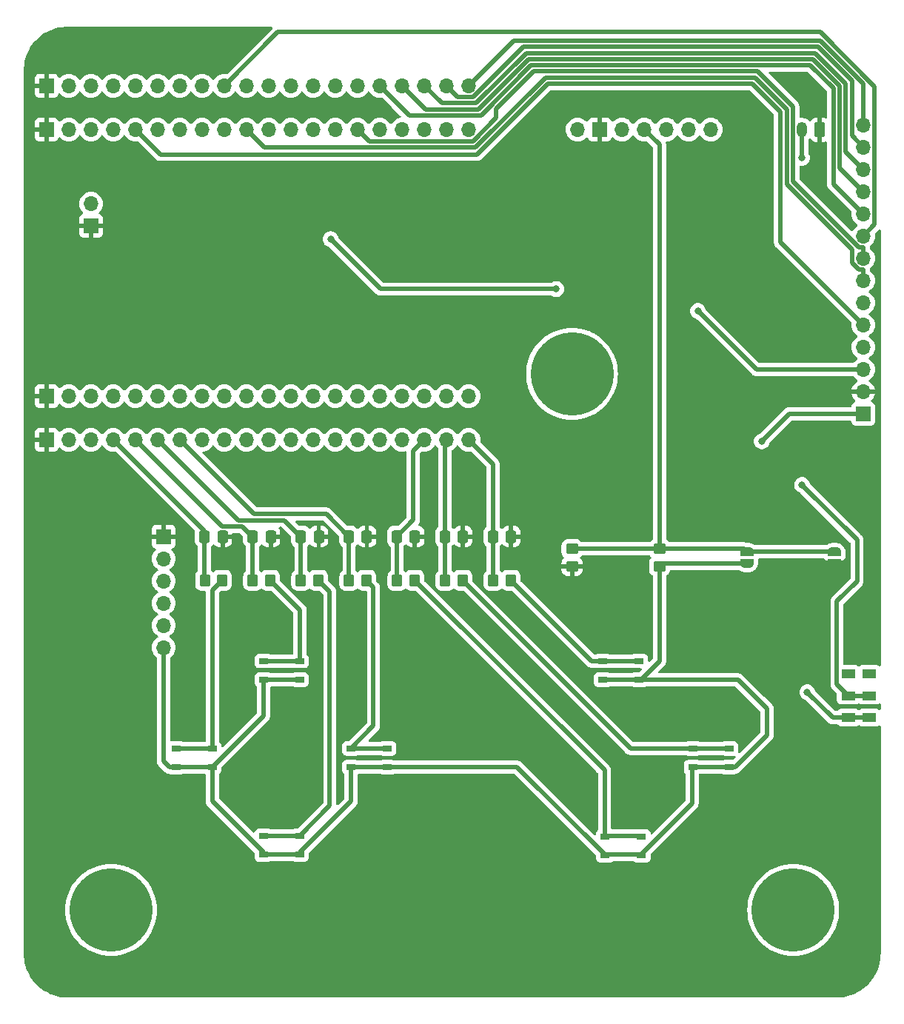
<source format=gbr>
%TF.GenerationSoftware,KiCad,Pcbnew,8.0.6*%
%TF.CreationDate,2024-11-05T07:22:12-08:00*%
%TF.ProjectId,Final_Project_PCB,46696e61-6c5f-4507-926f-6a6563745f50,1.0*%
%TF.SameCoordinates,Original*%
%TF.FileFunction,Copper,L1,Top*%
%TF.FilePolarity,Positive*%
%FSLAX46Y46*%
G04 Gerber Fmt 4.6, Leading zero omitted, Abs format (unit mm)*
G04 Created by KiCad (PCBNEW 8.0.6) date 2024-11-05 07:22:12*
%MOMM*%
%LPD*%
G01*
G04 APERTURE LIST*
G04 Aperture macros list*
%AMRoundRect*
0 Rectangle with rounded corners*
0 $1 Rounding radius*
0 $2 $3 $4 $5 $6 $7 $8 $9 X,Y pos of 4 corners*
0 Add a 4 corners polygon primitive as box body*
4,1,4,$2,$3,$4,$5,$6,$7,$8,$9,$2,$3,0*
0 Add four circle primitives for the rounded corners*
1,1,$1+$1,$2,$3*
1,1,$1+$1,$4,$5*
1,1,$1+$1,$6,$7*
1,1,$1+$1,$8,$9*
0 Add four rect primitives between the rounded corners*
20,1,$1+$1,$2,$3,$4,$5,0*
20,1,$1+$1,$4,$5,$6,$7,0*
20,1,$1+$1,$6,$7,$8,$9,0*
20,1,$1+$1,$8,$9,$2,$3,0*%
%AMFreePoly0*
4,1,19,0.500000,-0.750000,0.000000,-0.750000,0.000000,-0.744911,-0.071157,-0.744911,-0.207708,-0.704816,-0.327430,-0.627875,-0.420627,-0.520320,-0.479746,-0.390866,-0.500000,-0.250000,-0.500000,0.250000,-0.479746,0.390866,-0.420627,0.520320,-0.327430,0.627875,-0.207708,0.704816,-0.071157,0.744911,0.000000,0.744911,0.000000,0.750000,0.500000,0.750000,0.500000,-0.750000,0.500000,-0.750000,
$1*%
%AMFreePoly1*
4,1,19,0.000000,0.744911,0.071157,0.744911,0.207708,0.704816,0.327430,0.627875,0.420627,0.520320,0.479746,0.390866,0.500000,0.250000,0.500000,-0.250000,0.479746,-0.390866,0.420627,-0.520320,0.327430,-0.627875,0.207708,-0.704816,0.071157,-0.744911,0.000000,-0.744911,0.000000,-0.750000,-0.500000,-0.750000,-0.500000,0.750000,0.000000,0.750000,0.000000,0.744911,0.000000,0.744911,
$1*%
G04 Aperture macros list end*
%TA.AperFunction,SMDPad,CuDef*%
%ADD10R,1.050000X0.650000*%
%TD*%
%TA.AperFunction,SMDPad,CuDef*%
%ADD11RoundRect,0.250000X-0.337500X-0.475000X0.337500X-0.475000X0.337500X0.475000X-0.337500X0.475000X0*%
%TD*%
%TA.AperFunction,ComponentPad*%
%ADD12C,5.700000*%
%TD*%
%TA.AperFunction,ConnectorPad*%
%ADD13C,9.500000*%
%TD*%
%TA.AperFunction,SMDPad,CuDef*%
%ADD14RoundRect,0.250000X-0.450000X0.350000X-0.450000X-0.350000X0.450000X-0.350000X0.450000X0.350000X0*%
%TD*%
%TA.AperFunction,SMDPad,CuDef*%
%ADD15RoundRect,0.250000X0.350000X0.450000X-0.350000X0.450000X-0.350000X-0.450000X0.350000X-0.450000X0*%
%TD*%
%TA.AperFunction,SMDPad,CuDef*%
%ADD16FreePoly0,90.000000*%
%TD*%
%TA.AperFunction,SMDPad,CuDef*%
%ADD17FreePoly1,90.000000*%
%TD*%
%TA.AperFunction,ComponentPad*%
%ADD18R,1.700000X1.700000*%
%TD*%
%TA.AperFunction,ComponentPad*%
%ADD19O,1.700000X1.700000*%
%TD*%
%TA.AperFunction,SMDPad,CuDef*%
%ADD20R,1.600000X1.000000*%
%TD*%
%TA.AperFunction,ComponentPad*%
%ADD21RoundRect,0.250000X0.350000X0.625000X-0.350000X0.625000X-0.350000X-0.625000X0.350000X-0.625000X0*%
%TD*%
%TA.AperFunction,ComponentPad*%
%ADD22O,1.200000X1.750000*%
%TD*%
%TA.AperFunction,ViaPad*%
%ADD23C,0.800000*%
%TD*%
%TA.AperFunction,Conductor*%
%ADD24C,0.500000*%
%TD*%
G04 APERTURE END LIST*
D10*
%TO.P,Up1,1,1*%
%TO.N,/Up*%
X137425000Y-122525000D03*
X141575000Y-122525000D03*
%TO.P,Up1,2,2*%
%TO.N,/Vin(3.3)*%
X137425000Y-124675000D03*
X141575000Y-124675000D03*
%TD*%
D11*
%TO.P,C7,1*%
%TO.N,/Top*%
X163662500Y-108300000D03*
%TO.P,C7,2*%
%TO.N,GND*%
X165737500Y-108300000D03*
%TD*%
D10*
%TO.P,Top_button1,1,1*%
%TO.N,/Top_Button*%
X176225000Y-122525000D03*
X180375000Y-122525000D03*
%TO.P,Top_button1,2,2*%
%TO.N,/Vin(3.3)*%
X176225000Y-124675000D03*
X180375000Y-124675000D03*
%TD*%
%TO.P,Down1,1,1*%
%TO.N,/Down*%
X137425000Y-142525000D03*
X141575000Y-142525000D03*
%TO.P,Down1,2,2*%
%TO.N,/Vin(3.3)*%
X137425000Y-144675000D03*
X141575000Y-144675000D03*
%TD*%
D12*
%TO.P,MNT2,1*%
%TO.N,N/C*%
X198000000Y-151000000D03*
D13*
X198000000Y-151000000D03*
%TD*%
D11*
%TO.P,C5,1*%
%TO.N,/D-Pad_Left*%
X130662500Y-108300000D03*
%TO.P,C5,2*%
%TO.N,GND*%
X132737500Y-108300000D03*
%TD*%
D10*
%TO.P,Right1,1,1*%
%TO.N,/Right*%
X147425000Y-132525000D03*
X151575000Y-132525000D03*
%TO.P,Right1,2,2*%
%TO.N,/Vin(3.3)*%
X147425000Y-134675000D03*
X151575000Y-134675000D03*
%TD*%
%TO.P,Bottom_button1,1,1*%
%TO.N,/Bottom_Button*%
X176500000Y-142600000D03*
X180650000Y-142600000D03*
%TO.P,Bottom_button1,2,2*%
%TO.N,/Vin(3.3)*%
X176500000Y-144750000D03*
X180650000Y-144750000D03*
%TD*%
D14*
%TO.P,R1,1*%
%TO.N,Net-(Amplifier1-Pin_4)*%
X172700000Y-109700000D03*
%TO.P,R1,2*%
%TO.N,GND*%
X172700000Y-111700000D03*
%TD*%
D12*
%TO.P,MNT3,1*%
%TO.N,N/C*%
X120000000Y-151000000D03*
D13*
X120000000Y-151000000D03*
%TD*%
D14*
%TO.P,R2,1*%
%TO.N,Net-(Amplifier1-Pin_4)*%
X182700000Y-109700000D03*
%TO.P,R2,2*%
%TO.N,/Vin(3.3)*%
X182700000Y-111700000D03*
%TD*%
D11*
%TO.P,C3,1*%
%TO.N,/D-Pad_Up*%
X136162500Y-108300000D03*
%TO.P,C3,2*%
%TO.N,GND*%
X138237500Y-108300000D03*
%TD*%
D15*
%TO.P,R9,1*%
%TO.N,/Bottom_Button*%
X154700000Y-113300000D03*
%TO.P,R9,2*%
%TO.N,/Bottom*%
X152700000Y-113300000D03*
%TD*%
%TO.P,R5,1*%
%TO.N,/Left*%
X132700000Y-113300000D03*
%TO.P,R5,2*%
%TO.N,/D-Pad_Left*%
X130700000Y-113300000D03*
%TD*%
D16*
%TO.P,PathToVin1,1,A*%
%TO.N,/Vin(3.3)*%
X192700000Y-111350000D03*
D17*
%TO.P,PathToVin1,2,B*%
%TO.N,Net-(Amplifier1-Pin_4)*%
X192700000Y-110050000D03*
%TD*%
D11*
%TO.P,C8,1*%
%TO.N,/Select*%
X158162500Y-108300000D03*
%TO.P,C8,2*%
%TO.N,GND*%
X160237500Y-108300000D03*
%TD*%
D15*
%TO.P,R3,1*%
%TO.N,/Up*%
X138200000Y-113300000D03*
%TO.P,R3,2*%
%TO.N,/D-Pad_Up*%
X136200000Y-113300000D03*
%TD*%
D10*
%TO.P,Left1,1,1*%
%TO.N,/Left*%
X127425000Y-132525000D03*
X131575000Y-132525000D03*
%TO.P,Left1,2,2*%
%TO.N,/Vin(3.3)*%
X127425000Y-134675000D03*
X131575000Y-134675000D03*
%TD*%
D11*
%TO.P,C9,1*%
%TO.N,/Bottom*%
X152662500Y-108300000D03*
%TO.P,C9,2*%
%TO.N,GND*%
X154737500Y-108300000D03*
%TD*%
%TO.P,C4,1*%
%TO.N,/D-Pad_Down*%
X141662500Y-108300000D03*
%TO.P,C4,2*%
%TO.N,GND*%
X143737500Y-108300000D03*
%TD*%
D18*
%TO.P,LCD1,1,Pin_1*%
%TO.N,/+*%
X206000000Y-94260000D03*
D19*
%TO.P,LCD1,2,Pin_2*%
%TO.N,GND*%
X206000000Y-91720000D03*
%TO.P,LCD1,3,Pin_3*%
%TO.N,/IO34*%
X206000000Y-89180000D03*
%TO.P,LCD1,4,Pin_4*%
%TO.N,/IO33*%
X206000000Y-86640000D03*
%TO.P,LCD1,5,Pin_5*%
%TO.N,/IO47*%
X206000000Y-84100000D03*
%TO.P,LCD1,6,Pin_6*%
%TO.N,/IO37*%
X206000000Y-81560000D03*
%TO.P,LCD1,7,Pin_7*%
%TO.N,/IO36*%
X206000000Y-79020000D03*
%TO.P,LCD1,8,Pin_8*%
%TO.N,/IO41*%
X206000000Y-76480000D03*
%TO.P,LCD1,9,Pin_9*%
%TO.N,/IO35*%
X206000000Y-73940000D03*
%TO.P,LCD1,10,Pin_10*%
%TO.N,/IO42*%
X206000000Y-71400000D03*
%TO.P,LCD1,11,Pin_11*%
%TO.N,/IO43*%
X206000000Y-68860000D03*
%TO.P,LCD1,12,Pin_12*%
%TO.N,/IO44*%
X206000000Y-66320000D03*
%TO.P,LCD1,13,Pin_13*%
%TO.N,/IO45*%
X206000000Y-63780000D03*
%TO.P,LCD1,14,Pin_14*%
%TO.N,/IO46*%
X206000000Y-61240000D03*
%TD*%
D15*
%TO.P,R4,1*%
%TO.N,/Down*%
X143700000Y-113300000D03*
%TO.P,R4,2*%
%TO.N,/D-Pad_Down*%
X141700000Y-113300000D03*
%TD*%
D16*
%TO.P,PathToGND1,1,A*%
%TO.N,GND*%
X202700000Y-111350000D03*
D17*
%TO.P,PathToGND1,2,B*%
%TO.N,Net-(Amplifier1-Pin_4)*%
X202700000Y-110050000D03*
%TD*%
D15*
%TO.P,R8,1*%
%TO.N,/Select_Button*%
X160200000Y-113300000D03*
%TO.P,R8,2*%
%TO.N,/Select*%
X158200000Y-113300000D03*
%TD*%
D10*
%TO.P,Select1,1,1*%
%TO.N,/Select_Button*%
X186525000Y-132525000D03*
X190675000Y-132525000D03*
%TO.P,Select1,2,2*%
%TO.N,/Vin(3.3)*%
X186525000Y-134675000D03*
X190675000Y-134675000D03*
%TD*%
D15*
%TO.P,R7,1*%
%TO.N,/Top_Button*%
X165700000Y-113300000D03*
%TO.P,R7,2*%
%TO.N,/Top*%
X163700000Y-113300000D03*
%TD*%
D11*
%TO.P,C6,1*%
%TO.N,/D-Pad_Right*%
X147162500Y-108300000D03*
%TO.P,C6,2*%
%TO.N,GND*%
X149237500Y-108300000D03*
%TD*%
D15*
%TO.P,R6,1*%
%TO.N,/Right*%
X149200000Y-113300000D03*
%TO.P,R6,2*%
%TO.N,/D-Pad_Right*%
X147200000Y-113300000D03*
%TD*%
D20*
%TO.P,SS1,1,A*%
%TO.N,/+*%
X204300000Y-129000000D03*
%TO.P,SS1,2,B*%
%TO.N,Net-(JSTBattery1-Pin_2)*%
X204300000Y-126500000D03*
%TO.P,SS1,3,C*%
%TO.N,unconnected-(SS1-C-Pad3)*%
X204300000Y-124000000D03*
%TO.P,SS1,4,A*%
%TO.N,/+*%
X206700000Y-129000000D03*
%TO.P,SS1,5,B*%
%TO.N,Net-(JSTBattery1-Pin_2)*%
X206700000Y-126500000D03*
%TO.P,SS1,6,C*%
%TO.N,unconnected-(SS1-C-Pad6)*%
X206700000Y-124000000D03*
%TD*%
D12*
%TO.P,MNT1,1*%
%TO.N,N/C*%
X172700000Y-89700000D03*
D13*
X172700000Y-89700000D03*
%TD*%
D19*
%TO.P,01-GND_Breakout1,1,Pin_1*%
%TO.N,/Top*%
X160870800Y-97225500D03*
%TO.P,01-GND_Breakout1,2,Pin_2*%
%TO.N,/Select*%
X158330800Y-97225500D03*
%TO.P,01-GND_Breakout1,3,Pin_3*%
%TO.N,/Bottom*%
X155790800Y-97225500D03*
%TO.P,01-GND_Breakout1,4,Pin_4*%
%TO.N,/A1*%
X153250800Y-97225500D03*
%TO.P,01-GND_Breakout1,5,Pin_5*%
%TO.N,/A2*%
X150710800Y-97225500D03*
%TO.P,01-GND_Breakout1,6,Pin_6*%
%TO.N,/A3*%
X148170800Y-97225500D03*
%TO.P,01-GND_Breakout1,7,Pin_7*%
%TO.N,/A5*%
X145630800Y-97225500D03*
%TO.P,01-GND_Breakout1,8,Pin_8*%
%TO.N,Net-(01-GND_Breakout1-Pin_8)*%
X143090800Y-97225500D03*
%TO.P,01-GND_Breakout1,9,Pin_9*%
%TO.N,Net-(01-GND_Breakout1-Pin_9)*%
X140550800Y-97225500D03*
%TO.P,01-GND_Breakout1,10,Pin_10*%
%TO.N,/SD1*%
X138010800Y-97225500D03*
%TO.P,01-GND_Breakout1,11,Pin_11*%
%TO.N,/SD2*%
X135470800Y-97225500D03*
%TO.P,01-GND_Breakout1,12,Pin_12*%
%TO.N,/SD3*%
X132930800Y-97225500D03*
%TO.P,01-GND_Breakout1,13,Pin_13*%
%TO.N,/SD4*%
X130390800Y-97225500D03*
%TO.P,01-GND_Breakout1,14,Pin_14*%
%TO.N,/D-Pad_Right*%
X127850800Y-97225500D03*
%TO.P,01-GND_Breakout1,15,Pin_15*%
%TO.N,/D-Pad_Down*%
X125310800Y-97225500D03*
%TO.P,01-GND_Breakout1,16,Pin_16*%
%TO.N,/D-Pad_Up*%
X122770800Y-97225500D03*
%TO.P,01-GND_Breakout1,17,Pin_17*%
%TO.N,/D-Pad_Left*%
X120230800Y-97225500D03*
%TO.P,01-GND_Breakout1,18,Pin_18*%
%TO.N,Net-(01-GND_Breakout1-Pin_18)*%
X117690800Y-97225500D03*
%TO.P,01-GND_Breakout1,19,Pin_19*%
%TO.N,/Vin(3.3)*%
X115150800Y-97225500D03*
D18*
%TO.P,01-GND_Breakout1,20,Pin_20*%
%TO.N,GND*%
X112610800Y-97225500D03*
%TD*%
D19*
%TO.P,Amplifier1,1,Pin_1*%
%TO.N,/A1*%
X188580000Y-61745500D03*
%TO.P,Amplifier1,2,Pin_2*%
%TO.N,/A2*%
X186040000Y-61745500D03*
%TO.P,Amplifier1,3,Pin_3*%
%TO.N,/A3*%
X183500000Y-61745500D03*
%TO.P,Amplifier1,4,Pin_4*%
%TO.N,Net-(Amplifier1-Pin_4)*%
X180960000Y-61745500D03*
%TO.P,Amplifier1,5,Pin_5*%
%TO.N,/A5*%
X178420000Y-61745500D03*
D18*
%TO.P,Amplifier1,6,Pin_6*%
%TO.N,GND*%
X175880000Y-61745500D03*
D19*
%TO.P,Amplifier1,7,Pin_7*%
%TO.N,/+*%
X173340000Y-61745500D03*
%TD*%
D21*
%TO.P,JSTBattery1,1,Pin_1*%
%TO.N,GND*%
X201000000Y-61800000D03*
D22*
%TO.P,JSTBattery1,2,Pin_2*%
%TO.N,Net-(JSTBattery1-Pin_2)*%
X199000000Y-61800000D03*
%TD*%
D19*
%TO.P,SDAdaptor1,1,Pin_1*%
%TO.N,/Vin(3.3)*%
X126000000Y-121000000D03*
%TO.P,SDAdaptor1,2,Pin_2*%
%TO.N,/SD1*%
X126000000Y-118460000D03*
%TO.P,SDAdaptor1,3,Pin_3*%
%TO.N,/SD2*%
X126000000Y-115920000D03*
%TO.P,SDAdaptor1,4,Pin_4*%
%TO.N,/SD3*%
X126000000Y-113380000D03*
%TO.P,SDAdaptor1,5,Pin_5*%
%TO.N,/SD4*%
X126000000Y-110840000D03*
D18*
%TO.P,SDAdaptor1,6,Pin_6*%
%TO.N,GND*%
X126000000Y-108300000D03*
%TD*%
D19*
%TO.P,DevBoardI01-GND1,1,Pin_1*%
%TO.N,/Top*%
X160870800Y-92225500D03*
%TO.P,DevBoardI01-GND1,2,Pin_2*%
%TO.N,/Select*%
X158330800Y-92225500D03*
%TO.P,DevBoardI01-GND1,3,Pin_3*%
%TO.N,/Bottom*%
X155790800Y-92225500D03*
%TO.P,DevBoardI01-GND1,4,Pin_4*%
%TO.N,/A1*%
X153250800Y-92225500D03*
%TO.P,DevBoardI01-GND1,5,Pin_5*%
%TO.N,/A2*%
X150710800Y-92225500D03*
%TO.P,DevBoardI01-GND1,6,Pin_6*%
%TO.N,/A3*%
X148170800Y-92225500D03*
%TO.P,DevBoardI01-GND1,7,Pin_7*%
%TO.N,/A5*%
X145630800Y-92225500D03*
%TO.P,DevBoardI01-GND1,8,Pin_8*%
%TO.N,Net-(01-GND_Breakout1-Pin_8)*%
X143090800Y-92225500D03*
%TO.P,DevBoardI01-GND1,9,Pin_9*%
%TO.N,Net-(01-GND_Breakout1-Pin_9)*%
X140550800Y-92225500D03*
%TO.P,DevBoardI01-GND1,10,Pin_10*%
%TO.N,/SD1*%
X138010800Y-92225500D03*
%TO.P,DevBoardI01-GND1,11,Pin_11*%
%TO.N,/SD2*%
X135470800Y-92225500D03*
%TO.P,DevBoardI01-GND1,12,Pin_12*%
%TO.N,/SD3*%
X132930800Y-92225500D03*
%TO.P,DevBoardI01-GND1,13,Pin_13*%
%TO.N,/SD4*%
X130390800Y-92225500D03*
%TO.P,DevBoardI01-GND1,14,Pin_14*%
%TO.N,/D-Pad_Right*%
X127850800Y-92225500D03*
%TO.P,DevBoardI01-GND1,15,Pin_15*%
%TO.N,/D-Pad_Down*%
X125310800Y-92225500D03*
%TO.P,DevBoardI01-GND1,16,Pin_16*%
%TO.N,/D-Pad_Up*%
X122770800Y-92225500D03*
%TO.P,DevBoardI01-GND1,17,Pin_17*%
%TO.N,/D-Pad_Left*%
X120230800Y-92225500D03*
%TO.P,DevBoardI01-GND1,18,Pin_18*%
%TO.N,Net-(01-GND_Breakout1-Pin_18)*%
X117690800Y-92225500D03*
%TO.P,DevBoardI01-GND1,19,Pin_19*%
%TO.N,/Vin(3.3)*%
X115150800Y-92225500D03*
D18*
%TO.P,DevBoardI01-GND1,20,Pin_20*%
%TO.N,GND*%
X112610800Y-92225500D03*
%TD*%
D19*
%TO.P,46-GND_Breakout1,1,Pin_1*%
%TO.N,/IO46*%
X160870800Y-56745500D03*
%TO.P,46-GND_Breakout1,2,Pin_2*%
%TO.N,/IO45*%
X158330800Y-56745500D03*
%TO.P,46-GND_Breakout1,3,Pin_3*%
%TO.N,/IO44*%
X155790800Y-56745500D03*
%TO.P,46-GND_Breakout1,4,Pin_4*%
%TO.N,/IO43*%
X153250800Y-56745500D03*
%TO.P,46-GND_Breakout1,5,Pin_5*%
%TO.N,/IO42*%
X150710800Y-56745500D03*
%TO.P,46-GND_Breakout1,6,Pin_6*%
%TO.N,/IO41*%
X148170800Y-56745500D03*
%TO.P,46-GND_Breakout1,7,Pin_7*%
%TO.N,/IO40*%
X145630800Y-56745500D03*
%TO.P,46-GND_Breakout1,8,Pin_8*%
%TO.N,/IO39*%
X143090800Y-56745500D03*
%TO.P,46-GND_Breakout1,9,Pin_9*%
%TO.N,/IO38*%
X140550800Y-56745500D03*
%TO.P,46-GND_Breakout1,10,Pin_10*%
%TO.N,/IO37*%
X138010800Y-56745500D03*
%TO.P,46-GND_Breakout1,11,Pin_11*%
%TO.N,/IO36*%
X135470800Y-56745500D03*
%TO.P,46-GND_Breakout1,12,Pin_12*%
%TO.N,/IO35*%
X132930800Y-56745500D03*
%TO.P,46-GND_Breakout1,13,Pin_13*%
%TO.N,/IO48*%
X130390800Y-56745500D03*
%TO.P,46-GND_Breakout1,14,Pin_14*%
%TO.N,/IO34*%
X127850800Y-56745500D03*
%TO.P,46-GND_Breakout1,15,Pin_15*%
%TO.N,/IO33*%
X125310800Y-56745500D03*
%TO.P,46-GND_Breakout1,16,Pin_16*%
%TO.N,/IO47*%
X122770800Y-56745500D03*
%TO.P,46-GND_Breakout1,17,Pin_17*%
%TO.N,/IO26*%
X120230800Y-56745500D03*
%TO.P,46-GND_Breakout1,18,Pin_18*%
%TO.N,/IO21*%
X117690800Y-56745500D03*
%TO.P,46-GND_Breakout1,19,Pin_19*%
%TO.N,/Vin(5)*%
X115150800Y-56745500D03*
D18*
%TO.P,46-GND_Breakout1,20,Pin_20*%
%TO.N,GND*%
X112610800Y-56745500D03*
%TD*%
%TO.P,BatToBoard1,1,Pin_1*%
%TO.N,GND*%
X117696598Y-72774478D03*
D19*
%TO.P,BatToBoard1,2,Pin_2*%
%TO.N,/+*%
X117696598Y-70234478D03*
%TD*%
%TO.P,DevBoardIO46-GND1,1,Pin_1*%
%TO.N,/IO46*%
X160870800Y-61745500D03*
%TO.P,DevBoardIO46-GND1,2,Pin_2*%
%TO.N,/IO45*%
X158330800Y-61745500D03*
%TO.P,DevBoardIO46-GND1,3,Pin_3*%
%TO.N,/IO44*%
X155790800Y-61745500D03*
%TO.P,DevBoardIO46-GND1,4,Pin_4*%
%TO.N,/IO43*%
X153250800Y-61745500D03*
%TO.P,DevBoardIO46-GND1,5,Pin_5*%
%TO.N,/IO42*%
X150710800Y-61745500D03*
%TO.P,DevBoardIO46-GND1,6,Pin_6*%
%TO.N,/IO41*%
X148170800Y-61745500D03*
%TO.P,DevBoardIO46-GND1,7,Pin_7*%
%TO.N,/IO40*%
X145630800Y-61745500D03*
%TO.P,DevBoardIO46-GND1,8,Pin_8*%
%TO.N,/IO39*%
X143090800Y-61745500D03*
%TO.P,DevBoardIO46-GND1,9,Pin_9*%
%TO.N,/IO38*%
X140550800Y-61745500D03*
%TO.P,DevBoardIO46-GND1,10,Pin_10*%
%TO.N,/IO37*%
X138010800Y-61745500D03*
%TO.P,DevBoardIO46-GND1,11,Pin_11*%
%TO.N,/IO36*%
X135470800Y-61745500D03*
%TO.P,DevBoardIO46-GND1,12,Pin_12*%
%TO.N,/IO35*%
X132930800Y-61745500D03*
%TO.P,DevBoardIO46-GND1,13,Pin_13*%
%TO.N,/IO48*%
X130390800Y-61745500D03*
%TO.P,DevBoardIO46-GND1,14,Pin_14*%
%TO.N,/IO34*%
X127850800Y-61745500D03*
%TO.P,DevBoardIO46-GND1,15,Pin_15*%
%TO.N,/IO33*%
X125310800Y-61745500D03*
%TO.P,DevBoardIO46-GND1,16,Pin_16*%
%TO.N,/IO47*%
X122770800Y-61745500D03*
%TO.P,DevBoardIO46-GND1,17,Pin_17*%
%TO.N,/IO26*%
X120230800Y-61745500D03*
%TO.P,DevBoardIO46-GND1,18,Pin_18*%
%TO.N,/IO21*%
X117690800Y-61745500D03*
%TO.P,DevBoardIO46-GND1,19,Pin_19*%
%TO.N,/Vin(5)*%
X115150800Y-61745500D03*
D18*
%TO.P,DevBoardIO46-GND1,20,Pin_20*%
%TO.N,GND*%
X112610800Y-61745500D03*
%TD*%
D23*
%TO.N,GND*%
X185200000Y-128500000D03*
X139300000Y-135700000D03*
X157900000Y-126200000D03*
X175500000Y-104600000D03*
X158700000Y-141900000D03*
X189300000Y-74500000D03*
X189100000Y-99800000D03*
X181100000Y-137400000D03*
X134700000Y-119100000D03*
%TO.N,/+*%
X199600000Y-126100000D03*
X194400000Y-97400000D03*
%TO.N,Net-(JSTBattery1-Pin_2)*%
X199000000Y-65000000D03*
X199000000Y-102400000D03*
%TO.N,/IO34*%
X170900000Y-80000000D03*
X145100000Y-74300000D03*
X187100000Y-82500000D03*
%TD*%
D24*
%TO.N,Net-(Amplifier1-Pin_4)*%
X172700000Y-109700000D02*
X182700000Y-109700000D01*
X182700000Y-63485500D02*
X180960000Y-61745500D01*
X192350000Y-109700000D02*
X192700000Y-110050000D01*
X182700000Y-109700000D02*
X182700000Y-63485500D01*
X182700000Y-109700000D02*
X192350000Y-109700000D01*
X192700000Y-110050000D02*
X202700000Y-110050000D01*
%TO.N,/Vin(3.3)*%
X191675000Y-124675000D02*
X195000000Y-128000000D01*
X176425000Y-124675000D02*
X180575000Y-124675000D01*
X137425000Y-144675000D02*
X137425000Y-144425000D01*
X182800000Y-111700000D02*
X183150000Y-111350000D01*
X147425000Y-134675000D02*
X151575000Y-134675000D01*
X141575000Y-144425000D02*
X147425000Y-138575000D01*
X137425000Y-124675000D02*
X137425000Y-128825000D01*
X131575000Y-134675000D02*
X127425000Y-134675000D01*
X195000000Y-128000000D02*
X195000000Y-131000000D01*
X166425000Y-134675000D02*
X176425000Y-144675000D01*
X192700000Y-111350000D02*
X183050000Y-111350000D01*
X186425000Y-134675000D02*
X190575000Y-134675000D01*
X182700000Y-111700000D02*
X182800000Y-111700000D01*
X131575000Y-138575000D02*
X131575000Y-134675000D01*
X180575000Y-124675000D02*
X191675000Y-124675000D01*
X151575000Y-134675000D02*
X166425000Y-134675000D01*
X183050000Y-111350000D02*
X182700000Y-111700000D01*
X182700000Y-122550000D02*
X182700000Y-111700000D01*
X147425000Y-138575000D02*
X147425000Y-134675000D01*
X191325000Y-134675000D02*
X195000000Y-131000000D01*
X180575000Y-124675000D02*
X182700000Y-122550000D01*
X126000000Y-134000000D02*
X126000000Y-121000000D01*
X137425000Y-144425000D02*
X131575000Y-138575000D01*
X127425000Y-134675000D02*
X126675000Y-134675000D01*
X137425000Y-128825000D02*
X131575000Y-134675000D01*
X190575000Y-134675000D02*
X191325000Y-134675000D01*
X176425000Y-144675000D02*
X180575000Y-144675000D01*
X131575000Y-134675000D02*
X131775000Y-134675000D01*
X180575000Y-144675000D02*
X186425000Y-138825000D01*
X186425000Y-138825000D02*
X186425000Y-134675000D01*
X141575000Y-144675000D02*
X141575000Y-144425000D01*
X141575000Y-144675000D02*
X137425000Y-144675000D01*
X126675000Y-134675000D02*
X126000000Y-134000000D01*
X141575000Y-124675000D02*
X137425000Y-124675000D01*
%TO.N,/Select*%
X158162500Y-108300000D02*
X158162500Y-113262500D01*
X158162500Y-113262500D02*
X158200000Y-113300000D01*
X158162500Y-108300000D02*
X158162500Y-97393800D01*
X158162500Y-97393800D02*
X158330800Y-97225500D01*
%TO.N,/Down*%
X137425000Y-142525000D02*
X141575000Y-142525000D01*
X145000000Y-114600000D02*
X143700000Y-113300000D01*
X141575000Y-142525000D02*
X145000000Y-139100000D01*
X145000000Y-139100000D02*
X145000000Y-114600000D01*
%TO.N,/Up*%
X137425000Y-122525000D02*
X141575000Y-122525000D01*
X141575000Y-122525000D02*
X141575000Y-116675000D01*
X141575000Y-116675000D02*
X138200000Y-113300000D01*
%TO.N,/Bottom*%
X152700000Y-108675000D02*
X152700000Y-113300000D01*
X152662500Y-108300000D02*
X152662500Y-108637500D01*
X154550800Y-106411700D02*
X154550800Y-98465500D01*
X152662500Y-108637500D02*
X152700000Y-108675000D01*
X152662500Y-108300000D02*
X154550800Y-106411700D01*
X154550800Y-98465500D02*
X155790800Y-97225500D01*
%TO.N,/+*%
X202500000Y-129000000D02*
X199600000Y-126100000D01*
X204300000Y-129000000D02*
X202500000Y-129000000D01*
X206700000Y-129000000D02*
X204300000Y-129000000D01*
X197540000Y-94260000D02*
X194400000Y-97400000D01*
X206000000Y-94260000D02*
X197540000Y-94260000D01*
%TO.N,/Top*%
X163662500Y-108300000D02*
X163662500Y-100017200D01*
X163662500Y-108662500D02*
X163700000Y-108700000D01*
X163662500Y-108300000D02*
X163662500Y-108662500D01*
X163662500Y-100017200D02*
X160870800Y-97225500D01*
X163700000Y-108700000D02*
X163700000Y-113300000D01*
%TO.N,/Left*%
X131575000Y-114425000D02*
X132700000Y-113300000D01*
X127425000Y-132525000D02*
X131575000Y-132525000D01*
X131575000Y-132525000D02*
X131575000Y-114425000D01*
%TO.N,/Right*%
X150000000Y-129950000D02*
X150000000Y-114100000D01*
X147425000Y-132525000D02*
X151575000Y-132525000D01*
X150000000Y-114100000D02*
X149200000Y-113300000D01*
X147425000Y-132525000D02*
X150000000Y-129950000D01*
%TO.N,Net-(JSTBattery1-Pin_2)*%
X203000000Y-115700000D02*
X205300000Y-113400000D01*
X199000000Y-61800000D02*
X199000000Y-65000000D01*
X206700000Y-126500000D02*
X204300000Y-126500000D01*
X205300000Y-113400000D02*
X205300000Y-108700000D01*
X203000000Y-125200000D02*
X203000000Y-115700000D01*
X205300000Y-108700000D02*
X199000000Y-102400000D01*
X199000000Y-61800000D02*
X198900000Y-61800000D01*
X204300000Y-126500000D02*
X203000000Y-125200000D01*
%TO.N,/IO35*%
X201089950Y-50600000D02*
X139076300Y-50600000D01*
X206000000Y-73940000D02*
X207300000Y-72640000D01*
X207300000Y-72640000D02*
X207300000Y-56810050D01*
X139076300Y-50600000D02*
X132930800Y-56745500D01*
X207300000Y-56810050D02*
X201089950Y-50600000D01*
%TO.N,/IO41*%
X197950000Y-67728478D02*
X197950000Y-59150000D01*
X161354778Y-63100000D02*
X149525300Y-63100000D01*
X168314578Y-55100000D02*
X164009278Y-59405300D01*
X193900000Y-55100000D02*
X168314578Y-55100000D01*
X205461522Y-75240000D02*
X197950000Y-67728478D01*
X164009278Y-59405300D02*
X164009278Y-60445500D01*
X164009278Y-60445500D02*
X161354778Y-63100000D01*
X197950000Y-59150000D02*
X193900000Y-55100000D01*
X206000000Y-76480000D02*
X206000000Y-75240000D01*
X206000000Y-75240000D02*
X205461522Y-75240000D01*
X149525300Y-63100000D02*
X148170800Y-61745500D01*
%TO.N,/IO45*%
X204700000Y-62480000D02*
X204700000Y-56189950D01*
X161409278Y-58045500D02*
X159630800Y-58045500D01*
X204700000Y-56189950D02*
X200810050Y-52300000D01*
X159630800Y-58045500D02*
X158330800Y-56745500D01*
X206000000Y-63780000D02*
X204700000Y-62480000D01*
X200810050Y-52300000D02*
X167154778Y-52300000D01*
X167154778Y-52300000D02*
X161409278Y-58045500D01*
%TO.N,/IO36*%
X161644728Y-63800000D02*
X137525300Y-63800000D01*
X206000000Y-77780000D02*
X205461522Y-77780000D01*
X193610050Y-55800000D02*
X169644728Y-55800000D01*
X204700000Y-75468428D02*
X197250000Y-68018428D01*
X205461522Y-77780000D02*
X204700000Y-77018478D01*
X206000000Y-79020000D02*
X206000000Y-77780000D01*
X137525300Y-63800000D02*
X135470800Y-61745500D01*
X204700000Y-77018478D02*
X204700000Y-75468428D01*
X197250000Y-59439950D02*
X193610050Y-55800000D01*
X169644728Y-55800000D02*
X161644728Y-63800000D01*
X197250000Y-68018428D02*
X197250000Y-59439950D01*
%TO.N,/IO42*%
X154110800Y-60145500D02*
X150710800Y-56745500D01*
X168024628Y-54400000D02*
X162279128Y-60145500D01*
X202600000Y-57059800D02*
X199940200Y-54400000D01*
X162279128Y-60145500D02*
X154110800Y-60145500D01*
X206000000Y-71400000D02*
X202600000Y-68000000D01*
X202600000Y-68000000D02*
X202600000Y-57059800D01*
X199940200Y-54400000D02*
X168024628Y-54400000D01*
%TO.N,/IO47*%
X161834678Y-64600000D02*
X125625300Y-64600000D01*
X206000000Y-84100000D02*
X196550000Y-74650000D01*
X169934678Y-56500000D02*
X161834678Y-64600000D01*
X125625300Y-64600000D02*
X122770800Y-61745500D01*
X193320100Y-56500000D02*
X169934678Y-56500000D01*
X196550000Y-74650000D02*
X196550000Y-59729900D01*
X196550000Y-59729900D02*
X193320100Y-56500000D01*
%TO.N,/IO34*%
X170900000Y-80000000D02*
X150800000Y-80000000D01*
X150800000Y-80000000D02*
X145100000Y-74300000D01*
X206000000Y-89180000D02*
X193780000Y-89180000D01*
X193780000Y-89180000D02*
X187100000Y-82500000D01*
%TO.N,/IO46*%
X206000000Y-56500000D02*
X201100000Y-51600000D01*
X201100000Y-51600000D02*
X166016300Y-51600000D01*
X206000000Y-61240000D02*
X206000000Y-56500000D01*
X166016300Y-51600000D02*
X160870800Y-56745500D01*
%TO.N,/D-Pad_Up*%
X136162500Y-108300000D02*
X134987500Y-107125000D01*
X134987500Y-107125000D02*
X132670300Y-107125000D01*
X132670300Y-107125000D02*
X122770800Y-97225500D01*
X136162500Y-113262500D02*
X136200000Y-113300000D01*
X136162500Y-108300000D02*
X136162500Y-113262500D01*
%TO.N,/D-Pad_Left*%
X130662500Y-113262500D02*
X130700000Y-113300000D01*
X130662500Y-108300000D02*
X130600000Y-108300000D01*
X130662500Y-108300000D02*
X130662500Y-113262500D01*
X130700000Y-108337500D02*
X130662500Y-108300000D01*
X130662500Y-108300000D02*
X130662500Y-107657200D01*
X130662500Y-107657200D02*
X120230800Y-97225500D01*
X130600000Y-108300000D02*
X130500000Y-108200000D01*
%TO.N,/D-Pad_Right*%
X136350300Y-105725000D02*
X127850800Y-97225500D01*
X147162500Y-108300000D02*
X147162500Y-108562500D01*
X147162500Y-108300000D02*
X144587500Y-105725000D01*
X147162500Y-108562500D02*
X147200000Y-108600000D01*
X147200000Y-108600000D02*
X147200000Y-113300000D01*
X144587500Y-105725000D02*
X136350300Y-105725000D01*
%TO.N,/D-Pad_Down*%
X141662500Y-108300000D02*
X139787500Y-106425000D01*
X134510300Y-106425000D02*
X125310800Y-97225500D01*
X141662500Y-108300000D02*
X141662500Y-108737500D01*
X139787500Y-106425000D02*
X134510300Y-106425000D01*
X141662500Y-108737500D02*
X141700000Y-108775000D01*
X141700000Y-108775000D02*
X141700000Y-113300000D01*
%TO.N,/Bottom_Button*%
X176425000Y-142525000D02*
X180575000Y-142525000D01*
X176425000Y-135025000D02*
X154700000Y-113300000D01*
X176425000Y-142525000D02*
X176425000Y-135025000D01*
%TO.N,/Top_Button*%
X174925000Y-122525000D02*
X165700000Y-113300000D01*
X176425000Y-122525000D02*
X174925000Y-122525000D01*
X176425000Y-122525000D02*
X180575000Y-122525000D01*
%TO.N,/Select_Button*%
X186425000Y-132525000D02*
X179425000Y-132525000D01*
X179425000Y-132525000D02*
X160200000Y-113300000D01*
X190600000Y-132500000D02*
X190575000Y-132525000D01*
X186425000Y-132525000D02*
X190575000Y-132525000D01*
%TO.N,/IO43*%
X167734678Y-53700000D02*
X161989178Y-59445500D01*
X200230150Y-53700000D02*
X167734678Y-53700000D01*
X203300000Y-66160000D02*
X203300000Y-56769850D01*
X203300000Y-56769850D02*
X200230150Y-53700000D01*
X161989178Y-59445500D02*
X155950800Y-59445500D01*
X155950800Y-59445500D02*
X153250800Y-56745500D01*
X206000000Y-68860000D02*
X203300000Y-66160000D01*
%TO.N,/IO44*%
X206000000Y-66320000D02*
X204000000Y-64320000D01*
X157790800Y-58745500D02*
X155790800Y-56745500D01*
X204000000Y-56479900D02*
X200520100Y-53000000D01*
X161699228Y-58745500D02*
X157790800Y-58745500D01*
X204000000Y-64320000D02*
X204000000Y-56479900D01*
X167444728Y-53000000D02*
X161699228Y-58745500D01*
X200520100Y-53000000D02*
X167444728Y-53000000D01*
%TD*%
%TA.AperFunction,Conductor*%
%TO.N,GND*%
G36*
X152065655Y-97892046D02*
G01*
X152082375Y-97911342D01*
X152195490Y-98072888D01*
X152212305Y-98096901D01*
X152379399Y-98263995D01*
X152455935Y-98317586D01*
X152572965Y-98399532D01*
X152572967Y-98399533D01*
X152572970Y-98399535D01*
X152787137Y-98499403D01*
X153015392Y-98560563D01*
X153195137Y-98576289D01*
X153250799Y-98581159D01*
X153250800Y-98581159D01*
X153250801Y-98581159D01*
X153306463Y-98576289D01*
X153486208Y-98560563D01*
X153638000Y-98519891D01*
X153644207Y-98518228D01*
X153714057Y-98519891D01*
X153771919Y-98559054D01*
X153799423Y-98623282D01*
X153800300Y-98638003D01*
X153800300Y-106049470D01*
X153780615Y-106116509D01*
X153763981Y-106137151D01*
X152862950Y-107038181D01*
X152801627Y-107071666D01*
X152775269Y-107074500D01*
X152274998Y-107074500D01*
X152274980Y-107074501D01*
X152172203Y-107085000D01*
X152172200Y-107085001D01*
X152005668Y-107140185D01*
X152005663Y-107140187D01*
X151856342Y-107232289D01*
X151732289Y-107356342D01*
X151640187Y-107505663D01*
X151640185Y-107505668D01*
X151640115Y-107505880D01*
X151585001Y-107672203D01*
X151585001Y-107672204D01*
X151585000Y-107672204D01*
X151574500Y-107774983D01*
X151574500Y-108825001D01*
X151574501Y-108825019D01*
X151585000Y-108927796D01*
X151585001Y-108927799D01*
X151629547Y-109062229D01*
X151640186Y-109094334D01*
X151732096Y-109243345D01*
X151732289Y-109243657D01*
X151856345Y-109367713D01*
X151890594Y-109388837D01*
X151937320Y-109440784D01*
X151949500Y-109494377D01*
X151949500Y-112146042D01*
X151929815Y-112213081D01*
X151890598Y-112251580D01*
X151881344Y-112257287D01*
X151757289Y-112381342D01*
X151665187Y-112530663D01*
X151665186Y-112530666D01*
X151610001Y-112697203D01*
X151610001Y-112697204D01*
X151610000Y-112697204D01*
X151599500Y-112799983D01*
X151599500Y-113800001D01*
X151599501Y-113800019D01*
X151610000Y-113902796D01*
X151610001Y-113902799D01*
X151650853Y-114026079D01*
X151665186Y-114069334D01*
X151757288Y-114218656D01*
X151881344Y-114342712D01*
X152030666Y-114434814D01*
X152197203Y-114489999D01*
X152299991Y-114500500D01*
X153100008Y-114500499D01*
X153100016Y-114500498D01*
X153100019Y-114500498D01*
X153156302Y-114494748D01*
X153202797Y-114489999D01*
X153369334Y-114434814D01*
X153518656Y-114342712D01*
X153612319Y-114249049D01*
X153673642Y-114215564D01*
X153743334Y-114220548D01*
X153787681Y-114249049D01*
X153881344Y-114342712D01*
X154030666Y-114434814D01*
X154197203Y-114489999D01*
X154299991Y-114500500D01*
X154787769Y-114500499D01*
X154854808Y-114520183D01*
X154875450Y-114536818D01*
X175638181Y-135299548D01*
X175671666Y-135360871D01*
X175674500Y-135387229D01*
X175674500Y-141812679D01*
X175654815Y-141879718D01*
X175624813Y-141911944D01*
X175617459Y-141917449D01*
X175617451Y-141917457D01*
X175531206Y-142032664D01*
X175531202Y-142032671D01*
X175480908Y-142167517D01*
X175474501Y-142227116D01*
X175474500Y-142227135D01*
X175474500Y-142363770D01*
X175454815Y-142430809D01*
X175402011Y-142476564D01*
X175332853Y-142486508D01*
X175269297Y-142457483D01*
X175262819Y-142451451D01*
X166903421Y-134092052D01*
X166903414Y-134092046D01*
X166829729Y-134042812D01*
X166829729Y-134042813D01*
X166780491Y-134009913D01*
X166643917Y-133953343D01*
X166643907Y-133953340D01*
X166498920Y-133924500D01*
X166498918Y-133924500D01*
X152407487Y-133924500D01*
X152348058Y-133909331D01*
X152342330Y-133906203D01*
X152207482Y-133855908D01*
X152207483Y-133855908D01*
X152147883Y-133849501D01*
X152147881Y-133849500D01*
X152147873Y-133849500D01*
X152147864Y-133849500D01*
X151002129Y-133849500D01*
X151002123Y-133849501D01*
X150942516Y-133855908D01*
X150807669Y-133906203D01*
X150801942Y-133909331D01*
X150742513Y-133924500D01*
X148257487Y-133924500D01*
X148198058Y-133909331D01*
X148192330Y-133906203D01*
X148057482Y-133855908D01*
X148057483Y-133855908D01*
X147997883Y-133849501D01*
X147997881Y-133849500D01*
X147997873Y-133849500D01*
X147997864Y-133849500D01*
X146852129Y-133849500D01*
X146852123Y-133849501D01*
X146792516Y-133855908D01*
X146657671Y-133906202D01*
X146657664Y-133906206D01*
X146542455Y-133992452D01*
X146542452Y-133992455D01*
X146456206Y-134107664D01*
X146456202Y-134107671D01*
X146414711Y-134218917D01*
X146405909Y-134242517D01*
X146399500Y-134302127D01*
X146399500Y-134302134D01*
X146399500Y-134302135D01*
X146399500Y-135047870D01*
X146399501Y-135047876D01*
X146405908Y-135107483D01*
X146456202Y-135242328D01*
X146456206Y-135242335D01*
X146542452Y-135357544D01*
X146542453Y-135357545D01*
X146542454Y-135357546D01*
X146624811Y-135419198D01*
X146666682Y-135475131D01*
X146674500Y-135518464D01*
X146674500Y-138212770D01*
X146654815Y-138279809D01*
X146638181Y-138300451D01*
X145962181Y-138976451D01*
X145900858Y-139009936D01*
X145831166Y-139004952D01*
X145775233Y-138963080D01*
X145750816Y-138897616D01*
X145750500Y-138888770D01*
X145750500Y-114526081D01*
X145744763Y-114497242D01*
X145744763Y-114497240D01*
X145729100Y-114418498D01*
X145721659Y-114381088D01*
X145667408Y-114250117D01*
X145665765Y-114245525D01*
X145665084Y-114244505D01*
X145602272Y-114150500D01*
X145582952Y-114121585D01*
X145216855Y-113755488D01*
X144836818Y-113375450D01*
X144803333Y-113314127D01*
X144800499Y-113287769D01*
X144800499Y-112799998D01*
X144800498Y-112799981D01*
X144789999Y-112697203D01*
X144789998Y-112697200D01*
X144771811Y-112642315D01*
X144734814Y-112530666D01*
X144642712Y-112381344D01*
X144518656Y-112257288D01*
X144369334Y-112165186D01*
X144202797Y-112110001D01*
X144202795Y-112110000D01*
X144100010Y-112099500D01*
X143299998Y-112099500D01*
X143299980Y-112099501D01*
X143197203Y-112110000D01*
X143197200Y-112110001D01*
X143030668Y-112165185D01*
X143030663Y-112165187D01*
X142881342Y-112257289D01*
X142787681Y-112350951D01*
X142726358Y-112384436D01*
X142656666Y-112379452D01*
X142612319Y-112350951D01*
X142518655Y-112257287D01*
X142509402Y-112251580D01*
X142462678Y-112199632D01*
X142450500Y-112146042D01*
X142450500Y-109437230D01*
X142470185Y-109370191D01*
X142486819Y-109349549D01*
X142538130Y-109298238D01*
X142592712Y-109243656D01*
X142594752Y-109240347D01*
X142596745Y-109238555D01*
X142597193Y-109237989D01*
X142597289Y-109238065D01*
X142646694Y-109193623D01*
X142715656Y-109182395D01*
X142779740Y-109210234D01*
X142805829Y-109240339D01*
X142807681Y-109243341D01*
X142807683Y-109243344D01*
X142931654Y-109367315D01*
X143080875Y-109459356D01*
X143080880Y-109459358D01*
X143247302Y-109514505D01*
X143247309Y-109514506D01*
X143350019Y-109524999D01*
X143487499Y-109524999D01*
X143987500Y-109524999D01*
X144124972Y-109524999D01*
X144124986Y-109524998D01*
X144227697Y-109514505D01*
X144394119Y-109459358D01*
X144394124Y-109459356D01*
X144543345Y-109367315D01*
X144667315Y-109243345D01*
X144759356Y-109094124D01*
X144759358Y-109094119D01*
X144814505Y-108927697D01*
X144814506Y-108927690D01*
X144824999Y-108824986D01*
X144825000Y-108824973D01*
X144825000Y-108550000D01*
X143987500Y-108550000D01*
X143987500Y-109524999D01*
X143487499Y-109524999D01*
X143487500Y-109524998D01*
X143487500Y-108050000D01*
X143987500Y-108050000D01*
X144824999Y-108050000D01*
X144824999Y-107775028D01*
X144824998Y-107775013D01*
X144814505Y-107672302D01*
X144759358Y-107505880D01*
X144759356Y-107505875D01*
X144667315Y-107356654D01*
X144543345Y-107232684D01*
X144394124Y-107140643D01*
X144394119Y-107140641D01*
X144227697Y-107085494D01*
X144227690Y-107085493D01*
X144124986Y-107075000D01*
X143987500Y-107075000D01*
X143987500Y-108050000D01*
X143487500Y-108050000D01*
X143487500Y-107075000D01*
X143350027Y-107075000D01*
X143350012Y-107075001D01*
X143247302Y-107085494D01*
X143080880Y-107140641D01*
X143080875Y-107140643D01*
X142931654Y-107232684D01*
X142807683Y-107356655D01*
X142807679Y-107356660D01*
X142805826Y-107359665D01*
X142804018Y-107361290D01*
X142803202Y-107362323D01*
X142803025Y-107362183D01*
X142753874Y-107406385D01*
X142684911Y-107417601D01*
X142620831Y-107389752D01*
X142594753Y-107359653D01*
X142594737Y-107359628D01*
X142592712Y-107356344D01*
X142468656Y-107232288D01*
X142319334Y-107140186D01*
X142152797Y-107085001D01*
X142152795Y-107085000D01*
X142050016Y-107074500D01*
X142050009Y-107074500D01*
X141549730Y-107074500D01*
X141482691Y-107054815D01*
X141462049Y-107038181D01*
X141111049Y-106687181D01*
X141077564Y-106625858D01*
X141082548Y-106556166D01*
X141124420Y-106500233D01*
X141189884Y-106475816D01*
X141198730Y-106475500D01*
X144225270Y-106475500D01*
X144292309Y-106495185D01*
X144312951Y-106511819D01*
X146038181Y-108237049D01*
X146071666Y-108298372D01*
X146074500Y-108324730D01*
X146074500Y-108825001D01*
X146074501Y-108825019D01*
X146085000Y-108927796D01*
X146085001Y-108927799D01*
X146129547Y-109062229D01*
X146140186Y-109094334D01*
X146232096Y-109243345D01*
X146232289Y-109243657D01*
X146356345Y-109367713D01*
X146390594Y-109388837D01*
X146437320Y-109440784D01*
X146449500Y-109494377D01*
X146449500Y-112146042D01*
X146429815Y-112213081D01*
X146390598Y-112251580D01*
X146381344Y-112257287D01*
X146257289Y-112381342D01*
X146165187Y-112530663D01*
X146165186Y-112530666D01*
X146110001Y-112697203D01*
X146110001Y-112697204D01*
X146110000Y-112697204D01*
X146099500Y-112799983D01*
X146099500Y-113800001D01*
X146099501Y-113800019D01*
X146110000Y-113902796D01*
X146110001Y-113902799D01*
X146150853Y-114026079D01*
X146165186Y-114069334D01*
X146257288Y-114218656D01*
X146381344Y-114342712D01*
X146530666Y-114434814D01*
X146697203Y-114489999D01*
X146799991Y-114500500D01*
X147600008Y-114500499D01*
X147600016Y-114500498D01*
X147600019Y-114500498D01*
X147656302Y-114494748D01*
X147702797Y-114489999D01*
X147869334Y-114434814D01*
X148018656Y-114342712D01*
X148112319Y-114249049D01*
X148173642Y-114215564D01*
X148243334Y-114220548D01*
X148287681Y-114249049D01*
X148381344Y-114342712D01*
X148530666Y-114434814D01*
X148697203Y-114489999D01*
X148799991Y-114500500D01*
X149125500Y-114500499D01*
X149192539Y-114520183D01*
X149238294Y-114572987D01*
X149249500Y-114624499D01*
X149249500Y-129587769D01*
X149229815Y-129654808D01*
X149213181Y-129675450D01*
X147225449Y-131663181D01*
X147164126Y-131696666D01*
X147137768Y-131699500D01*
X146852130Y-131699500D01*
X146852123Y-131699501D01*
X146792516Y-131705908D01*
X146657671Y-131756202D01*
X146657664Y-131756206D01*
X146542455Y-131842452D01*
X146542452Y-131842455D01*
X146456206Y-131957664D01*
X146456202Y-131957671D01*
X146405910Y-132092513D01*
X146405909Y-132092517D01*
X146399500Y-132152127D01*
X146399500Y-132152134D01*
X146399500Y-132152135D01*
X146399500Y-132897870D01*
X146399501Y-132897876D01*
X146405908Y-132957483D01*
X146456202Y-133092328D01*
X146456206Y-133092335D01*
X146542452Y-133207544D01*
X146542454Y-133207546D01*
X146657664Y-133293793D01*
X146657671Y-133293797D01*
X146792517Y-133344091D01*
X146792516Y-133344091D01*
X146799444Y-133344835D01*
X146852127Y-133350500D01*
X147997872Y-133350499D01*
X148057483Y-133344091D01*
X148192331Y-133293796D01*
X148192333Y-133293793D01*
X148198058Y-133290669D01*
X148257487Y-133275500D01*
X150742513Y-133275500D01*
X150801942Y-133290669D01*
X150807669Y-133293796D01*
X150942517Y-133344091D01*
X150942516Y-133344091D01*
X150949444Y-133344835D01*
X151002127Y-133350500D01*
X152147872Y-133350499D01*
X152207483Y-133344091D01*
X152342331Y-133293796D01*
X152457546Y-133207546D01*
X152543796Y-133092331D01*
X152594091Y-132957483D01*
X152600500Y-132897873D01*
X152600499Y-132152128D01*
X152594091Y-132092517D01*
X152543796Y-131957669D01*
X152543795Y-131957668D01*
X152543793Y-131957664D01*
X152457547Y-131842455D01*
X152457544Y-131842452D01*
X152342335Y-131756206D01*
X152342328Y-131756202D01*
X152207482Y-131705908D01*
X152207483Y-131705908D01*
X152147883Y-131699501D01*
X152147881Y-131699500D01*
X152147873Y-131699500D01*
X152147864Y-131699500D01*
X151002129Y-131699500D01*
X151002123Y-131699501D01*
X150942516Y-131705908D01*
X150807669Y-131756203D01*
X150801942Y-131759331D01*
X150742513Y-131774500D01*
X149536230Y-131774500D01*
X149469191Y-131754815D01*
X149423436Y-131702011D01*
X149413492Y-131632853D01*
X149442517Y-131569297D01*
X149448549Y-131562819D01*
X149937450Y-131073918D01*
X150582952Y-130428416D01*
X150632186Y-130354729D01*
X150665084Y-130305495D01*
X150721658Y-130168913D01*
X150750500Y-130023918D01*
X150750500Y-114026082D01*
X150750500Y-114026079D01*
X150721659Y-113881092D01*
X150721658Y-113881091D01*
X150721658Y-113881087D01*
X150688079Y-113800019D01*
X150665086Y-113744509D01*
X150665085Y-113744507D01*
X150632186Y-113695270D01*
X150632185Y-113695268D01*
X150582956Y-113621589D01*
X150582952Y-113621584D01*
X150336818Y-113375450D01*
X150303333Y-113314127D01*
X150300499Y-113287769D01*
X150300499Y-112799998D01*
X150300498Y-112799981D01*
X150289999Y-112697203D01*
X150289998Y-112697200D01*
X150271811Y-112642315D01*
X150234814Y-112530666D01*
X150142712Y-112381344D01*
X150018656Y-112257288D01*
X149869334Y-112165186D01*
X149702797Y-112110001D01*
X149702795Y-112110000D01*
X149600010Y-112099500D01*
X148799998Y-112099500D01*
X148799980Y-112099501D01*
X148697203Y-112110000D01*
X148697200Y-112110001D01*
X148530668Y-112165185D01*
X148530663Y-112165187D01*
X148381342Y-112257289D01*
X148287681Y-112350951D01*
X148226358Y-112384436D01*
X148156666Y-112379452D01*
X148112319Y-112350951D01*
X148018655Y-112257287D01*
X148009402Y-112251580D01*
X147962678Y-112199632D01*
X147950500Y-112146042D01*
X147950500Y-109437230D01*
X147970185Y-109370191D01*
X147986819Y-109349549D01*
X148038130Y-109298238D01*
X148092712Y-109243656D01*
X148094752Y-109240347D01*
X148096745Y-109238555D01*
X148097193Y-109237989D01*
X148097289Y-109238065D01*
X148146694Y-109193623D01*
X148215656Y-109182395D01*
X148279740Y-109210234D01*
X148305829Y-109240339D01*
X148307681Y-109243341D01*
X148307683Y-109243344D01*
X148431654Y-109367315D01*
X148580875Y-109459356D01*
X148580880Y-109459358D01*
X148747302Y-109514505D01*
X148747309Y-109514506D01*
X148850019Y-109524999D01*
X148987499Y-109524999D01*
X149487500Y-109524999D01*
X149624972Y-109524999D01*
X149624986Y-109524998D01*
X149727697Y-109514505D01*
X149894119Y-109459358D01*
X149894124Y-109459356D01*
X150043345Y-109367315D01*
X150167315Y-109243345D01*
X150259356Y-109094124D01*
X150259358Y-109094119D01*
X150314505Y-108927697D01*
X150314506Y-108927690D01*
X150324999Y-108824986D01*
X150325000Y-108824973D01*
X150325000Y-108550000D01*
X149487500Y-108550000D01*
X149487500Y-109524999D01*
X148987499Y-109524999D01*
X148987500Y-109524998D01*
X148987500Y-108050000D01*
X149487500Y-108050000D01*
X150324999Y-108050000D01*
X150324999Y-107775028D01*
X150324998Y-107775013D01*
X150314505Y-107672302D01*
X150259358Y-107505880D01*
X150259356Y-107505875D01*
X150167315Y-107356654D01*
X150043345Y-107232684D01*
X149894124Y-107140643D01*
X149894119Y-107140641D01*
X149727697Y-107085494D01*
X149727690Y-107085493D01*
X149624986Y-107075000D01*
X149487500Y-107075000D01*
X149487500Y-108050000D01*
X148987500Y-108050000D01*
X148987500Y-107075000D01*
X148850027Y-107075000D01*
X148850012Y-107075001D01*
X148747302Y-107085494D01*
X148580880Y-107140641D01*
X148580875Y-107140643D01*
X148431654Y-107232684D01*
X148307683Y-107356655D01*
X148307679Y-107356660D01*
X148305826Y-107359665D01*
X148304018Y-107361290D01*
X148303202Y-107362323D01*
X148303025Y-107362183D01*
X148253874Y-107406385D01*
X148184911Y-107417601D01*
X148120831Y-107389752D01*
X148094753Y-107359653D01*
X148094737Y-107359628D01*
X148092712Y-107356344D01*
X147968656Y-107232288D01*
X147819334Y-107140186D01*
X147652797Y-107085001D01*
X147652795Y-107085000D01*
X147550016Y-107074500D01*
X147550009Y-107074500D01*
X147049730Y-107074500D01*
X146982691Y-107054815D01*
X146962049Y-107038181D01*
X145065921Y-105142052D01*
X145065914Y-105142046D01*
X144992229Y-105092812D01*
X144992229Y-105092813D01*
X144942991Y-105059913D01*
X144806417Y-105003343D01*
X144806407Y-105003340D01*
X144661420Y-104974500D01*
X144661418Y-104974500D01*
X136712529Y-104974500D01*
X136645490Y-104954815D01*
X136624848Y-104938181D01*
X130465752Y-98779084D01*
X130432267Y-98717761D01*
X130437251Y-98648069D01*
X130479123Y-98592136D01*
X130542623Y-98567875D01*
X130626208Y-98560563D01*
X130854463Y-98499403D01*
X131068630Y-98399535D01*
X131262201Y-98263995D01*
X131429295Y-98096901D01*
X131559225Y-97911342D01*
X131613802Y-97867717D01*
X131683300Y-97860523D01*
X131745655Y-97892046D01*
X131762375Y-97911342D01*
X131875490Y-98072888D01*
X131892305Y-98096901D01*
X132059399Y-98263995D01*
X132135935Y-98317586D01*
X132252965Y-98399532D01*
X132252967Y-98399533D01*
X132252970Y-98399535D01*
X132467137Y-98499403D01*
X132695392Y-98560563D01*
X132875137Y-98576289D01*
X132930799Y-98581159D01*
X132930800Y-98581159D01*
X132930801Y-98581159D01*
X132986463Y-98576289D01*
X133166208Y-98560563D01*
X133394463Y-98499403D01*
X133608630Y-98399535D01*
X133802201Y-98263995D01*
X133969295Y-98096901D01*
X134099225Y-97911342D01*
X134153802Y-97867717D01*
X134223300Y-97860523D01*
X134285655Y-97892046D01*
X134302375Y-97911342D01*
X134415490Y-98072888D01*
X134432305Y-98096901D01*
X134599399Y-98263995D01*
X134675935Y-98317586D01*
X134792965Y-98399532D01*
X134792967Y-98399533D01*
X134792970Y-98399535D01*
X135007137Y-98499403D01*
X135235392Y-98560563D01*
X135415137Y-98576289D01*
X135470799Y-98581159D01*
X135470800Y-98581159D01*
X135470801Y-98581159D01*
X135526463Y-98576289D01*
X135706208Y-98560563D01*
X135934463Y-98499403D01*
X136148630Y-98399535D01*
X136342201Y-98263995D01*
X136509295Y-98096901D01*
X136639225Y-97911342D01*
X136693802Y-97867717D01*
X136763300Y-97860523D01*
X136825655Y-97892046D01*
X136842375Y-97911342D01*
X136955490Y-98072888D01*
X136972305Y-98096901D01*
X137139399Y-98263995D01*
X137215935Y-98317586D01*
X137332965Y-98399532D01*
X137332967Y-98399533D01*
X137332970Y-98399535D01*
X137547137Y-98499403D01*
X137775392Y-98560563D01*
X137955137Y-98576289D01*
X138010799Y-98581159D01*
X138010800Y-98581159D01*
X138010801Y-98581159D01*
X138066463Y-98576289D01*
X138246208Y-98560563D01*
X138474463Y-98499403D01*
X138688630Y-98399535D01*
X138882201Y-98263995D01*
X139049295Y-98096901D01*
X139179225Y-97911342D01*
X139233802Y-97867717D01*
X139303300Y-97860523D01*
X139365655Y-97892046D01*
X139382375Y-97911342D01*
X139495490Y-98072888D01*
X139512305Y-98096901D01*
X139679399Y-98263995D01*
X139755935Y-98317586D01*
X139872965Y-98399532D01*
X139872967Y-98399533D01*
X139872970Y-98399535D01*
X140087137Y-98499403D01*
X140315392Y-98560563D01*
X140495137Y-98576289D01*
X140550799Y-98581159D01*
X140550800Y-98581159D01*
X140550801Y-98581159D01*
X140606463Y-98576289D01*
X140786208Y-98560563D01*
X141014463Y-98499403D01*
X141228630Y-98399535D01*
X141422201Y-98263995D01*
X141589295Y-98096901D01*
X141719225Y-97911342D01*
X141773802Y-97867717D01*
X141843300Y-97860523D01*
X141905655Y-97892046D01*
X141922375Y-97911342D01*
X142035490Y-98072888D01*
X142052305Y-98096901D01*
X142219399Y-98263995D01*
X142295935Y-98317586D01*
X142412965Y-98399532D01*
X142412967Y-98399533D01*
X142412970Y-98399535D01*
X142627137Y-98499403D01*
X142855392Y-98560563D01*
X143035137Y-98576289D01*
X143090799Y-98581159D01*
X143090800Y-98581159D01*
X143090801Y-98581159D01*
X143146463Y-98576289D01*
X143326208Y-98560563D01*
X143554463Y-98499403D01*
X143768630Y-98399535D01*
X143962201Y-98263995D01*
X144129295Y-98096901D01*
X144259225Y-97911342D01*
X144313802Y-97867717D01*
X144383300Y-97860523D01*
X144445655Y-97892046D01*
X144462375Y-97911342D01*
X144575490Y-98072888D01*
X144592305Y-98096901D01*
X144759399Y-98263995D01*
X144835935Y-98317586D01*
X144952965Y-98399532D01*
X144952967Y-98399533D01*
X144952970Y-98399535D01*
X145167137Y-98499403D01*
X145395392Y-98560563D01*
X145575137Y-98576289D01*
X145630799Y-98581159D01*
X145630800Y-98581159D01*
X145630801Y-98581159D01*
X145686463Y-98576289D01*
X145866208Y-98560563D01*
X146094463Y-98499403D01*
X146308630Y-98399535D01*
X146502201Y-98263995D01*
X146669295Y-98096901D01*
X146799225Y-97911342D01*
X146853802Y-97867717D01*
X146923300Y-97860523D01*
X146985655Y-97892046D01*
X147002375Y-97911342D01*
X147115490Y-98072888D01*
X147132305Y-98096901D01*
X147299399Y-98263995D01*
X147375935Y-98317586D01*
X147492965Y-98399532D01*
X147492967Y-98399533D01*
X147492970Y-98399535D01*
X147707137Y-98499403D01*
X147935392Y-98560563D01*
X148115137Y-98576289D01*
X148170799Y-98581159D01*
X148170800Y-98581159D01*
X148170801Y-98581159D01*
X148226463Y-98576289D01*
X148406208Y-98560563D01*
X148634463Y-98499403D01*
X148848630Y-98399535D01*
X149042201Y-98263995D01*
X149209295Y-98096901D01*
X149339225Y-97911342D01*
X149393802Y-97867717D01*
X149463300Y-97860523D01*
X149525655Y-97892046D01*
X149542375Y-97911342D01*
X149655490Y-98072888D01*
X149672305Y-98096901D01*
X149839399Y-98263995D01*
X149915935Y-98317586D01*
X150032965Y-98399532D01*
X150032967Y-98399533D01*
X150032970Y-98399535D01*
X150247137Y-98499403D01*
X150475392Y-98560563D01*
X150655137Y-98576289D01*
X150710799Y-98581159D01*
X150710800Y-98581159D01*
X150710801Y-98581159D01*
X150766463Y-98576289D01*
X150946208Y-98560563D01*
X151174463Y-98499403D01*
X151388630Y-98399535D01*
X151582201Y-98263995D01*
X151749295Y-98096901D01*
X151879225Y-97911342D01*
X151933802Y-97867717D01*
X152003300Y-97860523D01*
X152065655Y-97892046D01*
G37*
%TD.AperFunction*%
%TA.AperFunction,Conductor*%
G36*
X157145655Y-97892046D02*
G01*
X157162375Y-97911342D01*
X157292301Y-98096896D01*
X157292306Y-98096902D01*
X157375681Y-98180277D01*
X157409166Y-98241600D01*
X157412000Y-98267958D01*
X157412000Y-107128752D01*
X157392315Y-107195791D01*
X157361002Y-107226531D01*
X157362011Y-107227807D01*
X157356343Y-107232288D01*
X157232289Y-107356342D01*
X157140187Y-107505663D01*
X157140185Y-107505668D01*
X157140115Y-107505880D01*
X157085001Y-107672203D01*
X157085001Y-107672204D01*
X157085000Y-107672204D01*
X157074500Y-107774983D01*
X157074500Y-108825001D01*
X157074501Y-108825019D01*
X157085000Y-108927796D01*
X157085001Y-108927799D01*
X157129547Y-109062229D01*
X157140186Y-109094334D01*
X157232096Y-109243345D01*
X157232289Y-109243657D01*
X157356345Y-109367713D01*
X157362013Y-109372195D01*
X157360570Y-109374019D01*
X157399820Y-109417654D01*
X157412000Y-109471248D01*
X157412000Y-112175270D01*
X157392315Y-112242309D01*
X157375681Y-112262951D01*
X157257289Y-112381342D01*
X157165187Y-112530663D01*
X157165186Y-112530666D01*
X157110001Y-112697203D01*
X157110001Y-112697204D01*
X157110000Y-112697204D01*
X157099500Y-112799983D01*
X157099500Y-113800001D01*
X157099501Y-113800019D01*
X157110000Y-113902796D01*
X157110001Y-113902799D01*
X157150853Y-114026079D01*
X157165186Y-114069334D01*
X157257288Y-114218656D01*
X157381344Y-114342712D01*
X157530666Y-114434814D01*
X157697203Y-114489999D01*
X157799991Y-114500500D01*
X158600008Y-114500499D01*
X158600016Y-114500498D01*
X158600019Y-114500498D01*
X158656302Y-114494748D01*
X158702797Y-114489999D01*
X158869334Y-114434814D01*
X159018656Y-114342712D01*
X159112319Y-114249049D01*
X159173642Y-114215564D01*
X159243334Y-114220548D01*
X159287681Y-114249049D01*
X159381344Y-114342712D01*
X159530666Y-114434814D01*
X159697203Y-114489999D01*
X159799991Y-114500500D01*
X160287769Y-114500499D01*
X160354808Y-114520183D01*
X160375450Y-114536818D01*
X178946586Y-133107954D01*
X178976058Y-133127645D01*
X179020270Y-133157186D01*
X179069505Y-133190084D01*
X179069506Y-133190084D01*
X179069507Y-133190085D01*
X179069509Y-133190086D01*
X179111661Y-133207546D01*
X179111662Y-133207546D01*
X179206088Y-133246659D01*
X179322241Y-133269763D01*
X179341468Y-133273587D01*
X179351081Y-133275500D01*
X179351082Y-133275500D01*
X179351083Y-133275500D01*
X179498918Y-133275500D01*
X185692513Y-133275500D01*
X185751942Y-133290669D01*
X185757669Y-133293796D01*
X185892517Y-133344091D01*
X185892516Y-133344091D01*
X185899444Y-133344835D01*
X185952127Y-133350500D01*
X187097872Y-133350499D01*
X187157483Y-133344091D01*
X187292331Y-133293796D01*
X187292333Y-133293793D01*
X187298058Y-133290669D01*
X187357487Y-133275500D01*
X189842513Y-133275500D01*
X189901942Y-133290669D01*
X189907669Y-133293796D01*
X190042517Y-133344091D01*
X190042516Y-133344091D01*
X190049444Y-133344835D01*
X190102127Y-133350500D01*
X191247872Y-133350499D01*
X191247875Y-133350498D01*
X191247885Y-133350498D01*
X191267309Y-133348409D01*
X191279638Y-133347084D01*
X191348398Y-133359488D01*
X191399536Y-133407098D01*
X191416816Y-133474797D01*
X191394752Y-133541092D01*
X191380576Y-133558054D01*
X191125449Y-133813181D01*
X191064126Y-133846666D01*
X191037768Y-133849500D01*
X190102129Y-133849500D01*
X190102123Y-133849501D01*
X190042516Y-133855908D01*
X189907669Y-133906203D01*
X189901942Y-133909331D01*
X189842513Y-133924500D01*
X187357487Y-133924500D01*
X187298058Y-133909331D01*
X187292330Y-133906203D01*
X187157482Y-133855908D01*
X187157483Y-133855908D01*
X187097883Y-133849501D01*
X187097881Y-133849500D01*
X187097873Y-133849500D01*
X187097864Y-133849500D01*
X185952129Y-133849500D01*
X185952123Y-133849501D01*
X185892516Y-133855908D01*
X185757671Y-133906202D01*
X185757664Y-133906206D01*
X185642455Y-133992452D01*
X185642452Y-133992455D01*
X185556206Y-134107664D01*
X185556202Y-134107671D01*
X185514711Y-134218917D01*
X185505909Y-134242517D01*
X185499500Y-134302127D01*
X185499500Y-134302134D01*
X185499500Y-134302135D01*
X185499500Y-135047870D01*
X185499501Y-135047876D01*
X185505908Y-135107483D01*
X185556202Y-135242328D01*
X185556203Y-135242329D01*
X185556204Y-135242331D01*
X185629384Y-135340087D01*
X185647769Y-135364646D01*
X185645370Y-135366441D01*
X185671666Y-135414597D01*
X185674500Y-135440955D01*
X185674500Y-138462769D01*
X185654815Y-138529808D01*
X185638181Y-138550450D01*
X181886528Y-142302102D01*
X181825205Y-142335587D01*
X181755513Y-142330603D01*
X181699580Y-142288731D01*
X181675557Y-142227673D01*
X181675499Y-142227133D01*
X181675499Y-142227128D01*
X181669091Y-142167517D01*
X181666583Y-142160794D01*
X181618797Y-142032671D01*
X181618793Y-142032664D01*
X181532547Y-141917455D01*
X181532544Y-141917452D01*
X181417335Y-141831206D01*
X181417328Y-141831202D01*
X181282482Y-141780908D01*
X181282483Y-141780908D01*
X181222883Y-141774501D01*
X181222881Y-141774500D01*
X181222873Y-141774500D01*
X181222865Y-141774500D01*
X177299500Y-141774500D01*
X177232461Y-141754815D01*
X177186706Y-141702011D01*
X177175500Y-141650500D01*
X177175500Y-134951079D01*
X177164128Y-134893912D01*
X177146659Y-134806088D01*
X177092408Y-134675117D01*
X177090764Y-134670522D01*
X177007954Y-134546588D01*
X177007953Y-134546587D01*
X177007951Y-134546584D01*
X176903416Y-134442049D01*
X166370698Y-123909331D01*
X155836818Y-113375450D01*
X155803333Y-113314127D01*
X155800499Y-113287769D01*
X155800499Y-112799998D01*
X155800498Y-112799981D01*
X155789999Y-112697203D01*
X155789998Y-112697200D01*
X155771811Y-112642315D01*
X155734814Y-112530666D01*
X155642712Y-112381344D01*
X155518656Y-112257288D01*
X155369334Y-112165186D01*
X155202797Y-112110001D01*
X155202795Y-112110000D01*
X155100010Y-112099500D01*
X154299998Y-112099500D01*
X154299980Y-112099501D01*
X154197203Y-112110000D01*
X154197200Y-112110001D01*
X154030668Y-112165185D01*
X154030663Y-112165187D01*
X153881342Y-112257289D01*
X153787681Y-112350951D01*
X153726358Y-112384436D01*
X153656666Y-112379452D01*
X153612319Y-112350951D01*
X153518655Y-112257287D01*
X153509402Y-112251580D01*
X153462678Y-112199632D01*
X153450500Y-112146042D01*
X153450500Y-109437230D01*
X153470185Y-109370191D01*
X153486819Y-109349549D01*
X153538130Y-109298238D01*
X153592712Y-109243656D01*
X153594752Y-109240347D01*
X153596745Y-109238555D01*
X153597193Y-109237989D01*
X153597289Y-109238065D01*
X153646694Y-109193623D01*
X153715656Y-109182395D01*
X153779740Y-109210234D01*
X153805829Y-109240339D01*
X153807681Y-109243341D01*
X153807683Y-109243344D01*
X153931654Y-109367315D01*
X154080875Y-109459356D01*
X154080880Y-109459358D01*
X154247302Y-109514505D01*
X154247309Y-109514506D01*
X154350019Y-109524999D01*
X154487499Y-109524999D01*
X154987500Y-109524999D01*
X155124972Y-109524999D01*
X155124986Y-109524998D01*
X155227697Y-109514505D01*
X155394119Y-109459358D01*
X155394124Y-109459356D01*
X155543345Y-109367315D01*
X155667315Y-109243345D01*
X155759356Y-109094124D01*
X155759358Y-109094119D01*
X155814505Y-108927697D01*
X155814506Y-108927690D01*
X155824999Y-108824986D01*
X155825000Y-108824973D01*
X155825000Y-108550000D01*
X154987500Y-108550000D01*
X154987500Y-109524999D01*
X154487499Y-109524999D01*
X154487500Y-109524998D01*
X154487500Y-108174000D01*
X154507185Y-108106961D01*
X154559989Y-108061206D01*
X154611500Y-108050000D01*
X155824999Y-108050000D01*
X155824999Y-107775028D01*
X155824998Y-107775013D01*
X155814505Y-107672302D01*
X155759358Y-107505880D01*
X155759356Y-107505875D01*
X155667315Y-107356654D01*
X155543345Y-107232684D01*
X155394124Y-107140643D01*
X155394119Y-107140641D01*
X155227697Y-107085494D01*
X155227682Y-107085491D01*
X155222509Y-107084963D01*
X155157818Y-107058565D01*
X155117669Y-107001383D01*
X155114808Y-106931572D01*
X155132014Y-106892715D01*
X155215880Y-106767201D01*
X155215880Y-106767200D01*
X155215884Y-106767195D01*
X155272458Y-106630613D01*
X155301300Y-106485618D01*
X155301300Y-98827729D01*
X155320985Y-98760690D01*
X155337610Y-98740057D01*
X155479300Y-98598366D01*
X155540619Y-98564884D01*
X155577784Y-98562522D01*
X155735137Y-98576289D01*
X155790799Y-98581159D01*
X155790800Y-98581159D01*
X155790801Y-98581159D01*
X155846463Y-98576289D01*
X156026208Y-98560563D01*
X156254463Y-98499403D01*
X156468630Y-98399535D01*
X156662201Y-98263995D01*
X156829295Y-98096901D01*
X156959225Y-97911342D01*
X157013802Y-97867717D01*
X157083300Y-97860523D01*
X157145655Y-97892046D01*
G37*
%TD.AperFunction*%
%TA.AperFunction,Conductor*%
G36*
X139492309Y-107195185D02*
G01*
X139512951Y-107211819D01*
X140538181Y-108237048D01*
X140571666Y-108298371D01*
X140574500Y-108324729D01*
X140574500Y-108825001D01*
X140574501Y-108825019D01*
X140585000Y-108927796D01*
X140585001Y-108927799D01*
X140629547Y-109062229D01*
X140640186Y-109094334D01*
X140732096Y-109243345D01*
X140732289Y-109243657D01*
X140856345Y-109367713D01*
X140890594Y-109388837D01*
X140937320Y-109440784D01*
X140949500Y-109494377D01*
X140949500Y-112146042D01*
X140929815Y-112213081D01*
X140890598Y-112251580D01*
X140881344Y-112257287D01*
X140757289Y-112381342D01*
X140665187Y-112530663D01*
X140665186Y-112530666D01*
X140610001Y-112697203D01*
X140610001Y-112697204D01*
X140610000Y-112697204D01*
X140599500Y-112799983D01*
X140599500Y-113800001D01*
X140599501Y-113800019D01*
X140610000Y-113902796D01*
X140610001Y-113902799D01*
X140650853Y-114026079D01*
X140665186Y-114069334D01*
X140757288Y-114218656D01*
X140881344Y-114342712D01*
X141030666Y-114434814D01*
X141197203Y-114489999D01*
X141299991Y-114500500D01*
X142100008Y-114500499D01*
X142100016Y-114500498D01*
X142100019Y-114500498D01*
X142156302Y-114494748D01*
X142202797Y-114489999D01*
X142369334Y-114434814D01*
X142518656Y-114342712D01*
X142612319Y-114249049D01*
X142673642Y-114215564D01*
X142743334Y-114220548D01*
X142787681Y-114249049D01*
X142881344Y-114342712D01*
X143030666Y-114434814D01*
X143197203Y-114489999D01*
X143299991Y-114500500D01*
X143787769Y-114500499D01*
X143854808Y-114520183D01*
X143875450Y-114536818D01*
X144213181Y-114874548D01*
X144246666Y-114935871D01*
X144249500Y-114962229D01*
X144249500Y-138737769D01*
X144229815Y-138804808D01*
X144213181Y-138825450D01*
X141375449Y-141663181D01*
X141314126Y-141696666D01*
X141287768Y-141699500D01*
X141002130Y-141699500D01*
X141002123Y-141699501D01*
X140942516Y-141705908D01*
X140807669Y-141756203D01*
X140801942Y-141759331D01*
X140742513Y-141774500D01*
X138257487Y-141774500D01*
X138198058Y-141759331D01*
X138192330Y-141756203D01*
X138057482Y-141705908D01*
X138057483Y-141705908D01*
X137997883Y-141699501D01*
X137997881Y-141699500D01*
X137997873Y-141699500D01*
X137997864Y-141699500D01*
X136852129Y-141699500D01*
X136852123Y-141699501D01*
X136792516Y-141705908D01*
X136657671Y-141756202D01*
X136657664Y-141756206D01*
X136542455Y-141842452D01*
X136542452Y-141842455D01*
X136456206Y-141957664D01*
X136456202Y-141957671D01*
X136404873Y-142095294D01*
X136363002Y-142151228D01*
X136297538Y-142175645D01*
X136229265Y-142160794D01*
X136201010Y-142139642D01*
X132361819Y-138300451D01*
X132328334Y-138239128D01*
X132325500Y-138212770D01*
X132325500Y-135518464D01*
X132345185Y-135451425D01*
X132375187Y-135419199D01*
X132457546Y-135357546D01*
X132543796Y-135242331D01*
X132594091Y-135107483D01*
X132600500Y-135047873D01*
X132600499Y-134762228D01*
X132620183Y-134695190D01*
X132636813Y-134674553D01*
X138007951Y-129303416D01*
X138090084Y-129180495D01*
X138146658Y-129043913D01*
X138175500Y-128898918D01*
X138175500Y-128751083D01*
X138175500Y-125549500D01*
X138195185Y-125482461D01*
X138247989Y-125436706D01*
X138299500Y-125425500D01*
X140742513Y-125425500D01*
X140801942Y-125440669D01*
X140807669Y-125443796D01*
X140942517Y-125494091D01*
X140942516Y-125494091D01*
X140949444Y-125494835D01*
X141002127Y-125500500D01*
X142147872Y-125500499D01*
X142207483Y-125494091D01*
X142342331Y-125443796D01*
X142457546Y-125357546D01*
X142543796Y-125242331D01*
X142594091Y-125107483D01*
X142600500Y-125047873D01*
X142600499Y-124302128D01*
X142594091Y-124242517D01*
X142543796Y-124107669D01*
X142543795Y-124107668D01*
X142543793Y-124107664D01*
X142457547Y-123992455D01*
X142457544Y-123992452D01*
X142342335Y-123906206D01*
X142342328Y-123906202D01*
X142207482Y-123855908D01*
X142207483Y-123855908D01*
X142147883Y-123849501D01*
X142147881Y-123849500D01*
X142147873Y-123849500D01*
X142147864Y-123849500D01*
X141002129Y-123849500D01*
X141002123Y-123849501D01*
X140942516Y-123855908D01*
X140807669Y-123906203D01*
X140801942Y-123909331D01*
X140742513Y-123924500D01*
X138257487Y-123924500D01*
X138198058Y-123909331D01*
X138192330Y-123906203D01*
X138057482Y-123855908D01*
X138057483Y-123855908D01*
X137997883Y-123849501D01*
X137997881Y-123849500D01*
X137997873Y-123849500D01*
X137997864Y-123849500D01*
X136852129Y-123849500D01*
X136852123Y-123849501D01*
X136792516Y-123855908D01*
X136657671Y-123906202D01*
X136657664Y-123906206D01*
X136542455Y-123992452D01*
X136542452Y-123992455D01*
X136456206Y-124107664D01*
X136456202Y-124107671D01*
X136405910Y-124242513D01*
X136405909Y-124242517D01*
X136399500Y-124302127D01*
X136399500Y-124302134D01*
X136399500Y-124302135D01*
X136399500Y-125047870D01*
X136399501Y-125047876D01*
X136405908Y-125107483D01*
X136456202Y-125242328D01*
X136456206Y-125242335D01*
X136542452Y-125357544D01*
X136542453Y-125357545D01*
X136542454Y-125357546D01*
X136624811Y-125419198D01*
X136666682Y-125475131D01*
X136674500Y-125518464D01*
X136674500Y-128462769D01*
X136654815Y-128529808D01*
X136638181Y-128550450D01*
X132812180Y-132376451D01*
X132750857Y-132409936D01*
X132681165Y-132404952D01*
X132625232Y-132363080D01*
X132600815Y-132297616D01*
X132600499Y-132288770D01*
X132600499Y-132152129D01*
X132600498Y-132152123D01*
X132594091Y-132092516D01*
X132543797Y-131957671D01*
X132543793Y-131957664D01*
X132457547Y-131842455D01*
X132375188Y-131780800D01*
X132333318Y-131724866D01*
X132325500Y-131681534D01*
X132325500Y-114787228D01*
X132345185Y-114720189D01*
X132361815Y-114699551D01*
X132524548Y-114536817D01*
X132585871Y-114503333D01*
X132612229Y-114500499D01*
X133100002Y-114500499D01*
X133100008Y-114500499D01*
X133202797Y-114489999D01*
X133369334Y-114434814D01*
X133518656Y-114342712D01*
X133642712Y-114218656D01*
X133734814Y-114069334D01*
X133789999Y-113902797D01*
X133800500Y-113800009D01*
X133800499Y-112799992D01*
X133794478Y-112741054D01*
X133789999Y-112697203D01*
X133789998Y-112697200D01*
X133771811Y-112642315D01*
X133734814Y-112530666D01*
X133642712Y-112381344D01*
X133518656Y-112257288D01*
X133369334Y-112165186D01*
X133202797Y-112110001D01*
X133202795Y-112110000D01*
X133100010Y-112099500D01*
X132299998Y-112099500D01*
X132299980Y-112099501D01*
X132197203Y-112110000D01*
X132197200Y-112110001D01*
X132030668Y-112165185D01*
X132030663Y-112165187D01*
X131881342Y-112257289D01*
X131787681Y-112350951D01*
X131726358Y-112384436D01*
X131656666Y-112379452D01*
X131612319Y-112350951D01*
X131518655Y-112257287D01*
X131471902Y-112228449D01*
X131425178Y-112176500D01*
X131413000Y-112122911D01*
X131413000Y-109471248D01*
X131432685Y-109404209D01*
X131463996Y-109373471D01*
X131462987Y-109372195D01*
X131468654Y-109367713D01*
X131468653Y-109367713D01*
X131468656Y-109367712D01*
X131592712Y-109243656D01*
X131594752Y-109240347D01*
X131596745Y-109238555D01*
X131597193Y-109237989D01*
X131597289Y-109238065D01*
X131646694Y-109193623D01*
X131715656Y-109182395D01*
X131779740Y-109210234D01*
X131805829Y-109240339D01*
X131807681Y-109243341D01*
X131807683Y-109243344D01*
X131931654Y-109367315D01*
X132080875Y-109459356D01*
X132080880Y-109459358D01*
X132247302Y-109514505D01*
X132247309Y-109514506D01*
X132350019Y-109524999D01*
X132487499Y-109524999D01*
X132987500Y-109524999D01*
X133124972Y-109524999D01*
X133124986Y-109524998D01*
X133227697Y-109514505D01*
X133394119Y-109459358D01*
X133394124Y-109459356D01*
X133543345Y-109367315D01*
X133667315Y-109243345D01*
X133759356Y-109094124D01*
X133759358Y-109094119D01*
X133814505Y-108927697D01*
X133814506Y-108927690D01*
X133824999Y-108824986D01*
X133825000Y-108824973D01*
X133825000Y-108550000D01*
X132987500Y-108550000D01*
X132987500Y-109524999D01*
X132487499Y-109524999D01*
X132487500Y-109524998D01*
X132487500Y-108174000D01*
X132507185Y-108106961D01*
X132559989Y-108061206D01*
X132611500Y-108050000D01*
X133824999Y-108050000D01*
X133824999Y-107999500D01*
X133844684Y-107932461D01*
X133897488Y-107886706D01*
X133948999Y-107875500D01*
X134625270Y-107875500D01*
X134692309Y-107895185D01*
X134712951Y-107911819D01*
X135038181Y-108237049D01*
X135071666Y-108298372D01*
X135074500Y-108324730D01*
X135074500Y-108825001D01*
X135074501Y-108825019D01*
X135085000Y-108927796D01*
X135085001Y-108927799D01*
X135129547Y-109062229D01*
X135140186Y-109094334D01*
X135232096Y-109243345D01*
X135232289Y-109243657D01*
X135356345Y-109367713D01*
X135362013Y-109372195D01*
X135360570Y-109374019D01*
X135399820Y-109417654D01*
X135412000Y-109471248D01*
X135412000Y-112175270D01*
X135392315Y-112242309D01*
X135375681Y-112262951D01*
X135257289Y-112381342D01*
X135165187Y-112530663D01*
X135165186Y-112530666D01*
X135110001Y-112697203D01*
X135110001Y-112697204D01*
X135110000Y-112697204D01*
X135099500Y-112799983D01*
X135099500Y-113800001D01*
X135099501Y-113800019D01*
X135110000Y-113902796D01*
X135110001Y-113902799D01*
X135150853Y-114026079D01*
X135165186Y-114069334D01*
X135257288Y-114218656D01*
X135381344Y-114342712D01*
X135530666Y-114434814D01*
X135697203Y-114489999D01*
X135799991Y-114500500D01*
X136600008Y-114500499D01*
X136600016Y-114500498D01*
X136600019Y-114500498D01*
X136656302Y-114494748D01*
X136702797Y-114489999D01*
X136869334Y-114434814D01*
X137018656Y-114342712D01*
X137112319Y-114249049D01*
X137173642Y-114215564D01*
X137243334Y-114220548D01*
X137287681Y-114249049D01*
X137381344Y-114342712D01*
X137530666Y-114434814D01*
X137697203Y-114489999D01*
X137799991Y-114500500D01*
X138287769Y-114500499D01*
X138354808Y-114520183D01*
X138375450Y-114536818D01*
X140788181Y-116949549D01*
X140821666Y-117010872D01*
X140824500Y-117037230D01*
X140824500Y-121650500D01*
X140804815Y-121717539D01*
X140752011Y-121763294D01*
X140700500Y-121774500D01*
X138257487Y-121774500D01*
X138198058Y-121759331D01*
X138192330Y-121756203D01*
X138057482Y-121705908D01*
X138057483Y-121705908D01*
X137997883Y-121699501D01*
X137997881Y-121699500D01*
X137997873Y-121699500D01*
X137997864Y-121699500D01*
X136852129Y-121699500D01*
X136852123Y-121699501D01*
X136792516Y-121705908D01*
X136657671Y-121756202D01*
X136657664Y-121756206D01*
X136542455Y-121842452D01*
X136542452Y-121842455D01*
X136456206Y-121957664D01*
X136456202Y-121957671D01*
X136408293Y-122086124D01*
X136405909Y-122092517D01*
X136399500Y-122152127D01*
X136399500Y-122152134D01*
X136399500Y-122152135D01*
X136399500Y-122897870D01*
X136399501Y-122897876D01*
X136405908Y-122957483D01*
X136456202Y-123092328D01*
X136456206Y-123092335D01*
X136542452Y-123207544D01*
X136542455Y-123207547D01*
X136657664Y-123293793D01*
X136657671Y-123293797D01*
X136792517Y-123344091D01*
X136792516Y-123344091D01*
X136799444Y-123344835D01*
X136852127Y-123350500D01*
X137997872Y-123350499D01*
X138057483Y-123344091D01*
X138192331Y-123293796D01*
X138192333Y-123293793D01*
X138198058Y-123290669D01*
X138257487Y-123275500D01*
X140742513Y-123275500D01*
X140801942Y-123290669D01*
X140807669Y-123293796D01*
X140942517Y-123344091D01*
X140942516Y-123344091D01*
X140949444Y-123344835D01*
X141002127Y-123350500D01*
X142147872Y-123350499D01*
X142207483Y-123344091D01*
X142342331Y-123293796D01*
X142457546Y-123207546D01*
X142543796Y-123092331D01*
X142594091Y-122957483D01*
X142600500Y-122897873D01*
X142600499Y-122152128D01*
X142594091Y-122092517D01*
X142543796Y-121957669D01*
X142543795Y-121957668D01*
X142543793Y-121957664D01*
X142457547Y-121842455D01*
X142375188Y-121780800D01*
X142333318Y-121724866D01*
X142325500Y-121681534D01*
X142325500Y-116601079D01*
X142296659Y-116456092D01*
X142296658Y-116456091D01*
X142296658Y-116456087D01*
X142296656Y-116456082D01*
X142240086Y-116319509D01*
X142240085Y-116319507D01*
X142207186Y-116270270D01*
X142207185Y-116270268D01*
X142157956Y-116196589D01*
X142157952Y-116196584D01*
X139336818Y-113375450D01*
X139303333Y-113314127D01*
X139300499Y-113287769D01*
X139300499Y-112799998D01*
X139300498Y-112799981D01*
X139289999Y-112697203D01*
X139289998Y-112697200D01*
X139271811Y-112642315D01*
X139234814Y-112530666D01*
X139142712Y-112381344D01*
X139018656Y-112257288D01*
X138869334Y-112165186D01*
X138702797Y-112110001D01*
X138702795Y-112110000D01*
X138600010Y-112099500D01*
X137799998Y-112099500D01*
X137799980Y-112099501D01*
X137697203Y-112110000D01*
X137697200Y-112110001D01*
X137530668Y-112165185D01*
X137530663Y-112165187D01*
X137381342Y-112257289D01*
X137287681Y-112350951D01*
X137226358Y-112384436D01*
X137156666Y-112379452D01*
X137112319Y-112350951D01*
X137018655Y-112257287D01*
X136971902Y-112228449D01*
X136925178Y-112176500D01*
X136913000Y-112122911D01*
X136913000Y-109471248D01*
X136932685Y-109404209D01*
X136963996Y-109373471D01*
X136962987Y-109372195D01*
X136968654Y-109367713D01*
X136968653Y-109367713D01*
X136968656Y-109367712D01*
X137092712Y-109243656D01*
X137094752Y-109240347D01*
X137096745Y-109238555D01*
X137097193Y-109237989D01*
X137097289Y-109238065D01*
X137146694Y-109193623D01*
X137215656Y-109182395D01*
X137279740Y-109210234D01*
X137305829Y-109240339D01*
X137307681Y-109243341D01*
X137307683Y-109243344D01*
X137431654Y-109367315D01*
X137580875Y-109459356D01*
X137580880Y-109459358D01*
X137747302Y-109514505D01*
X137747309Y-109514506D01*
X137850019Y-109524999D01*
X137987499Y-109524999D01*
X138487500Y-109524999D01*
X138624972Y-109524999D01*
X138624986Y-109524998D01*
X138727697Y-109514505D01*
X138894119Y-109459358D01*
X138894124Y-109459356D01*
X139043345Y-109367315D01*
X139167315Y-109243345D01*
X139259356Y-109094124D01*
X139259358Y-109094119D01*
X139314505Y-108927697D01*
X139314506Y-108927690D01*
X139324999Y-108824986D01*
X139325000Y-108824973D01*
X139325000Y-108550000D01*
X138487500Y-108550000D01*
X138487500Y-109524999D01*
X137987499Y-109524999D01*
X137987500Y-109524998D01*
X137987500Y-108174000D01*
X138007185Y-108106961D01*
X138059989Y-108061206D01*
X138111500Y-108050000D01*
X139324999Y-108050000D01*
X139324999Y-107775028D01*
X139324998Y-107775013D01*
X139314505Y-107672302D01*
X139259358Y-107505880D01*
X139259356Y-107505875D01*
X139172215Y-107364597D01*
X139153775Y-107297204D01*
X139174698Y-107230541D01*
X139228340Y-107185771D01*
X139277754Y-107175500D01*
X139425270Y-107175500D01*
X139492309Y-107195185D01*
G37*
%TD.AperFunction*%
%TA.AperFunction,Conductor*%
G36*
X159685655Y-97892046D02*
G01*
X159702375Y-97911342D01*
X159815490Y-98072888D01*
X159832305Y-98096901D01*
X159999399Y-98263995D01*
X160075935Y-98317586D01*
X160192965Y-98399532D01*
X160192967Y-98399533D01*
X160192970Y-98399535D01*
X160407137Y-98499403D01*
X160635392Y-98560563D01*
X160815137Y-98576289D01*
X160870799Y-98581159D01*
X160870800Y-98581159D01*
X160870801Y-98581159D01*
X160926463Y-98576289D01*
X161083813Y-98562522D01*
X161152312Y-98576288D01*
X161182301Y-98598369D01*
X162875681Y-100291749D01*
X162909166Y-100353072D01*
X162912000Y-100379430D01*
X162912000Y-107128752D01*
X162892315Y-107195791D01*
X162861002Y-107226531D01*
X162862011Y-107227807D01*
X162856343Y-107232288D01*
X162732289Y-107356342D01*
X162640187Y-107505663D01*
X162640185Y-107505668D01*
X162640115Y-107505880D01*
X162585001Y-107672203D01*
X162585001Y-107672204D01*
X162585000Y-107672204D01*
X162574500Y-107774983D01*
X162574500Y-108825001D01*
X162574501Y-108825019D01*
X162585000Y-108927796D01*
X162585001Y-108927799D01*
X162629547Y-109062229D01*
X162640186Y-109094334D01*
X162732096Y-109243345D01*
X162732289Y-109243657D01*
X162856345Y-109367713D01*
X162890594Y-109388837D01*
X162937320Y-109440784D01*
X162949500Y-109494377D01*
X162949500Y-112146042D01*
X162929815Y-112213081D01*
X162890598Y-112251580D01*
X162881344Y-112257287D01*
X162757289Y-112381342D01*
X162665187Y-112530663D01*
X162665186Y-112530666D01*
X162610001Y-112697203D01*
X162610001Y-112697204D01*
X162610000Y-112697204D01*
X162599500Y-112799983D01*
X162599500Y-113800001D01*
X162599501Y-113800019D01*
X162610000Y-113902796D01*
X162610001Y-113902799D01*
X162650853Y-114026079D01*
X162665186Y-114069334D01*
X162757288Y-114218656D01*
X162881344Y-114342712D01*
X163030666Y-114434814D01*
X163197203Y-114489999D01*
X163299991Y-114500500D01*
X164100008Y-114500499D01*
X164100016Y-114500498D01*
X164100019Y-114500498D01*
X164156302Y-114494748D01*
X164202797Y-114489999D01*
X164369334Y-114434814D01*
X164518656Y-114342712D01*
X164612319Y-114249049D01*
X164673642Y-114215564D01*
X164743334Y-114220548D01*
X164787681Y-114249049D01*
X164881344Y-114342712D01*
X165030666Y-114434814D01*
X165197203Y-114489999D01*
X165299991Y-114500500D01*
X165787769Y-114500499D01*
X165854808Y-114520183D01*
X165875450Y-114536818D01*
X174342049Y-123003416D01*
X174394835Y-123056202D01*
X174446585Y-123107952D01*
X174569498Y-123190080D01*
X174569511Y-123190087D01*
X174611664Y-123207547D01*
X174706087Y-123246658D01*
X174706091Y-123246658D01*
X174706092Y-123246659D01*
X174851079Y-123275500D01*
X174851082Y-123275500D01*
X174851083Y-123275500D01*
X174998917Y-123275500D01*
X175392513Y-123275500D01*
X175451942Y-123290669D01*
X175457669Y-123293796D01*
X175592517Y-123344091D01*
X175592516Y-123344091D01*
X175599444Y-123344835D01*
X175652127Y-123350500D01*
X176797872Y-123350499D01*
X176857483Y-123344091D01*
X176992331Y-123293796D01*
X176992333Y-123293793D01*
X176998058Y-123290669D01*
X177057487Y-123275500D01*
X179542513Y-123275500D01*
X179601942Y-123290669D01*
X179607669Y-123293796D01*
X179742517Y-123344091D01*
X179742516Y-123344091D01*
X179749444Y-123344835D01*
X179802127Y-123350500D01*
X180538769Y-123350499D01*
X180605808Y-123370183D01*
X180651563Y-123422987D01*
X180661507Y-123492146D01*
X180632482Y-123555702D01*
X180626450Y-123562180D01*
X180375449Y-123813181D01*
X180314126Y-123846666D01*
X180287768Y-123849500D01*
X179802129Y-123849500D01*
X179802123Y-123849501D01*
X179742516Y-123855908D01*
X179607669Y-123906203D01*
X179601942Y-123909331D01*
X179542513Y-123924500D01*
X177057487Y-123924500D01*
X176998058Y-123909331D01*
X176992330Y-123906203D01*
X176857482Y-123855908D01*
X176857483Y-123855908D01*
X176797883Y-123849501D01*
X176797881Y-123849500D01*
X176797873Y-123849500D01*
X176797864Y-123849500D01*
X175652129Y-123849500D01*
X175652123Y-123849501D01*
X175592516Y-123855908D01*
X175457671Y-123906202D01*
X175457664Y-123906206D01*
X175342455Y-123992452D01*
X175342452Y-123992455D01*
X175256206Y-124107664D01*
X175256202Y-124107671D01*
X175205910Y-124242513D01*
X175205909Y-124242517D01*
X175199500Y-124302127D01*
X175199500Y-124302134D01*
X175199500Y-124302135D01*
X175199500Y-125047870D01*
X175199501Y-125047876D01*
X175205908Y-125107483D01*
X175256202Y-125242328D01*
X175256206Y-125242335D01*
X175342452Y-125357544D01*
X175342455Y-125357547D01*
X175457664Y-125443793D01*
X175457671Y-125443797D01*
X175592517Y-125494091D01*
X175592516Y-125494091D01*
X175599444Y-125494835D01*
X175652127Y-125500500D01*
X176797872Y-125500499D01*
X176857483Y-125494091D01*
X176992331Y-125443796D01*
X176992333Y-125443793D01*
X176998058Y-125440669D01*
X177057487Y-125425500D01*
X179542513Y-125425500D01*
X179601942Y-125440669D01*
X179607669Y-125443796D01*
X179742517Y-125494091D01*
X179742516Y-125494091D01*
X179749444Y-125494835D01*
X179802127Y-125500500D01*
X180947872Y-125500499D01*
X181007483Y-125494091D01*
X181142331Y-125443796D01*
X181142333Y-125443793D01*
X181148058Y-125440669D01*
X181207487Y-125425500D01*
X191312770Y-125425500D01*
X191379809Y-125445185D01*
X191400451Y-125461819D01*
X194213181Y-128274548D01*
X194246666Y-128335871D01*
X194249500Y-128362229D01*
X194249500Y-130637769D01*
X194229815Y-130704808D01*
X194213181Y-130725450D01*
X191908054Y-133030576D01*
X191846731Y-133064061D01*
X191777039Y-133059077D01*
X191721106Y-133017205D01*
X191696689Y-132951741D01*
X191697083Y-132929646D01*
X191700500Y-132897873D01*
X191700499Y-132152128D01*
X191694091Y-132092517D01*
X191643796Y-131957669D01*
X191643795Y-131957668D01*
X191643793Y-131957664D01*
X191557547Y-131842455D01*
X191557544Y-131842452D01*
X191442335Y-131756206D01*
X191442328Y-131756202D01*
X191307482Y-131705908D01*
X191307483Y-131705908D01*
X191247883Y-131699501D01*
X191247881Y-131699500D01*
X191247873Y-131699500D01*
X191247864Y-131699500D01*
X190102129Y-131699500D01*
X190102123Y-131699501D01*
X190042516Y-131705908D01*
X189907669Y-131756203D01*
X189901942Y-131759331D01*
X189842513Y-131774500D01*
X187357487Y-131774500D01*
X187298058Y-131759331D01*
X187292330Y-131756203D01*
X187157482Y-131705908D01*
X187157483Y-131705908D01*
X187097883Y-131699501D01*
X187097881Y-131699500D01*
X187097873Y-131699500D01*
X187097864Y-131699500D01*
X185952129Y-131699500D01*
X185952123Y-131699501D01*
X185892516Y-131705908D01*
X185757669Y-131756203D01*
X185751942Y-131759331D01*
X185692513Y-131774500D01*
X179787230Y-131774500D01*
X179720191Y-131754815D01*
X179699549Y-131738181D01*
X161336818Y-113375450D01*
X161303333Y-113314127D01*
X161300499Y-113287769D01*
X161300499Y-112799998D01*
X161300498Y-112799981D01*
X161289999Y-112697203D01*
X161289998Y-112697200D01*
X161271811Y-112642315D01*
X161234814Y-112530666D01*
X161142712Y-112381344D01*
X161018656Y-112257288D01*
X160869334Y-112165186D01*
X160702797Y-112110001D01*
X160702795Y-112110000D01*
X160600010Y-112099500D01*
X159799998Y-112099500D01*
X159799980Y-112099501D01*
X159697203Y-112110000D01*
X159697200Y-112110001D01*
X159530668Y-112165185D01*
X159530663Y-112165187D01*
X159381342Y-112257289D01*
X159287681Y-112350951D01*
X159226358Y-112384436D01*
X159156666Y-112379452D01*
X159112319Y-112350951D01*
X159018655Y-112257287D01*
X158971902Y-112228449D01*
X158925178Y-112176500D01*
X158913000Y-112122911D01*
X158913000Y-109471248D01*
X158932685Y-109404209D01*
X158963996Y-109373471D01*
X158962987Y-109372195D01*
X158968654Y-109367713D01*
X158968653Y-109367713D01*
X158968656Y-109367712D01*
X159092712Y-109243656D01*
X159094752Y-109240347D01*
X159096745Y-109238555D01*
X159097193Y-109237989D01*
X159097289Y-109238065D01*
X159146694Y-109193623D01*
X159215656Y-109182395D01*
X159279740Y-109210234D01*
X159305829Y-109240339D01*
X159307681Y-109243341D01*
X159307683Y-109243344D01*
X159431654Y-109367315D01*
X159580875Y-109459356D01*
X159580880Y-109459358D01*
X159747302Y-109514505D01*
X159747309Y-109514506D01*
X159850019Y-109524999D01*
X159987499Y-109524999D01*
X160487500Y-109524999D01*
X160624972Y-109524999D01*
X160624986Y-109524998D01*
X160727697Y-109514505D01*
X160894119Y-109459358D01*
X160894124Y-109459356D01*
X161043345Y-109367315D01*
X161167315Y-109243345D01*
X161259356Y-109094124D01*
X161259358Y-109094119D01*
X161314505Y-108927697D01*
X161314506Y-108927690D01*
X161324999Y-108824986D01*
X161325000Y-108824973D01*
X161325000Y-108550000D01*
X160487500Y-108550000D01*
X160487500Y-109524999D01*
X159987499Y-109524999D01*
X159987500Y-109524998D01*
X159987500Y-108050000D01*
X160487500Y-108050000D01*
X161324999Y-108050000D01*
X161324999Y-107775028D01*
X161324998Y-107775013D01*
X161314505Y-107672302D01*
X161259358Y-107505880D01*
X161259356Y-107505875D01*
X161167315Y-107356654D01*
X161043345Y-107232684D01*
X160894124Y-107140643D01*
X160894119Y-107140641D01*
X160727697Y-107085494D01*
X160727690Y-107085493D01*
X160624986Y-107075000D01*
X160487500Y-107075000D01*
X160487500Y-108050000D01*
X159987500Y-108050000D01*
X159987500Y-107075000D01*
X159850027Y-107075000D01*
X159850012Y-107075001D01*
X159747302Y-107085494D01*
X159580880Y-107140641D01*
X159580875Y-107140643D01*
X159431654Y-107232684D01*
X159307683Y-107356655D01*
X159307679Y-107356660D01*
X159305826Y-107359665D01*
X159304018Y-107361290D01*
X159303202Y-107362323D01*
X159303025Y-107362183D01*
X159253874Y-107406385D01*
X159184911Y-107417601D01*
X159120831Y-107389752D01*
X159094753Y-107359653D01*
X159094737Y-107359628D01*
X159092712Y-107356344D01*
X158968656Y-107232288D01*
X158962989Y-107227807D01*
X158964430Y-107225984D01*
X158925175Y-107182335D01*
X158913000Y-107128752D01*
X158913000Y-98523124D01*
X158932685Y-98456085D01*
X158984595Y-98410742D01*
X159008630Y-98399535D01*
X159202201Y-98263995D01*
X159369295Y-98096901D01*
X159499225Y-97911342D01*
X159553802Y-97867717D01*
X159623300Y-97860523D01*
X159685655Y-97892046D01*
G37*
%TD.AperFunction*%
%TA.AperFunction,Conductor*%
G36*
X138382609Y-50019685D02*
G01*
X138428364Y-50072489D01*
X138438308Y-50141647D01*
X138409283Y-50205203D01*
X138403251Y-50211681D01*
X133242300Y-55372630D01*
X133180977Y-55406115D01*
X133143812Y-55408477D01*
X132930802Y-55389841D01*
X132930799Y-55389841D01*
X132695396Y-55410436D01*
X132695386Y-55410438D01*
X132467144Y-55471594D01*
X132467135Y-55471598D01*
X132252971Y-55571464D01*
X132252969Y-55571465D01*
X132059397Y-55707005D01*
X131892305Y-55874097D01*
X131762375Y-56059658D01*
X131707798Y-56103283D01*
X131638300Y-56110477D01*
X131575945Y-56078954D01*
X131559225Y-56059658D01*
X131429294Y-55874097D01*
X131262202Y-55707006D01*
X131262195Y-55707001D01*
X131068634Y-55571467D01*
X131068630Y-55571465D01*
X130997527Y-55538309D01*
X130854463Y-55471597D01*
X130854459Y-55471596D01*
X130854455Y-55471594D01*
X130626213Y-55410438D01*
X130626203Y-55410436D01*
X130390801Y-55389841D01*
X130390799Y-55389841D01*
X130155396Y-55410436D01*
X130155386Y-55410438D01*
X129927144Y-55471594D01*
X129927135Y-55471598D01*
X129712971Y-55571464D01*
X129712969Y-55571465D01*
X129519397Y-55707005D01*
X129352305Y-55874097D01*
X129222375Y-56059658D01*
X129167798Y-56103283D01*
X129098300Y-56110477D01*
X129035945Y-56078954D01*
X129019225Y-56059658D01*
X128889294Y-55874097D01*
X128722202Y-55707006D01*
X128722195Y-55707001D01*
X128528634Y-55571467D01*
X128528630Y-55571465D01*
X128457527Y-55538309D01*
X128314463Y-55471597D01*
X128314459Y-55471596D01*
X128314455Y-55471594D01*
X128086213Y-55410438D01*
X128086203Y-55410436D01*
X127850801Y-55389841D01*
X127850799Y-55389841D01*
X127615396Y-55410436D01*
X127615386Y-55410438D01*
X127387144Y-55471594D01*
X127387135Y-55471598D01*
X127172971Y-55571464D01*
X127172969Y-55571465D01*
X126979397Y-55707005D01*
X126812305Y-55874097D01*
X126682375Y-56059658D01*
X126627798Y-56103283D01*
X126558300Y-56110477D01*
X126495945Y-56078954D01*
X126479225Y-56059658D01*
X126349294Y-55874097D01*
X126182202Y-55707006D01*
X126182195Y-55707001D01*
X125988634Y-55571467D01*
X125988630Y-55571465D01*
X125917527Y-55538309D01*
X125774463Y-55471597D01*
X125774459Y-55471596D01*
X125774455Y-55471594D01*
X125546213Y-55410438D01*
X125546203Y-55410436D01*
X125310801Y-55389841D01*
X125310799Y-55389841D01*
X125075396Y-55410436D01*
X125075386Y-55410438D01*
X124847144Y-55471594D01*
X124847135Y-55471598D01*
X124632971Y-55571464D01*
X124632969Y-55571465D01*
X124439397Y-55707005D01*
X124272305Y-55874097D01*
X124142375Y-56059658D01*
X124087798Y-56103283D01*
X124018300Y-56110477D01*
X123955945Y-56078954D01*
X123939225Y-56059658D01*
X123809294Y-55874097D01*
X123642202Y-55707006D01*
X123642195Y-55707001D01*
X123448634Y-55571467D01*
X123448630Y-55571465D01*
X123377527Y-55538309D01*
X123234463Y-55471597D01*
X123234459Y-55471596D01*
X123234455Y-55471594D01*
X123006213Y-55410438D01*
X123006203Y-55410436D01*
X122770801Y-55389841D01*
X122770799Y-55389841D01*
X122535396Y-55410436D01*
X122535386Y-55410438D01*
X122307144Y-55471594D01*
X122307135Y-55471598D01*
X122092971Y-55571464D01*
X122092969Y-55571465D01*
X121899397Y-55707005D01*
X121732305Y-55874097D01*
X121602375Y-56059658D01*
X121547798Y-56103283D01*
X121478300Y-56110477D01*
X121415945Y-56078954D01*
X121399225Y-56059658D01*
X121269294Y-55874097D01*
X121102202Y-55707006D01*
X121102195Y-55707001D01*
X120908634Y-55571467D01*
X120908630Y-55571465D01*
X120837527Y-55538309D01*
X120694463Y-55471597D01*
X120694459Y-55471596D01*
X120694455Y-55471594D01*
X120466213Y-55410438D01*
X120466203Y-55410436D01*
X120230801Y-55389841D01*
X120230799Y-55389841D01*
X119995396Y-55410436D01*
X119995386Y-55410438D01*
X119767144Y-55471594D01*
X119767135Y-55471598D01*
X119552971Y-55571464D01*
X119552969Y-55571465D01*
X119359397Y-55707005D01*
X119192305Y-55874097D01*
X119062375Y-56059658D01*
X119007798Y-56103283D01*
X118938300Y-56110477D01*
X118875945Y-56078954D01*
X118859225Y-56059658D01*
X118729294Y-55874097D01*
X118562202Y-55707006D01*
X118562195Y-55707001D01*
X118368634Y-55571467D01*
X118368630Y-55571465D01*
X118297527Y-55538309D01*
X118154463Y-55471597D01*
X118154459Y-55471596D01*
X118154455Y-55471594D01*
X117926213Y-55410438D01*
X117926203Y-55410436D01*
X117690801Y-55389841D01*
X117690799Y-55389841D01*
X117455396Y-55410436D01*
X117455386Y-55410438D01*
X117227144Y-55471594D01*
X117227135Y-55471598D01*
X117012971Y-55571464D01*
X117012969Y-55571465D01*
X116819397Y-55707005D01*
X116652305Y-55874097D01*
X116522375Y-56059658D01*
X116467798Y-56103283D01*
X116398300Y-56110477D01*
X116335945Y-56078954D01*
X116319225Y-56059658D01*
X116189294Y-55874097D01*
X116022202Y-55707006D01*
X116022195Y-55707001D01*
X115828634Y-55571467D01*
X115828630Y-55571465D01*
X115757527Y-55538309D01*
X115614463Y-55471597D01*
X115614459Y-55471596D01*
X115614455Y-55471594D01*
X115386213Y-55410438D01*
X115386203Y-55410436D01*
X115150801Y-55389841D01*
X115150799Y-55389841D01*
X114915396Y-55410436D01*
X114915386Y-55410438D01*
X114687144Y-55471594D01*
X114687135Y-55471598D01*
X114472971Y-55571464D01*
X114472969Y-55571465D01*
X114279400Y-55707003D01*
X114157084Y-55829319D01*
X114095761Y-55862803D01*
X114026069Y-55857819D01*
X113970136Y-55815947D01*
X113953221Y-55784970D01*
X113904154Y-55653413D01*
X113904150Y-55653406D01*
X113817990Y-55538312D01*
X113817987Y-55538309D01*
X113702893Y-55452149D01*
X113702886Y-55452145D01*
X113568179Y-55401903D01*
X113568172Y-55401901D01*
X113508644Y-55395500D01*
X112860800Y-55395500D01*
X112860800Y-56312488D01*
X112803793Y-56279575D01*
X112676626Y-56245500D01*
X112544974Y-56245500D01*
X112417807Y-56279575D01*
X112360800Y-56312488D01*
X112360800Y-55395500D01*
X111712955Y-55395500D01*
X111653427Y-55401901D01*
X111653420Y-55401903D01*
X111518713Y-55452145D01*
X111518706Y-55452149D01*
X111403612Y-55538309D01*
X111403609Y-55538312D01*
X111317449Y-55653406D01*
X111317445Y-55653413D01*
X111267203Y-55788120D01*
X111267201Y-55788127D01*
X111260800Y-55847655D01*
X111260800Y-56495500D01*
X112177788Y-56495500D01*
X112144875Y-56552507D01*
X112110800Y-56679674D01*
X112110800Y-56811326D01*
X112144875Y-56938493D01*
X112177788Y-56995500D01*
X111260800Y-56995500D01*
X111260800Y-57643344D01*
X111267201Y-57702872D01*
X111267203Y-57702879D01*
X111317445Y-57837586D01*
X111317449Y-57837593D01*
X111403609Y-57952687D01*
X111403612Y-57952690D01*
X111518706Y-58038850D01*
X111518713Y-58038854D01*
X111653420Y-58089096D01*
X111653427Y-58089098D01*
X111712955Y-58095499D01*
X111712972Y-58095500D01*
X112360800Y-58095500D01*
X112360800Y-57178512D01*
X112417807Y-57211425D01*
X112544974Y-57245500D01*
X112676626Y-57245500D01*
X112803793Y-57211425D01*
X112860800Y-57178512D01*
X112860800Y-58095500D01*
X113508628Y-58095500D01*
X113508644Y-58095499D01*
X113568172Y-58089098D01*
X113568179Y-58089096D01*
X113702886Y-58038854D01*
X113702893Y-58038850D01*
X113817987Y-57952690D01*
X113817990Y-57952687D01*
X113904150Y-57837593D01*
X113904154Y-57837586D01*
X113953222Y-57706029D01*
X113995093Y-57650095D01*
X114060557Y-57625678D01*
X114128830Y-57640530D01*
X114157085Y-57661681D01*
X114279399Y-57783995D01*
X114355935Y-57837586D01*
X114472965Y-57919532D01*
X114472967Y-57919533D01*
X114472970Y-57919535D01*
X114687137Y-58019403D01*
X114915392Y-58080563D01*
X115095137Y-58096289D01*
X115150799Y-58101159D01*
X115150800Y-58101159D01*
X115150801Y-58101159D01*
X115206463Y-58096289D01*
X115386208Y-58080563D01*
X115614463Y-58019403D01*
X115828630Y-57919535D01*
X116022201Y-57783995D01*
X116189295Y-57616901D01*
X116319225Y-57431342D01*
X116373802Y-57387717D01*
X116443300Y-57380523D01*
X116505655Y-57412046D01*
X116522375Y-57431342D01*
X116652305Y-57616901D01*
X116819399Y-57783995D01*
X116895935Y-57837586D01*
X117012965Y-57919532D01*
X117012967Y-57919533D01*
X117012970Y-57919535D01*
X117227137Y-58019403D01*
X117455392Y-58080563D01*
X117635137Y-58096289D01*
X117690799Y-58101159D01*
X117690800Y-58101159D01*
X117690801Y-58101159D01*
X117746463Y-58096289D01*
X117926208Y-58080563D01*
X118154463Y-58019403D01*
X118368630Y-57919535D01*
X118562201Y-57783995D01*
X118729295Y-57616901D01*
X118859225Y-57431342D01*
X118913802Y-57387717D01*
X118983300Y-57380523D01*
X119045655Y-57412046D01*
X119062375Y-57431342D01*
X119192305Y-57616901D01*
X119359399Y-57783995D01*
X119435935Y-57837586D01*
X119552965Y-57919532D01*
X119552967Y-57919533D01*
X119552970Y-57919535D01*
X119767137Y-58019403D01*
X119995392Y-58080563D01*
X120175137Y-58096289D01*
X120230799Y-58101159D01*
X120230800Y-58101159D01*
X120230801Y-58101159D01*
X120286463Y-58096289D01*
X120466208Y-58080563D01*
X120694463Y-58019403D01*
X120908630Y-57919535D01*
X121102201Y-57783995D01*
X121269295Y-57616901D01*
X121399225Y-57431342D01*
X121453802Y-57387717D01*
X121523300Y-57380523D01*
X121585655Y-57412046D01*
X121602375Y-57431342D01*
X121732305Y-57616901D01*
X121899399Y-57783995D01*
X121975935Y-57837586D01*
X122092965Y-57919532D01*
X122092967Y-57919533D01*
X122092970Y-57919535D01*
X122307137Y-58019403D01*
X122535392Y-58080563D01*
X122715137Y-58096289D01*
X122770799Y-58101159D01*
X122770800Y-58101159D01*
X122770801Y-58101159D01*
X122826463Y-58096289D01*
X123006208Y-58080563D01*
X123234463Y-58019403D01*
X123448630Y-57919535D01*
X123642201Y-57783995D01*
X123809295Y-57616901D01*
X123939225Y-57431342D01*
X123993802Y-57387717D01*
X124063300Y-57380523D01*
X124125655Y-57412046D01*
X124142375Y-57431342D01*
X124272305Y-57616901D01*
X124439399Y-57783995D01*
X124515935Y-57837586D01*
X124632965Y-57919532D01*
X124632967Y-57919533D01*
X124632970Y-57919535D01*
X124847137Y-58019403D01*
X125075392Y-58080563D01*
X125255137Y-58096289D01*
X125310799Y-58101159D01*
X125310800Y-58101159D01*
X125310801Y-58101159D01*
X125366463Y-58096289D01*
X125546208Y-58080563D01*
X125774463Y-58019403D01*
X125988630Y-57919535D01*
X126182201Y-57783995D01*
X126349295Y-57616901D01*
X126479225Y-57431342D01*
X126533802Y-57387717D01*
X126603300Y-57380523D01*
X126665655Y-57412046D01*
X126682375Y-57431342D01*
X126812305Y-57616901D01*
X126979399Y-57783995D01*
X127055935Y-57837586D01*
X127172965Y-57919532D01*
X127172967Y-57919533D01*
X127172970Y-57919535D01*
X127387137Y-58019403D01*
X127615392Y-58080563D01*
X127795137Y-58096289D01*
X127850799Y-58101159D01*
X127850800Y-58101159D01*
X127850801Y-58101159D01*
X127906463Y-58096289D01*
X128086208Y-58080563D01*
X128314463Y-58019403D01*
X128528630Y-57919535D01*
X128722201Y-57783995D01*
X128889295Y-57616901D01*
X129019225Y-57431342D01*
X129073802Y-57387717D01*
X129143300Y-57380523D01*
X129205655Y-57412046D01*
X129222375Y-57431342D01*
X129352305Y-57616901D01*
X129519399Y-57783995D01*
X129595935Y-57837586D01*
X129712965Y-57919532D01*
X129712967Y-57919533D01*
X129712970Y-57919535D01*
X129927137Y-58019403D01*
X130155392Y-58080563D01*
X130335137Y-58096289D01*
X130390799Y-58101159D01*
X130390800Y-58101159D01*
X130390801Y-58101159D01*
X130446463Y-58096289D01*
X130626208Y-58080563D01*
X130854463Y-58019403D01*
X131068630Y-57919535D01*
X131262201Y-57783995D01*
X131429295Y-57616901D01*
X131559225Y-57431342D01*
X131613802Y-57387717D01*
X131683300Y-57380523D01*
X131745655Y-57412046D01*
X131762375Y-57431342D01*
X131892305Y-57616901D01*
X132059399Y-57783995D01*
X132135935Y-57837586D01*
X132252965Y-57919532D01*
X132252967Y-57919533D01*
X132252970Y-57919535D01*
X132467137Y-58019403D01*
X132695392Y-58080563D01*
X132875137Y-58096289D01*
X132930799Y-58101159D01*
X132930800Y-58101159D01*
X132930801Y-58101159D01*
X132986463Y-58096289D01*
X133166208Y-58080563D01*
X133394463Y-58019403D01*
X133608630Y-57919535D01*
X133802201Y-57783995D01*
X133969295Y-57616901D01*
X134099225Y-57431342D01*
X134153802Y-57387717D01*
X134223300Y-57380523D01*
X134285655Y-57412046D01*
X134302375Y-57431342D01*
X134432305Y-57616901D01*
X134599399Y-57783995D01*
X134675935Y-57837586D01*
X134792965Y-57919532D01*
X134792967Y-57919533D01*
X134792970Y-57919535D01*
X135007137Y-58019403D01*
X135235392Y-58080563D01*
X135415137Y-58096289D01*
X135470799Y-58101159D01*
X135470800Y-58101159D01*
X135470801Y-58101159D01*
X135526463Y-58096289D01*
X135706208Y-58080563D01*
X135934463Y-58019403D01*
X136148630Y-57919535D01*
X136342201Y-57783995D01*
X136509295Y-57616901D01*
X136639225Y-57431342D01*
X136693802Y-57387717D01*
X136763300Y-57380523D01*
X136825655Y-57412046D01*
X136842375Y-57431342D01*
X136972305Y-57616901D01*
X137139399Y-57783995D01*
X137215935Y-57837586D01*
X137332965Y-57919532D01*
X137332967Y-57919533D01*
X137332970Y-57919535D01*
X137547137Y-58019403D01*
X137775392Y-58080563D01*
X137955137Y-58096289D01*
X138010799Y-58101159D01*
X138010800Y-58101159D01*
X138010801Y-58101159D01*
X138066463Y-58096289D01*
X138246208Y-58080563D01*
X138474463Y-58019403D01*
X138688630Y-57919535D01*
X138882201Y-57783995D01*
X139049295Y-57616901D01*
X139179225Y-57431342D01*
X139233802Y-57387717D01*
X139303300Y-57380523D01*
X139365655Y-57412046D01*
X139382375Y-57431342D01*
X139512305Y-57616901D01*
X139679399Y-57783995D01*
X139755935Y-57837586D01*
X139872965Y-57919532D01*
X139872967Y-57919533D01*
X139872970Y-57919535D01*
X140087137Y-58019403D01*
X140315392Y-58080563D01*
X140495137Y-58096289D01*
X140550799Y-58101159D01*
X140550800Y-58101159D01*
X140550801Y-58101159D01*
X140606463Y-58096289D01*
X140786208Y-58080563D01*
X141014463Y-58019403D01*
X141228630Y-57919535D01*
X141422201Y-57783995D01*
X141589295Y-57616901D01*
X141719225Y-57431342D01*
X141773802Y-57387717D01*
X141843300Y-57380523D01*
X141905655Y-57412046D01*
X141922375Y-57431342D01*
X142052305Y-57616901D01*
X142219399Y-57783995D01*
X142295935Y-57837586D01*
X142412965Y-57919532D01*
X142412967Y-57919533D01*
X142412970Y-57919535D01*
X142627137Y-58019403D01*
X142855392Y-58080563D01*
X143035137Y-58096289D01*
X143090799Y-58101159D01*
X143090800Y-58101159D01*
X143090801Y-58101159D01*
X143146463Y-58096289D01*
X143326208Y-58080563D01*
X143554463Y-58019403D01*
X143768630Y-57919535D01*
X143962201Y-57783995D01*
X144129295Y-57616901D01*
X144259225Y-57431342D01*
X144313802Y-57387717D01*
X144383300Y-57380523D01*
X144445655Y-57412046D01*
X144462375Y-57431342D01*
X144592305Y-57616901D01*
X144759399Y-57783995D01*
X144835935Y-57837586D01*
X144952965Y-57919532D01*
X144952967Y-57919533D01*
X144952970Y-57919535D01*
X145167137Y-58019403D01*
X145395392Y-58080563D01*
X145575137Y-58096289D01*
X145630799Y-58101159D01*
X145630800Y-58101159D01*
X145630801Y-58101159D01*
X145686463Y-58096289D01*
X145866208Y-58080563D01*
X146094463Y-58019403D01*
X146308630Y-57919535D01*
X146502201Y-57783995D01*
X146669295Y-57616901D01*
X146799225Y-57431342D01*
X146853802Y-57387717D01*
X146923300Y-57380523D01*
X146985655Y-57412046D01*
X147002375Y-57431342D01*
X147132305Y-57616901D01*
X147299399Y-57783995D01*
X147375935Y-57837586D01*
X147492965Y-57919532D01*
X147492967Y-57919533D01*
X147492970Y-57919535D01*
X147707137Y-58019403D01*
X147935392Y-58080563D01*
X148115137Y-58096289D01*
X148170799Y-58101159D01*
X148170800Y-58101159D01*
X148170801Y-58101159D01*
X148226463Y-58096289D01*
X148406208Y-58080563D01*
X148634463Y-58019403D01*
X148848630Y-57919535D01*
X149042201Y-57783995D01*
X149209295Y-57616901D01*
X149339225Y-57431342D01*
X149393802Y-57387717D01*
X149463300Y-57380523D01*
X149525655Y-57412046D01*
X149542375Y-57431342D01*
X149672305Y-57616901D01*
X149839399Y-57783995D01*
X149915935Y-57837586D01*
X150032965Y-57919532D01*
X150032967Y-57919533D01*
X150032970Y-57919535D01*
X150247137Y-58019403D01*
X150475392Y-58080563D01*
X150655137Y-58096289D01*
X150710799Y-58101159D01*
X150710800Y-58101159D01*
X150710801Y-58101159D01*
X150766463Y-58096289D01*
X150923813Y-58082522D01*
X150992312Y-58096288D01*
X151022301Y-58118369D01*
X152087251Y-59183319D01*
X153102284Y-60198351D01*
X153135769Y-60259674D01*
X153130785Y-60329366D01*
X153088913Y-60385299D01*
X153025415Y-60409560D01*
X153022239Y-60409837D01*
X153015392Y-60410437D01*
X153015390Y-60410437D01*
X153015386Y-60410438D01*
X152787144Y-60471594D01*
X152787135Y-60471598D01*
X152572971Y-60571464D01*
X152572969Y-60571465D01*
X152379397Y-60707005D01*
X152212305Y-60874097D01*
X152082375Y-61059658D01*
X152027798Y-61103283D01*
X151958300Y-61110477D01*
X151895945Y-61078954D01*
X151879225Y-61059658D01*
X151749294Y-60874097D01*
X151582202Y-60707006D01*
X151582195Y-60707001D01*
X151581699Y-60706654D01*
X151505654Y-60653406D01*
X151388634Y-60571467D01*
X151388630Y-60571465D01*
X151317527Y-60538309D01*
X151174463Y-60471597D01*
X151174459Y-60471596D01*
X151174455Y-60471594D01*
X150946213Y-60410438D01*
X150946203Y-60410436D01*
X150710801Y-60389841D01*
X150710799Y-60389841D01*
X150475396Y-60410436D01*
X150475386Y-60410438D01*
X150247144Y-60471594D01*
X150247135Y-60471598D01*
X150032971Y-60571464D01*
X150032969Y-60571465D01*
X149839397Y-60707005D01*
X149672305Y-60874097D01*
X149542375Y-61059658D01*
X149487798Y-61103283D01*
X149418300Y-61110477D01*
X149355945Y-61078954D01*
X149339225Y-61059658D01*
X149209294Y-60874097D01*
X149042202Y-60707006D01*
X149042195Y-60707001D01*
X149041699Y-60706654D01*
X148965654Y-60653406D01*
X148848634Y-60571467D01*
X148848630Y-60571465D01*
X148777527Y-60538309D01*
X148634463Y-60471597D01*
X148634459Y-60471596D01*
X148634455Y-60471594D01*
X148406213Y-60410438D01*
X148406203Y-60410436D01*
X148170801Y-60389841D01*
X148170799Y-60389841D01*
X147935396Y-60410436D01*
X147935386Y-60410438D01*
X147707144Y-60471594D01*
X147707135Y-60471598D01*
X147492971Y-60571464D01*
X147492969Y-60571465D01*
X147299397Y-60707005D01*
X147132305Y-60874097D01*
X147002375Y-61059658D01*
X146947798Y-61103283D01*
X146878300Y-61110477D01*
X146815945Y-61078954D01*
X146799225Y-61059658D01*
X146669294Y-60874097D01*
X146502202Y-60707006D01*
X146502195Y-60707001D01*
X146501699Y-60706654D01*
X146425654Y-60653406D01*
X146308634Y-60571467D01*
X146308630Y-60571465D01*
X146237527Y-60538309D01*
X146094463Y-60471597D01*
X146094459Y-60471596D01*
X146094455Y-60471594D01*
X145866213Y-60410438D01*
X145866203Y-60410436D01*
X145630801Y-60389841D01*
X145630799Y-60389841D01*
X145395396Y-60410436D01*
X145395386Y-60410438D01*
X145167144Y-60471594D01*
X145167135Y-60471598D01*
X144952971Y-60571464D01*
X144952969Y-60571465D01*
X144759397Y-60707005D01*
X144592305Y-60874097D01*
X144462375Y-61059658D01*
X144407798Y-61103283D01*
X144338300Y-61110477D01*
X144275945Y-61078954D01*
X144259225Y-61059658D01*
X144129294Y-60874097D01*
X143962202Y-60707006D01*
X143962195Y-60707001D01*
X143961699Y-60706654D01*
X143885654Y-60653406D01*
X143768634Y-60571467D01*
X143768630Y-60571465D01*
X143697527Y-60538309D01*
X143554463Y-60471597D01*
X143554459Y-60471596D01*
X143554455Y-60471594D01*
X143326213Y-60410438D01*
X143326203Y-60410436D01*
X143090801Y-60389841D01*
X143090799Y-60389841D01*
X142855396Y-60410436D01*
X142855386Y-60410438D01*
X142627144Y-60471594D01*
X142627135Y-60471598D01*
X142412971Y-60571464D01*
X142412969Y-60571465D01*
X142219397Y-60707005D01*
X142052305Y-60874097D01*
X141922375Y-61059658D01*
X141867798Y-61103283D01*
X141798300Y-61110477D01*
X141735945Y-61078954D01*
X141719225Y-61059658D01*
X141589294Y-60874097D01*
X141422202Y-60707006D01*
X141422195Y-60707001D01*
X141421699Y-60706654D01*
X141345654Y-60653406D01*
X141228634Y-60571467D01*
X141228630Y-60571465D01*
X141157527Y-60538309D01*
X141014463Y-60471597D01*
X141014459Y-60471596D01*
X141014455Y-60471594D01*
X140786213Y-60410438D01*
X140786203Y-60410436D01*
X140550801Y-60389841D01*
X140550799Y-60389841D01*
X140315396Y-60410436D01*
X140315386Y-60410438D01*
X140087144Y-60471594D01*
X140087135Y-60471598D01*
X139872971Y-60571464D01*
X139872969Y-60571465D01*
X139679397Y-60707005D01*
X139512305Y-60874097D01*
X139382375Y-61059658D01*
X139327798Y-61103283D01*
X139258300Y-61110477D01*
X139195945Y-61078954D01*
X139179225Y-61059658D01*
X139049294Y-60874097D01*
X138882202Y-60707006D01*
X138882195Y-60707001D01*
X138881699Y-60706654D01*
X138805654Y-60653406D01*
X138688634Y-60571467D01*
X138688630Y-60571465D01*
X138617527Y-60538309D01*
X138474463Y-60471597D01*
X138474459Y-60471596D01*
X138474455Y-60471594D01*
X138246213Y-60410438D01*
X138246203Y-60410436D01*
X138010801Y-60389841D01*
X138010799Y-60389841D01*
X137775396Y-60410436D01*
X137775386Y-60410438D01*
X137547144Y-60471594D01*
X137547135Y-60471598D01*
X137332971Y-60571464D01*
X137332969Y-60571465D01*
X137139397Y-60707005D01*
X136972305Y-60874097D01*
X136842375Y-61059658D01*
X136787798Y-61103283D01*
X136718300Y-61110477D01*
X136655945Y-61078954D01*
X136639225Y-61059658D01*
X136509294Y-60874097D01*
X136342202Y-60707006D01*
X136342195Y-60707001D01*
X136341699Y-60706654D01*
X136265654Y-60653406D01*
X136148634Y-60571467D01*
X136148630Y-60571465D01*
X136077527Y-60538309D01*
X135934463Y-60471597D01*
X135934459Y-60471596D01*
X135934455Y-60471594D01*
X135706213Y-60410438D01*
X135706203Y-60410436D01*
X135470801Y-60389841D01*
X135470799Y-60389841D01*
X135235396Y-60410436D01*
X135235386Y-60410438D01*
X135007144Y-60471594D01*
X135007135Y-60471598D01*
X134792971Y-60571464D01*
X134792969Y-60571465D01*
X134599397Y-60707005D01*
X134432305Y-60874097D01*
X134302375Y-61059658D01*
X134247798Y-61103283D01*
X134178300Y-61110477D01*
X134115945Y-61078954D01*
X134099225Y-61059658D01*
X133969294Y-60874097D01*
X133802202Y-60707006D01*
X133802195Y-60707001D01*
X133801699Y-60706654D01*
X133725654Y-60653406D01*
X133608634Y-60571467D01*
X133608630Y-60571465D01*
X133537527Y-60538309D01*
X133394463Y-60471597D01*
X133394459Y-60471596D01*
X133394455Y-60471594D01*
X133166213Y-60410438D01*
X133166203Y-60410436D01*
X132930801Y-60389841D01*
X132930799Y-60389841D01*
X132695396Y-60410436D01*
X132695386Y-60410438D01*
X132467144Y-60471594D01*
X132467135Y-60471598D01*
X132252971Y-60571464D01*
X132252969Y-60571465D01*
X132059397Y-60707005D01*
X131892305Y-60874097D01*
X131762375Y-61059658D01*
X131707798Y-61103283D01*
X131638300Y-61110477D01*
X131575945Y-61078954D01*
X131559225Y-61059658D01*
X131429294Y-60874097D01*
X131262202Y-60707006D01*
X131262195Y-60707001D01*
X131261699Y-60706654D01*
X131185654Y-60653406D01*
X131068634Y-60571467D01*
X131068630Y-60571465D01*
X130997527Y-60538309D01*
X130854463Y-60471597D01*
X130854459Y-60471596D01*
X130854455Y-60471594D01*
X130626213Y-60410438D01*
X130626203Y-60410436D01*
X130390801Y-60389841D01*
X130390799Y-60389841D01*
X130155396Y-60410436D01*
X130155386Y-60410438D01*
X129927144Y-60471594D01*
X129927135Y-60471598D01*
X129712971Y-60571464D01*
X129712969Y-60571465D01*
X129519397Y-60707005D01*
X129352305Y-60874097D01*
X129222375Y-61059658D01*
X129167798Y-61103283D01*
X129098300Y-61110477D01*
X129035945Y-61078954D01*
X129019225Y-61059658D01*
X128889294Y-60874097D01*
X128722202Y-60707006D01*
X128722195Y-60707001D01*
X128721699Y-60706654D01*
X128645654Y-60653406D01*
X128528634Y-60571467D01*
X128528630Y-60571465D01*
X128457527Y-60538309D01*
X128314463Y-60471597D01*
X128314459Y-60471596D01*
X128314455Y-60471594D01*
X128086213Y-60410438D01*
X128086203Y-60410436D01*
X127850801Y-60389841D01*
X127850799Y-60389841D01*
X127615396Y-60410436D01*
X127615386Y-60410438D01*
X127387144Y-60471594D01*
X127387135Y-60471598D01*
X127172971Y-60571464D01*
X127172969Y-60571465D01*
X126979397Y-60707005D01*
X126812305Y-60874097D01*
X126682375Y-61059658D01*
X126627798Y-61103283D01*
X126558300Y-61110477D01*
X126495945Y-61078954D01*
X126479225Y-61059658D01*
X126349294Y-60874097D01*
X126182202Y-60707006D01*
X126182195Y-60707001D01*
X126181699Y-60706654D01*
X126105654Y-60653406D01*
X125988634Y-60571467D01*
X125988630Y-60571465D01*
X125917527Y-60538309D01*
X125774463Y-60471597D01*
X125774459Y-60471596D01*
X125774455Y-60471594D01*
X125546213Y-60410438D01*
X125546203Y-60410436D01*
X125310801Y-60389841D01*
X125310799Y-60389841D01*
X125075396Y-60410436D01*
X125075386Y-60410438D01*
X124847144Y-60471594D01*
X124847135Y-60471598D01*
X124632971Y-60571464D01*
X124632969Y-60571465D01*
X124439397Y-60707005D01*
X124272305Y-60874097D01*
X124142375Y-61059658D01*
X124087798Y-61103283D01*
X124018300Y-61110477D01*
X123955945Y-61078954D01*
X123939225Y-61059658D01*
X123809294Y-60874097D01*
X123642202Y-60707006D01*
X123642195Y-60707001D01*
X123641699Y-60706654D01*
X123565654Y-60653406D01*
X123448634Y-60571467D01*
X123448630Y-60571465D01*
X123377527Y-60538309D01*
X123234463Y-60471597D01*
X123234459Y-60471596D01*
X123234455Y-60471594D01*
X123006213Y-60410438D01*
X123006203Y-60410436D01*
X122770801Y-60389841D01*
X122770799Y-60389841D01*
X122535396Y-60410436D01*
X122535386Y-60410438D01*
X122307144Y-60471594D01*
X122307135Y-60471598D01*
X122092971Y-60571464D01*
X122092969Y-60571465D01*
X121899397Y-60707005D01*
X121732305Y-60874097D01*
X121602375Y-61059658D01*
X121547798Y-61103283D01*
X121478300Y-61110477D01*
X121415945Y-61078954D01*
X121399225Y-61059658D01*
X121269294Y-60874097D01*
X121102202Y-60707006D01*
X121102195Y-60707001D01*
X121101699Y-60706654D01*
X121025654Y-60653406D01*
X120908634Y-60571467D01*
X120908630Y-60571465D01*
X120837527Y-60538309D01*
X120694463Y-60471597D01*
X120694459Y-60471596D01*
X120694455Y-60471594D01*
X120466213Y-60410438D01*
X120466203Y-60410436D01*
X120230801Y-60389841D01*
X120230799Y-60389841D01*
X119995396Y-60410436D01*
X119995386Y-60410438D01*
X119767144Y-60471594D01*
X119767135Y-60471598D01*
X119552971Y-60571464D01*
X119552969Y-60571465D01*
X119359397Y-60707005D01*
X119192305Y-60874097D01*
X119062375Y-61059658D01*
X119007798Y-61103283D01*
X118938300Y-61110477D01*
X118875945Y-61078954D01*
X118859225Y-61059658D01*
X118729294Y-60874097D01*
X118562202Y-60707006D01*
X118562195Y-60707001D01*
X118561699Y-60706654D01*
X118485654Y-60653406D01*
X118368634Y-60571467D01*
X118368630Y-60571465D01*
X118297527Y-60538309D01*
X118154463Y-60471597D01*
X118154459Y-60471596D01*
X118154455Y-60471594D01*
X117926213Y-60410438D01*
X117926203Y-60410436D01*
X117690801Y-60389841D01*
X117690799Y-60389841D01*
X117455396Y-60410436D01*
X117455386Y-60410438D01*
X117227144Y-60471594D01*
X117227135Y-60471598D01*
X117012971Y-60571464D01*
X117012969Y-60571465D01*
X116819397Y-60707005D01*
X116652305Y-60874097D01*
X116522375Y-61059658D01*
X116467798Y-61103283D01*
X116398300Y-61110477D01*
X116335945Y-61078954D01*
X116319225Y-61059658D01*
X116189294Y-60874097D01*
X116022202Y-60707006D01*
X116022195Y-60707001D01*
X116021699Y-60706654D01*
X115945654Y-60653406D01*
X115828634Y-60571467D01*
X115828630Y-60571465D01*
X115757527Y-60538309D01*
X115614463Y-60471597D01*
X115614459Y-60471596D01*
X115614455Y-60471594D01*
X115386213Y-60410438D01*
X115386203Y-60410436D01*
X115150801Y-60389841D01*
X115150799Y-60389841D01*
X114915396Y-60410436D01*
X114915386Y-60410438D01*
X114687144Y-60471594D01*
X114687135Y-60471598D01*
X114472971Y-60571464D01*
X114472969Y-60571465D01*
X114279400Y-60707003D01*
X114157084Y-60829319D01*
X114095761Y-60862803D01*
X114026069Y-60857819D01*
X113970136Y-60815947D01*
X113953221Y-60784970D01*
X113904154Y-60653413D01*
X113904150Y-60653406D01*
X113817990Y-60538312D01*
X113817987Y-60538309D01*
X113702893Y-60452149D01*
X113702886Y-60452145D01*
X113568179Y-60401903D01*
X113568172Y-60401901D01*
X113508644Y-60395500D01*
X112860800Y-60395500D01*
X112860800Y-61312488D01*
X112803793Y-61279575D01*
X112676626Y-61245500D01*
X112544974Y-61245500D01*
X112417807Y-61279575D01*
X112360800Y-61312488D01*
X112360800Y-60395500D01*
X111712955Y-60395500D01*
X111653427Y-60401901D01*
X111653420Y-60401903D01*
X111518713Y-60452145D01*
X111518706Y-60452149D01*
X111403612Y-60538309D01*
X111403609Y-60538312D01*
X111317449Y-60653406D01*
X111317445Y-60653413D01*
X111267203Y-60788120D01*
X111267201Y-60788127D01*
X111260800Y-60847655D01*
X111260800Y-61495500D01*
X112177788Y-61495500D01*
X112144875Y-61552507D01*
X112110800Y-61679674D01*
X112110800Y-61811326D01*
X112144875Y-61938493D01*
X112177788Y-61995500D01*
X111260800Y-61995500D01*
X111260800Y-62643344D01*
X111267201Y-62702872D01*
X111267203Y-62702879D01*
X111317445Y-62837586D01*
X111317449Y-62837593D01*
X111403609Y-62952687D01*
X111403612Y-62952690D01*
X111518706Y-63038850D01*
X111518713Y-63038854D01*
X111653420Y-63089096D01*
X111653427Y-63089098D01*
X111712955Y-63095499D01*
X111712972Y-63095500D01*
X112360800Y-63095500D01*
X112360800Y-62178512D01*
X112417807Y-62211425D01*
X112544974Y-62245500D01*
X112676626Y-62245500D01*
X112803793Y-62211425D01*
X112860800Y-62178512D01*
X112860800Y-63095500D01*
X113508628Y-63095500D01*
X113508644Y-63095499D01*
X113568172Y-63089098D01*
X113568179Y-63089096D01*
X113702886Y-63038854D01*
X113702893Y-63038850D01*
X113817987Y-62952690D01*
X113817990Y-62952687D01*
X113904150Y-62837593D01*
X113904154Y-62837586D01*
X113953222Y-62706029D01*
X113995093Y-62650095D01*
X114060557Y-62625678D01*
X114128830Y-62640530D01*
X114157085Y-62661681D01*
X114279399Y-62783995D01*
X114330644Y-62819877D01*
X114472965Y-62919532D01*
X114472967Y-62919533D01*
X114472970Y-62919535D01*
X114687137Y-63019403D01*
X114687143Y-63019404D01*
X114687144Y-63019405D01*
X114742085Y-63034126D01*
X114915392Y-63080563D01*
X115103412Y-63097013D01*
X115150799Y-63101159D01*
X115150800Y-63101159D01*
X115150801Y-63101159D01*
X115198188Y-63097013D01*
X115386208Y-63080563D01*
X115614463Y-63019403D01*
X115828630Y-62919535D01*
X116022201Y-62783995D01*
X116189295Y-62616901D01*
X116319225Y-62431342D01*
X116373802Y-62387717D01*
X116443300Y-62380523D01*
X116505655Y-62412046D01*
X116522375Y-62431342D01*
X116652300Y-62616895D01*
X116652305Y-62616901D01*
X116819399Y-62783995D01*
X116870644Y-62819877D01*
X117012965Y-62919532D01*
X117012967Y-62919533D01*
X117012970Y-62919535D01*
X117227137Y-63019403D01*
X117227143Y-63019404D01*
X117227144Y-63019405D01*
X117282085Y-63034126D01*
X117455392Y-63080563D01*
X117643412Y-63097013D01*
X117690799Y-63101159D01*
X117690800Y-63101159D01*
X117690801Y-63101159D01*
X117738188Y-63097013D01*
X117926208Y-63080563D01*
X118154463Y-63019403D01*
X118368630Y-62919535D01*
X118562201Y-62783995D01*
X118729295Y-62616901D01*
X118859225Y-62431342D01*
X118913802Y-62387717D01*
X118983300Y-62380523D01*
X119045655Y-62412046D01*
X119062375Y-62431342D01*
X119192300Y-62616895D01*
X119192305Y-62616901D01*
X119359399Y-62783995D01*
X119410644Y-62819877D01*
X119552965Y-62919532D01*
X119552967Y-62919533D01*
X119552970Y-62919535D01*
X119767137Y-63019403D01*
X119767143Y-63019404D01*
X119767144Y-63019405D01*
X119822085Y-63034126D01*
X119995392Y-63080563D01*
X120183412Y-63097013D01*
X120230799Y-63101159D01*
X120230800Y-63101159D01*
X120230801Y-63101159D01*
X120278188Y-63097013D01*
X120466208Y-63080563D01*
X120694463Y-63019403D01*
X120908630Y-62919535D01*
X121102201Y-62783995D01*
X121269295Y-62616901D01*
X121399225Y-62431342D01*
X121453802Y-62387717D01*
X121523300Y-62380523D01*
X121585655Y-62412046D01*
X121602375Y-62431342D01*
X121732300Y-62616895D01*
X121732305Y-62616901D01*
X121899399Y-62783995D01*
X121950644Y-62819877D01*
X122092965Y-62919532D01*
X122092967Y-62919533D01*
X122092970Y-62919535D01*
X122307137Y-63019403D01*
X122307143Y-63019404D01*
X122307144Y-63019405D01*
X122362085Y-63034126D01*
X122535392Y-63080563D01*
X122723412Y-63097013D01*
X122770799Y-63101159D01*
X122770800Y-63101159D01*
X122770801Y-63101159D01*
X122818188Y-63097013D01*
X122983813Y-63082522D01*
X123052312Y-63096288D01*
X123082301Y-63118369D01*
X125146885Y-65182952D01*
X125154828Y-65188259D01*
X125187674Y-65210206D01*
X125269798Y-65265080D01*
X125269811Y-65265087D01*
X125309448Y-65281505D01*
X125309449Y-65281505D01*
X125406388Y-65321659D01*
X125522541Y-65344763D01*
X125541768Y-65348587D01*
X125551381Y-65350500D01*
X125551382Y-65350500D01*
X161908598Y-65350500D01*
X162006140Y-65331096D01*
X162053591Y-65321658D01*
X162190173Y-65265084D01*
X162259273Y-65218913D01*
X162313094Y-65182952D01*
X170209227Y-57286819D01*
X170270550Y-57253334D01*
X170296908Y-57250500D01*
X192957870Y-57250500D01*
X193024909Y-57270185D01*
X193045551Y-57286819D01*
X195763181Y-60004448D01*
X195796666Y-60065771D01*
X195799500Y-60092129D01*
X195799500Y-74723918D01*
X195799500Y-74723920D01*
X195799499Y-74723920D01*
X195828340Y-74868907D01*
X195828343Y-74868917D01*
X195884914Y-75005492D01*
X195917812Y-75054727D01*
X195917813Y-75054730D01*
X195967046Y-75128414D01*
X195967052Y-75128421D01*
X204627130Y-83788497D01*
X204660615Y-83849820D01*
X204662977Y-83886985D01*
X204644341Y-84099997D01*
X204644341Y-84100000D01*
X204664936Y-84335403D01*
X204664938Y-84335413D01*
X204726094Y-84563655D01*
X204726096Y-84563659D01*
X204726097Y-84563663D01*
X204754035Y-84623575D01*
X204825965Y-84777830D01*
X204825967Y-84777834D01*
X204961501Y-84971395D01*
X204961506Y-84971402D01*
X205128597Y-85138493D01*
X205128603Y-85138498D01*
X205314158Y-85268425D01*
X205357783Y-85323002D01*
X205364977Y-85392500D01*
X205333454Y-85454855D01*
X205314158Y-85471575D01*
X205128597Y-85601505D01*
X204961505Y-85768597D01*
X204825965Y-85962169D01*
X204825964Y-85962171D01*
X204726098Y-86176335D01*
X204726094Y-86176344D01*
X204664938Y-86404586D01*
X204664936Y-86404596D01*
X204644341Y-86639999D01*
X204644341Y-86640000D01*
X204664936Y-86875403D01*
X204664938Y-86875413D01*
X204726094Y-87103655D01*
X204726096Y-87103659D01*
X204726097Y-87103663D01*
X204825965Y-87317830D01*
X204825967Y-87317834D01*
X204961501Y-87511395D01*
X204961506Y-87511402D01*
X205128597Y-87678493D01*
X205128603Y-87678498D01*
X205314158Y-87808425D01*
X205357783Y-87863002D01*
X205364977Y-87932500D01*
X205333454Y-87994855D01*
X205314158Y-88011575D01*
X205128597Y-88141505D01*
X204961506Y-88308596D01*
X204913874Y-88376623D01*
X204859297Y-88420248D01*
X204812299Y-88429500D01*
X194142229Y-88429500D01*
X194075190Y-88409815D01*
X194054548Y-88393181D01*
X188012770Y-82351402D01*
X187982521Y-82302041D01*
X187927179Y-82131716D01*
X187832533Y-81967784D01*
X187705871Y-81827112D01*
X187705870Y-81827111D01*
X187552734Y-81715851D01*
X187552729Y-81715848D01*
X187379807Y-81638857D01*
X187379802Y-81638855D01*
X187234001Y-81607865D01*
X187194646Y-81599500D01*
X187005354Y-81599500D01*
X186972897Y-81606398D01*
X186820197Y-81638855D01*
X186820192Y-81638857D01*
X186647270Y-81715848D01*
X186647265Y-81715851D01*
X186494129Y-81827111D01*
X186367466Y-81967785D01*
X186272821Y-82131715D01*
X186272818Y-82131722D01*
X186217479Y-82302039D01*
X186214326Y-82311744D01*
X186194540Y-82500000D01*
X186214326Y-82688256D01*
X186214327Y-82688259D01*
X186272818Y-82868277D01*
X186272821Y-82868284D01*
X186367467Y-83032216D01*
X186494129Y-83172888D01*
X186647265Y-83284148D01*
X186647270Y-83284151D01*
X186820191Y-83361142D01*
X186820193Y-83361142D01*
X186820197Y-83361144D01*
X186885329Y-83374987D01*
X186946809Y-83408178D01*
X186947228Y-83408596D01*
X193197049Y-89658416D01*
X193301584Y-89762951D01*
X193301587Y-89762953D01*
X193301588Y-89762954D01*
X193424494Y-89845077D01*
X193424496Y-89845078D01*
X193424505Y-89845084D01*
X193455275Y-89857829D01*
X193455276Y-89857830D01*
X193455277Y-89857830D01*
X193561088Y-89901659D01*
X193677241Y-89924763D01*
X193696468Y-89928587D01*
X193706081Y-89930500D01*
X193706082Y-89930500D01*
X193706083Y-89930500D01*
X193853918Y-89930500D01*
X204812299Y-89930500D01*
X204879338Y-89950185D01*
X204913873Y-89983376D01*
X204961505Y-90051401D01*
X205128597Y-90218493D01*
X205128603Y-90218498D01*
X205314594Y-90348730D01*
X205358219Y-90403307D01*
X205365413Y-90472805D01*
X205333890Y-90535160D01*
X205314595Y-90551880D01*
X205128922Y-90681890D01*
X205128920Y-90681891D01*
X204961891Y-90848920D01*
X204961886Y-90848926D01*
X204826400Y-91042420D01*
X204826399Y-91042422D01*
X204726570Y-91256507D01*
X204726567Y-91256513D01*
X204669364Y-91469999D01*
X204669364Y-91470000D01*
X205566988Y-91470000D01*
X205534075Y-91527007D01*
X205500000Y-91654174D01*
X205500000Y-91785826D01*
X205534075Y-91912993D01*
X205566988Y-91970000D01*
X204669364Y-91970000D01*
X204726567Y-92183486D01*
X204726570Y-92183492D01*
X204826399Y-92397578D01*
X204961894Y-92591082D01*
X205083946Y-92713134D01*
X205117431Y-92774457D01*
X205112447Y-92844149D01*
X205070575Y-92900082D01*
X205039598Y-92916997D01*
X204907671Y-92966202D01*
X204907664Y-92966206D01*
X204792455Y-93052452D01*
X204792452Y-93052455D01*
X204706206Y-93167664D01*
X204706202Y-93167671D01*
X204655908Y-93302517D01*
X204649501Y-93362116D01*
X204649501Y-93362123D01*
X204649500Y-93362135D01*
X204649500Y-93385500D01*
X204629815Y-93452539D01*
X204577011Y-93498294D01*
X204525500Y-93509500D01*
X197466076Y-93509500D01*
X197437242Y-93515234D01*
X197437243Y-93515235D01*
X197321093Y-93538339D01*
X197321083Y-93538342D01*
X197241081Y-93571479D01*
X197241082Y-93571480D01*
X197184506Y-93594915D01*
X197143645Y-93622218D01*
X197061582Y-93677049D01*
X197061579Y-93677052D01*
X194247228Y-96491402D01*
X194185905Y-96524887D01*
X194185329Y-96525011D01*
X194120196Y-96538856D01*
X194120192Y-96538857D01*
X193947270Y-96615848D01*
X193947265Y-96615851D01*
X193794129Y-96727111D01*
X193667466Y-96867785D01*
X193572821Y-97031715D01*
X193572818Y-97031722D01*
X193514327Y-97211740D01*
X193514326Y-97211744D01*
X193494540Y-97400000D01*
X193514326Y-97588256D01*
X193514327Y-97588259D01*
X193572818Y-97768277D01*
X193572821Y-97768284D01*
X193667467Y-97932216D01*
X193794129Y-98072888D01*
X193947265Y-98184148D01*
X193947270Y-98184151D01*
X194120192Y-98261142D01*
X194120197Y-98261144D01*
X194305354Y-98300500D01*
X194305355Y-98300500D01*
X194494644Y-98300500D01*
X194494646Y-98300500D01*
X194679803Y-98261144D01*
X194852730Y-98184151D01*
X195005871Y-98072888D01*
X195132533Y-97932216D01*
X195227179Y-97768284D01*
X195282522Y-97597955D01*
X195312769Y-97548597D01*
X197814548Y-95046819D01*
X197875871Y-95013334D01*
X197902229Y-95010500D01*
X204525501Y-95010500D01*
X204592540Y-95030185D01*
X204638295Y-95082989D01*
X204649501Y-95134500D01*
X204649501Y-95157876D01*
X204655908Y-95217483D01*
X204706202Y-95352328D01*
X204706206Y-95352335D01*
X204792452Y-95467544D01*
X204792455Y-95467547D01*
X204907664Y-95553793D01*
X204907671Y-95553797D01*
X205042517Y-95604091D01*
X205042516Y-95604091D01*
X205049444Y-95604835D01*
X205102127Y-95610500D01*
X206897872Y-95610499D01*
X206957483Y-95604091D01*
X207092331Y-95553796D01*
X207207546Y-95467546D01*
X207293796Y-95352331D01*
X207344091Y-95217483D01*
X207350500Y-95157873D01*
X207350499Y-93362128D01*
X207344091Y-93302517D01*
X207329724Y-93263998D01*
X207293797Y-93167671D01*
X207293793Y-93167664D01*
X207207547Y-93052455D01*
X207207544Y-93052452D01*
X207092335Y-92966206D01*
X207092328Y-92966202D01*
X206960401Y-92916997D01*
X206904467Y-92875126D01*
X206880050Y-92809662D01*
X206894902Y-92741389D01*
X206916053Y-92713133D01*
X207038108Y-92591078D01*
X207173600Y-92397578D01*
X207273429Y-92183492D01*
X207273432Y-92183486D01*
X207330636Y-91970000D01*
X206433012Y-91970000D01*
X206465925Y-91912993D01*
X206500000Y-91785826D01*
X206500000Y-91654174D01*
X206465925Y-91527007D01*
X206433012Y-91470000D01*
X207330636Y-91470000D01*
X207330635Y-91469999D01*
X207273432Y-91256513D01*
X207273429Y-91256507D01*
X207173600Y-91042422D01*
X207173599Y-91042420D01*
X207038113Y-90848926D01*
X207038108Y-90848920D01*
X206871078Y-90681890D01*
X206685405Y-90551879D01*
X206641780Y-90497302D01*
X206634588Y-90427804D01*
X206666110Y-90365449D01*
X206685406Y-90348730D01*
X206871401Y-90218495D01*
X207038495Y-90051401D01*
X207174035Y-89857830D01*
X207273903Y-89643663D01*
X207335063Y-89415408D01*
X207355659Y-89180000D01*
X207335063Y-88944592D01*
X207273903Y-88716337D01*
X207174035Y-88502171D01*
X207123151Y-88429500D01*
X207038494Y-88308597D01*
X206871402Y-88141506D01*
X206871396Y-88141501D01*
X206685842Y-88011575D01*
X206642217Y-87956998D01*
X206635023Y-87887500D01*
X206666546Y-87825145D01*
X206685842Y-87808425D01*
X206708026Y-87792891D01*
X206871401Y-87678495D01*
X207038495Y-87511401D01*
X207174035Y-87317830D01*
X207273903Y-87103663D01*
X207335063Y-86875408D01*
X207355659Y-86640000D01*
X207335063Y-86404592D01*
X207273903Y-86176337D01*
X207174035Y-85962171D01*
X207038495Y-85768599D01*
X207038494Y-85768597D01*
X206871402Y-85601506D01*
X206871396Y-85601501D01*
X206685842Y-85471575D01*
X206642217Y-85416998D01*
X206635023Y-85347500D01*
X206666546Y-85285145D01*
X206685842Y-85268425D01*
X206708026Y-85252891D01*
X206871401Y-85138495D01*
X207038495Y-84971401D01*
X207174035Y-84777830D01*
X207273903Y-84563663D01*
X207335063Y-84335408D01*
X207355659Y-84100000D01*
X207335063Y-83864592D01*
X207273903Y-83636337D01*
X207174035Y-83422171D01*
X207131303Y-83361142D01*
X207038494Y-83228597D01*
X206871402Y-83061506D01*
X206871396Y-83061501D01*
X206685842Y-82931575D01*
X206642217Y-82876998D01*
X206635023Y-82807500D01*
X206666546Y-82745145D01*
X206685842Y-82728425D01*
X206743209Y-82688256D01*
X206871401Y-82598495D01*
X207038495Y-82431401D01*
X207174035Y-82237830D01*
X207273903Y-82023663D01*
X207335063Y-81795408D01*
X207355659Y-81560000D01*
X207335063Y-81324592D01*
X207273903Y-81096337D01*
X207174035Y-80882171D01*
X207159311Y-80861142D01*
X207038494Y-80688597D01*
X206871402Y-80521506D01*
X206871396Y-80521501D01*
X206685842Y-80391575D01*
X206642217Y-80336998D01*
X206635023Y-80267500D01*
X206666546Y-80205145D01*
X206685842Y-80188425D01*
X206708026Y-80172891D01*
X206871401Y-80058495D01*
X207038495Y-79891401D01*
X207174035Y-79697830D01*
X207273903Y-79483663D01*
X207335063Y-79255408D01*
X207355659Y-79020000D01*
X207335063Y-78784592D01*
X207273903Y-78556337D01*
X207174035Y-78342171D01*
X207158130Y-78319455D01*
X207038494Y-78148597D01*
X206871404Y-77981507D01*
X206803375Y-77933872D01*
X206759751Y-77879294D01*
X206750500Y-77832298D01*
X206750500Y-77706080D01*
X206748314Y-77695092D01*
X206754541Y-77625500D01*
X206797403Y-77570322D01*
X206798713Y-77569390D01*
X206871401Y-77518495D01*
X207038495Y-77351401D01*
X207174035Y-77157830D01*
X207273903Y-76943663D01*
X207335063Y-76715408D01*
X207355659Y-76480000D01*
X207335063Y-76244592D01*
X207273903Y-76016337D01*
X207174035Y-75802171D01*
X207038495Y-75608599D01*
X207038494Y-75608597D01*
X206871404Y-75441507D01*
X206803375Y-75393872D01*
X206759751Y-75339294D01*
X206750500Y-75292298D01*
X206750500Y-75166080D01*
X206748314Y-75155092D01*
X206754541Y-75085500D01*
X206797403Y-75030322D01*
X206798713Y-75029390D01*
X206871401Y-74978495D01*
X207038495Y-74811401D01*
X207174035Y-74617830D01*
X207273903Y-74403663D01*
X207335063Y-74175408D01*
X207355659Y-73940000D01*
X207337022Y-73726984D01*
X207350788Y-73658485D01*
X207372865Y-73628500D01*
X207788319Y-73213048D01*
X207849642Y-73179563D01*
X207919334Y-73184547D01*
X207975267Y-73226419D01*
X207999684Y-73291883D01*
X208000000Y-73300729D01*
X208000000Y-123001372D01*
X207980315Y-123068411D01*
X207927511Y-123114166D01*
X207858353Y-123124110D01*
X207801689Y-123100639D01*
X207742331Y-123056204D01*
X207742328Y-123056202D01*
X207607482Y-123005908D01*
X207607483Y-123005908D01*
X207547883Y-122999501D01*
X207547881Y-122999500D01*
X207547873Y-122999500D01*
X207547864Y-122999500D01*
X205852129Y-122999500D01*
X205852123Y-122999501D01*
X205792516Y-123005908D01*
X205657671Y-123056202D01*
X205657669Y-123056203D01*
X205574311Y-123118606D01*
X205508847Y-123143023D01*
X205440574Y-123128172D01*
X205425689Y-123118606D01*
X205342330Y-123056203D01*
X205342328Y-123056202D01*
X205207482Y-123005908D01*
X205207483Y-123005908D01*
X205147883Y-122999501D01*
X205147881Y-122999500D01*
X205147873Y-122999500D01*
X205147865Y-122999500D01*
X203874500Y-122999500D01*
X203807461Y-122979815D01*
X203761706Y-122927011D01*
X203750500Y-122875500D01*
X203750500Y-116062229D01*
X203770185Y-115995190D01*
X203786819Y-115974548D01*
X205882948Y-113878419D01*
X205882951Y-113878416D01*
X205965084Y-113755495D01*
X206021658Y-113618913D01*
X206050500Y-113473918D01*
X206050500Y-113326083D01*
X206050500Y-108626082D01*
X206050500Y-108626079D01*
X206021659Y-108481092D01*
X206021658Y-108481091D01*
X206021658Y-108481087D01*
X206021656Y-108481082D01*
X205965087Y-108344511D01*
X205965080Y-108344498D01*
X205882952Y-108221585D01*
X205835367Y-108174000D01*
X205778416Y-108117049D01*
X199912770Y-102251402D01*
X199882521Y-102202041D01*
X199827179Y-102031716D01*
X199732533Y-101867784D01*
X199605871Y-101727112D01*
X199605870Y-101727111D01*
X199452734Y-101615851D01*
X199452729Y-101615848D01*
X199279807Y-101538857D01*
X199279802Y-101538855D01*
X199134001Y-101507865D01*
X199094646Y-101499500D01*
X198905354Y-101499500D01*
X198872897Y-101506398D01*
X198720197Y-101538855D01*
X198720192Y-101538857D01*
X198547270Y-101615848D01*
X198547265Y-101615851D01*
X198394129Y-101727111D01*
X198267466Y-101867785D01*
X198172821Y-102031715D01*
X198172818Y-102031722D01*
X198117479Y-102202039D01*
X198114326Y-102211744D01*
X198094540Y-102400000D01*
X198114326Y-102588256D01*
X198114327Y-102588259D01*
X198172818Y-102768277D01*
X198172821Y-102768284D01*
X198267467Y-102932216D01*
X198394129Y-103072888D01*
X198547265Y-103184148D01*
X198547270Y-103184151D01*
X198720191Y-103261142D01*
X198720193Y-103261142D01*
X198720197Y-103261144D01*
X198785329Y-103274987D01*
X198846809Y-103308178D01*
X198847228Y-103308596D01*
X204513181Y-108974548D01*
X204546666Y-109035871D01*
X204549500Y-109062229D01*
X204549500Y-113037770D01*
X204529815Y-113104809D01*
X204513181Y-113125451D01*
X202417050Y-115221581D01*
X202417048Y-115221584D01*
X202403293Y-115242171D01*
X202403291Y-115242172D01*
X202403291Y-115242173D01*
X202334916Y-115344503D01*
X202334914Y-115344506D01*
X202278343Y-115481082D01*
X202278340Y-115481092D01*
X202249500Y-115626079D01*
X202249500Y-115626082D01*
X202249500Y-125273918D01*
X202249500Y-125273920D01*
X202249499Y-125273920D01*
X202278340Y-125418907D01*
X202278343Y-125418917D01*
X202334914Y-125555492D01*
X202367812Y-125604727D01*
X202367813Y-125604730D01*
X202417046Y-125678414D01*
X202417052Y-125678421D01*
X202963181Y-126224548D01*
X202996666Y-126285871D01*
X202999500Y-126312229D01*
X202999500Y-127047870D01*
X202999501Y-127047876D01*
X203005908Y-127107483D01*
X203056202Y-127242328D01*
X203056206Y-127242335D01*
X203142452Y-127357544D01*
X203142455Y-127357547D01*
X203257664Y-127443793D01*
X203257671Y-127443797D01*
X203392517Y-127494091D01*
X203392516Y-127494091D01*
X203399444Y-127494835D01*
X203452127Y-127500500D01*
X205147872Y-127500499D01*
X205207483Y-127494091D01*
X205342331Y-127443796D01*
X205425689Y-127381393D01*
X205491153Y-127356977D01*
X205559426Y-127371828D01*
X205574311Y-127381394D01*
X205657669Y-127443796D01*
X205657671Y-127443797D01*
X205792517Y-127494091D01*
X205792516Y-127494091D01*
X205799444Y-127494835D01*
X205852127Y-127500500D01*
X207547872Y-127500499D01*
X207607483Y-127494091D01*
X207742331Y-127443796D01*
X207801688Y-127399360D01*
X207867153Y-127374943D01*
X207935426Y-127389794D01*
X207984832Y-127439199D01*
X208000000Y-127498627D01*
X208000000Y-128001372D01*
X207980315Y-128068411D01*
X207927511Y-128114166D01*
X207858353Y-128124110D01*
X207801689Y-128100639D01*
X207742331Y-128056204D01*
X207742328Y-128056202D01*
X207607482Y-128005908D01*
X207607483Y-128005908D01*
X207547883Y-127999501D01*
X207547881Y-127999500D01*
X207547873Y-127999500D01*
X207547864Y-127999500D01*
X205852129Y-127999500D01*
X205852123Y-127999501D01*
X205792516Y-128005908D01*
X205657671Y-128056202D01*
X205657669Y-128056203D01*
X205574311Y-128118606D01*
X205508847Y-128143023D01*
X205440574Y-128128172D01*
X205425689Y-128118606D01*
X205342330Y-128056203D01*
X205342328Y-128056202D01*
X205207482Y-128005908D01*
X205207483Y-128005908D01*
X205147883Y-127999501D01*
X205147881Y-127999500D01*
X205147873Y-127999500D01*
X205147864Y-127999500D01*
X203452129Y-127999500D01*
X203452123Y-127999501D01*
X203392516Y-128005908D01*
X203257671Y-128056202D01*
X203257664Y-128056206D01*
X203142457Y-128142451D01*
X203142451Y-128142457D01*
X203099515Y-128199812D01*
X203043581Y-128241682D01*
X203000249Y-128249500D01*
X202862229Y-128249500D01*
X202795190Y-128229815D01*
X202774548Y-128213181D01*
X200512770Y-125951402D01*
X200482521Y-125902041D01*
X200427179Y-125731716D01*
X200332533Y-125567784D01*
X200205871Y-125427112D01*
X200205870Y-125427111D01*
X200052734Y-125315851D01*
X200052729Y-125315848D01*
X199879807Y-125238857D01*
X199879802Y-125238855D01*
X199734001Y-125207865D01*
X199694646Y-125199500D01*
X199505354Y-125199500D01*
X199472897Y-125206398D01*
X199320197Y-125238855D01*
X199320192Y-125238857D01*
X199147270Y-125315848D01*
X199147265Y-125315851D01*
X198994129Y-125427111D01*
X198867466Y-125567785D01*
X198772821Y-125731715D01*
X198772818Y-125731722D01*
X198720573Y-125892517D01*
X198714326Y-125911744D01*
X198694540Y-126100000D01*
X198714326Y-126288256D01*
X198714327Y-126288259D01*
X198772818Y-126468277D01*
X198772821Y-126468284D01*
X198867467Y-126632216D01*
X198994129Y-126772888D01*
X199147265Y-126884148D01*
X199147270Y-126884151D01*
X199320191Y-126961142D01*
X199320193Y-126961142D01*
X199320197Y-126961144D01*
X199385329Y-126974987D01*
X199446809Y-127008178D01*
X199447228Y-127008596D01*
X200688133Y-128249500D01*
X201917048Y-129478415D01*
X201917049Y-129478416D01*
X201986506Y-129547873D01*
X202021585Y-129582952D01*
X202144498Y-129665080D01*
X202144511Y-129665087D01*
X202281082Y-129721656D01*
X202281087Y-129721658D01*
X202281091Y-129721658D01*
X202281092Y-129721659D01*
X202426079Y-129750500D01*
X202426082Y-129750500D01*
X203000249Y-129750500D01*
X203067288Y-129770185D01*
X203099515Y-129800188D01*
X203099999Y-129800834D01*
X203142454Y-129857546D01*
X203142457Y-129857548D01*
X203257664Y-129943793D01*
X203257671Y-129943797D01*
X203392517Y-129994091D01*
X203392516Y-129994091D01*
X203399444Y-129994835D01*
X203452127Y-130000500D01*
X205147872Y-130000499D01*
X205207483Y-129994091D01*
X205342331Y-129943796D01*
X205425689Y-129881393D01*
X205491153Y-129856977D01*
X205559426Y-129871828D01*
X205574311Y-129881394D01*
X205657669Y-129943796D01*
X205657671Y-129943797D01*
X205792517Y-129994091D01*
X205792516Y-129994091D01*
X205799444Y-129994835D01*
X205852127Y-130000500D01*
X207547872Y-130000499D01*
X207607483Y-129994091D01*
X207742331Y-129943796D01*
X207801688Y-129899360D01*
X207867153Y-129874943D01*
X207935426Y-129889794D01*
X207984832Y-129939199D01*
X208000000Y-129998627D01*
X208000000Y-155999289D01*
X207999993Y-156000642D01*
X207997671Y-156213472D01*
X207997206Y-156222926D01*
X207960056Y-156647549D01*
X207958644Y-156658274D01*
X207884746Y-157077376D01*
X207882405Y-157087938D01*
X207772256Y-157499019D01*
X207769003Y-157509335D01*
X207623450Y-157909240D01*
X207619310Y-157919235D01*
X207439454Y-158304937D01*
X207434459Y-158314532D01*
X207221676Y-158683083D01*
X207215864Y-158692207D01*
X206971762Y-159040820D01*
X206965177Y-159049402D01*
X206691616Y-159375420D01*
X206684307Y-159383395D01*
X206383395Y-159684307D01*
X206375420Y-159691616D01*
X206049402Y-159965177D01*
X206040820Y-159971762D01*
X205692207Y-160215864D01*
X205683083Y-160221676D01*
X205314532Y-160434459D01*
X205304937Y-160439454D01*
X204919235Y-160619310D01*
X204909240Y-160623450D01*
X204509335Y-160769003D01*
X204499019Y-160772256D01*
X204087938Y-160882405D01*
X204077376Y-160884746D01*
X203658274Y-160958644D01*
X203647549Y-160960056D01*
X203222926Y-160997206D01*
X203213472Y-160997671D01*
X203005455Y-160999940D01*
X203000640Y-160999993D01*
X202999290Y-161000000D01*
X115000710Y-161000000D01*
X114999359Y-160999993D01*
X114994454Y-160999939D01*
X114786527Y-160997671D01*
X114777073Y-160997206D01*
X114352450Y-160960056D01*
X114341725Y-160958644D01*
X113922623Y-160884746D01*
X113912061Y-160882405D01*
X113500980Y-160772256D01*
X113490664Y-160769003D01*
X113090759Y-160623450D01*
X113080764Y-160619310D01*
X112695062Y-160439454D01*
X112685467Y-160434459D01*
X112316916Y-160221676D01*
X112307792Y-160215864D01*
X111959179Y-159971762D01*
X111950597Y-159965177D01*
X111624579Y-159691616D01*
X111616604Y-159684307D01*
X111315692Y-159383395D01*
X111308383Y-159375420D01*
X111034822Y-159049402D01*
X111028237Y-159040820D01*
X110784135Y-158692207D01*
X110778323Y-158683083D01*
X110565540Y-158314532D01*
X110560545Y-158304937D01*
X110380683Y-157919221D01*
X110376555Y-157909255D01*
X110230992Y-157509322D01*
X110227747Y-157499033D01*
X110117590Y-157087921D01*
X110115256Y-157077393D01*
X110041354Y-156658270D01*
X110039943Y-156647549D01*
X110005643Y-156255501D01*
X110002792Y-156222915D01*
X110002328Y-156213471D01*
X110000833Y-156076423D01*
X110000007Y-156000641D01*
X110000000Y-155999289D01*
X110000000Y-151000000D01*
X114744498Y-151000000D01*
X114764496Y-151458045D01*
X114824339Y-151912595D01*
X114824340Y-151912604D01*
X114923576Y-152360229D01*
X115061444Y-152797487D01*
X115236899Y-153221075D01*
X115448596Y-153627741D01*
X115694947Y-154014436D01*
X115974046Y-154378165D01*
X115974050Y-154378170D01*
X116283798Y-154716200D01*
X116283799Y-154716201D01*
X116621829Y-155025949D01*
X116621834Y-155025953D01*
X116985563Y-155305052D01*
X116985568Y-155305055D01*
X117372249Y-155551398D01*
X117372255Y-155551401D01*
X117372258Y-155551403D01*
X117778924Y-155763100D01*
X117778929Y-155763102D01*
X118202512Y-155938556D01*
X118639776Y-156076425D01*
X119087392Y-156175659D01*
X119541953Y-156235503D01*
X120000000Y-156255502D01*
X120458047Y-156235503D01*
X120912608Y-156175659D01*
X121360224Y-156076425D01*
X121797488Y-155938556D01*
X122221071Y-155763102D01*
X122627751Y-155551398D01*
X123014432Y-155305055D01*
X123378172Y-155025948D01*
X123716201Y-154716201D01*
X124025948Y-154378172D01*
X124305055Y-154014432D01*
X124551398Y-153627751D01*
X124763102Y-153221071D01*
X124938556Y-152797488D01*
X125076425Y-152360224D01*
X125175659Y-151912608D01*
X125235503Y-151458047D01*
X125255502Y-151000000D01*
X192744498Y-151000000D01*
X192764496Y-151458045D01*
X192824339Y-151912595D01*
X192824340Y-151912604D01*
X192923576Y-152360229D01*
X193061444Y-152797487D01*
X193236899Y-153221075D01*
X193448596Y-153627741D01*
X193694947Y-154014436D01*
X193974046Y-154378165D01*
X193974050Y-154378170D01*
X194283798Y-154716200D01*
X194283799Y-154716201D01*
X194621829Y-155025949D01*
X194621834Y-155025953D01*
X194985563Y-155305052D01*
X194985568Y-155305055D01*
X195372249Y-155551398D01*
X195372255Y-155551401D01*
X195372258Y-155551403D01*
X195778924Y-155763100D01*
X195778929Y-155763102D01*
X196202512Y-155938556D01*
X196639776Y-156076425D01*
X197087392Y-156175659D01*
X197541953Y-156235503D01*
X198000000Y-156255502D01*
X198458047Y-156235503D01*
X198912608Y-156175659D01*
X199360224Y-156076425D01*
X199797488Y-155938556D01*
X200221071Y-155763102D01*
X200627751Y-155551398D01*
X201014432Y-155305055D01*
X201378172Y-155025948D01*
X201716201Y-154716201D01*
X202025948Y-154378172D01*
X202305055Y-154014432D01*
X202551398Y-153627751D01*
X202763102Y-153221071D01*
X202938556Y-152797488D01*
X203076425Y-152360224D01*
X203175659Y-151912608D01*
X203235503Y-151458047D01*
X203255502Y-151000000D01*
X203235503Y-150541953D01*
X203175659Y-150087392D01*
X203076425Y-149639776D01*
X202938556Y-149202512D01*
X202763102Y-148778929D01*
X202763100Y-148778924D01*
X202551403Y-148372258D01*
X202551401Y-148372255D01*
X202551398Y-148372249D01*
X202305055Y-147985568D01*
X202305052Y-147985563D01*
X202025953Y-147621834D01*
X202025949Y-147621829D01*
X201716201Y-147283799D01*
X201716200Y-147283798D01*
X201378170Y-146974050D01*
X201378165Y-146974046D01*
X201014436Y-146694947D01*
X200783727Y-146547969D01*
X200627751Y-146448602D01*
X200627747Y-146448600D01*
X200627741Y-146448596D01*
X200221075Y-146236899D01*
X199961300Y-146129297D01*
X199797488Y-146061444D01*
X199642891Y-146012699D01*
X199360229Y-145923576D01*
X198912604Y-145824340D01*
X198912595Y-145824339D01*
X198458045Y-145764496D01*
X198000000Y-145744498D01*
X197541954Y-145764496D01*
X197087404Y-145824339D01*
X197087395Y-145824340D01*
X196639770Y-145923576D01*
X196202512Y-146061444D01*
X195778924Y-146236899D01*
X195372258Y-146448596D01*
X194985563Y-146694947D01*
X194621834Y-146974046D01*
X194621829Y-146974050D01*
X194283799Y-147283798D01*
X194283798Y-147283799D01*
X193974050Y-147621829D01*
X193974046Y-147621834D01*
X193694947Y-147985563D01*
X193448596Y-148372258D01*
X193236899Y-148778924D01*
X193061444Y-149202512D01*
X192923576Y-149639770D01*
X192824340Y-150087395D01*
X192824339Y-150087404D01*
X192764496Y-150541954D01*
X192744498Y-151000000D01*
X125255502Y-151000000D01*
X125235503Y-150541953D01*
X125175659Y-150087392D01*
X125076425Y-149639776D01*
X124938556Y-149202512D01*
X124763102Y-148778929D01*
X124763100Y-148778924D01*
X124551403Y-148372258D01*
X124551401Y-148372255D01*
X124551398Y-148372249D01*
X124305055Y-147985568D01*
X124305052Y-147985563D01*
X124025953Y-147621834D01*
X124025949Y-147621829D01*
X123716201Y-147283799D01*
X123716200Y-147283798D01*
X123378170Y-146974050D01*
X123378165Y-146974046D01*
X123014436Y-146694947D01*
X122783727Y-146547969D01*
X122627751Y-146448602D01*
X122627747Y-146448600D01*
X122627741Y-146448596D01*
X122221075Y-146236899D01*
X121961300Y-146129297D01*
X121797488Y-146061444D01*
X121642891Y-146012699D01*
X121360229Y-145923576D01*
X120912604Y-145824340D01*
X120912595Y-145824339D01*
X120458045Y-145764496D01*
X120000000Y-145744498D01*
X119541954Y-145764496D01*
X119087404Y-145824339D01*
X119087395Y-145824340D01*
X118639770Y-145923576D01*
X118202512Y-146061444D01*
X117778924Y-146236899D01*
X117372258Y-146448596D01*
X116985563Y-146694947D01*
X116621834Y-146974046D01*
X116621829Y-146974050D01*
X116283799Y-147283798D01*
X116283798Y-147283799D01*
X115974050Y-147621829D01*
X115974046Y-147621834D01*
X115694947Y-147985563D01*
X115448596Y-148372258D01*
X115236899Y-148778924D01*
X115061444Y-149202512D01*
X114923576Y-149639770D01*
X114824340Y-150087395D01*
X114824339Y-150087404D01*
X114764496Y-150541954D01*
X114744498Y-151000000D01*
X110000000Y-151000000D01*
X110000000Y-96327655D01*
X111260800Y-96327655D01*
X111260800Y-96975500D01*
X112177788Y-96975500D01*
X112144875Y-97032507D01*
X112110800Y-97159674D01*
X112110800Y-97291326D01*
X112144875Y-97418493D01*
X112177788Y-97475500D01*
X111260800Y-97475500D01*
X111260800Y-98123344D01*
X111267201Y-98182872D01*
X111267203Y-98182879D01*
X111317445Y-98317586D01*
X111317449Y-98317593D01*
X111403609Y-98432687D01*
X111403612Y-98432690D01*
X111518706Y-98518850D01*
X111518713Y-98518854D01*
X111653420Y-98569096D01*
X111653427Y-98569098D01*
X111712955Y-98575499D01*
X111712972Y-98575500D01*
X112360800Y-98575500D01*
X112360800Y-97658512D01*
X112417807Y-97691425D01*
X112544974Y-97725500D01*
X112676626Y-97725500D01*
X112803793Y-97691425D01*
X112860800Y-97658512D01*
X112860800Y-98575500D01*
X113508628Y-98575500D01*
X113508644Y-98575499D01*
X113568172Y-98569098D01*
X113568179Y-98569096D01*
X113702886Y-98518854D01*
X113702893Y-98518850D01*
X113817987Y-98432690D01*
X113817990Y-98432687D01*
X113904150Y-98317593D01*
X113904154Y-98317586D01*
X113953222Y-98186029D01*
X113995093Y-98130095D01*
X114060557Y-98105678D01*
X114128830Y-98120530D01*
X114157085Y-98141681D01*
X114279399Y-98263995D01*
X114355935Y-98317586D01*
X114472965Y-98399532D01*
X114472967Y-98399533D01*
X114472970Y-98399535D01*
X114687137Y-98499403D01*
X114915392Y-98560563D01*
X115095137Y-98576289D01*
X115150799Y-98581159D01*
X115150800Y-98581159D01*
X115150801Y-98581159D01*
X115206463Y-98576289D01*
X115386208Y-98560563D01*
X115614463Y-98499403D01*
X115828630Y-98399535D01*
X116022201Y-98263995D01*
X116189295Y-98096901D01*
X116319225Y-97911342D01*
X116373802Y-97867717D01*
X116443300Y-97860523D01*
X116505655Y-97892046D01*
X116522375Y-97911342D01*
X116635490Y-98072888D01*
X116652305Y-98096901D01*
X116819399Y-98263995D01*
X116895935Y-98317586D01*
X117012965Y-98399532D01*
X117012967Y-98399533D01*
X117012970Y-98399535D01*
X117227137Y-98499403D01*
X117455392Y-98560563D01*
X117635137Y-98576289D01*
X117690799Y-98581159D01*
X117690800Y-98581159D01*
X117690801Y-98581159D01*
X117746463Y-98576289D01*
X117926208Y-98560563D01*
X118154463Y-98499403D01*
X118368630Y-98399535D01*
X118562201Y-98263995D01*
X118729295Y-98096901D01*
X118859225Y-97911342D01*
X118913802Y-97867717D01*
X118983300Y-97860523D01*
X119045655Y-97892046D01*
X119062375Y-97911342D01*
X119175490Y-98072888D01*
X119192305Y-98096901D01*
X119359399Y-98263995D01*
X119435935Y-98317586D01*
X119552965Y-98399532D01*
X119552967Y-98399533D01*
X119552970Y-98399535D01*
X119767137Y-98499403D01*
X119995392Y-98560563D01*
X120175137Y-98576289D01*
X120230799Y-98581159D01*
X120230800Y-98581159D01*
X120230801Y-98581159D01*
X120286463Y-98576289D01*
X120443813Y-98562522D01*
X120512312Y-98576288D01*
X120542301Y-98598369D01*
X129546221Y-107602288D01*
X129579706Y-107663611D01*
X129581898Y-107702571D01*
X129574500Y-107774981D01*
X129574500Y-108825001D01*
X129574501Y-108825019D01*
X129585000Y-108927796D01*
X129585001Y-108927799D01*
X129629547Y-109062229D01*
X129640186Y-109094334D01*
X129732096Y-109243345D01*
X129732289Y-109243657D01*
X129856345Y-109367713D01*
X129862013Y-109372195D01*
X129860570Y-109374019D01*
X129899820Y-109417654D01*
X129912000Y-109471248D01*
X129912000Y-112175270D01*
X129892315Y-112242309D01*
X129875681Y-112262951D01*
X129757289Y-112381342D01*
X129665187Y-112530663D01*
X129665186Y-112530666D01*
X129610001Y-112697203D01*
X129610001Y-112697204D01*
X129610000Y-112697204D01*
X129599500Y-112799983D01*
X129599500Y-113800001D01*
X129599501Y-113800019D01*
X129610000Y-113902796D01*
X129610001Y-113902799D01*
X129650853Y-114026079D01*
X129665186Y-114069334D01*
X129757288Y-114218656D01*
X129881344Y-114342712D01*
X130030666Y-114434814D01*
X130197203Y-114489999D01*
X130299991Y-114500500D01*
X130700500Y-114500499D01*
X130767539Y-114520183D01*
X130813294Y-114572987D01*
X130824500Y-114624499D01*
X130824500Y-131650500D01*
X130804815Y-131717539D01*
X130752011Y-131763294D01*
X130700500Y-131774500D01*
X128257487Y-131774500D01*
X128198058Y-131759331D01*
X128192330Y-131756203D01*
X128057482Y-131705908D01*
X128057483Y-131705908D01*
X127997883Y-131699501D01*
X127997881Y-131699500D01*
X127997873Y-131699500D01*
X127997865Y-131699500D01*
X126874500Y-131699500D01*
X126807461Y-131679815D01*
X126761706Y-131627011D01*
X126750500Y-131575500D01*
X126750500Y-122187700D01*
X126770185Y-122120661D01*
X126803375Y-122086126D01*
X126871401Y-122038495D01*
X127038495Y-121871401D01*
X127174035Y-121677830D01*
X127273903Y-121463663D01*
X127335063Y-121235408D01*
X127355659Y-121000000D01*
X127335063Y-120764592D01*
X127273903Y-120536337D01*
X127174035Y-120322171D01*
X127038495Y-120128599D01*
X127038494Y-120128597D01*
X126871402Y-119961506D01*
X126871396Y-119961501D01*
X126685842Y-119831575D01*
X126642217Y-119776998D01*
X126635023Y-119707500D01*
X126666546Y-119645145D01*
X126685842Y-119628425D01*
X126708026Y-119612891D01*
X126871401Y-119498495D01*
X127038495Y-119331401D01*
X127174035Y-119137830D01*
X127273903Y-118923663D01*
X127335063Y-118695408D01*
X127355659Y-118460000D01*
X127335063Y-118224592D01*
X127273903Y-117996337D01*
X127174035Y-117782171D01*
X127038495Y-117588599D01*
X127038494Y-117588597D01*
X126871402Y-117421506D01*
X126871396Y-117421501D01*
X126685842Y-117291575D01*
X126642217Y-117236998D01*
X126635023Y-117167500D01*
X126666546Y-117105145D01*
X126685842Y-117088425D01*
X126832308Y-116985868D01*
X126871401Y-116958495D01*
X127038495Y-116791401D01*
X127174035Y-116597830D01*
X127273903Y-116383663D01*
X127335063Y-116155408D01*
X127355659Y-115920000D01*
X127335063Y-115684592D01*
X127273903Y-115456337D01*
X127174035Y-115242171D01*
X127038495Y-115048599D01*
X127038494Y-115048597D01*
X126871402Y-114881506D01*
X126871396Y-114881501D01*
X126685842Y-114751575D01*
X126642217Y-114696998D01*
X126635023Y-114627500D01*
X126666546Y-114565145D01*
X126685842Y-114548425D01*
X126754287Y-114500499D01*
X126871401Y-114418495D01*
X127038495Y-114251401D01*
X127174035Y-114057830D01*
X127273903Y-113843663D01*
X127335063Y-113615408D01*
X127355659Y-113380000D01*
X127335063Y-113144592D01*
X127273903Y-112916337D01*
X127174035Y-112702171D01*
X127170557Y-112697203D01*
X127038494Y-112508597D01*
X126871402Y-112341506D01*
X126871396Y-112341501D01*
X126685842Y-112211575D01*
X126642217Y-112156998D01*
X126635023Y-112087500D01*
X126666546Y-112025145D01*
X126685842Y-112008425D01*
X126763439Y-111954091D01*
X126871401Y-111878495D01*
X127038495Y-111711401D01*
X127174035Y-111517830D01*
X127273903Y-111303663D01*
X127335063Y-111075408D01*
X127355659Y-110840000D01*
X127335063Y-110604592D01*
X127273903Y-110376337D01*
X127174035Y-110162171D01*
X127130508Y-110100008D01*
X127038496Y-109968600D01*
X127038495Y-109968599D01*
X126916179Y-109846283D01*
X126882696Y-109784963D01*
X126887680Y-109715271D01*
X126929551Y-109659337D01*
X126960529Y-109642422D01*
X127092086Y-109593354D01*
X127092093Y-109593350D01*
X127207187Y-109507190D01*
X127207190Y-109507187D01*
X127293350Y-109392093D01*
X127293354Y-109392086D01*
X127343596Y-109257379D01*
X127343598Y-109257372D01*
X127349999Y-109197844D01*
X127350000Y-109197827D01*
X127350000Y-108550000D01*
X126433012Y-108550000D01*
X126465925Y-108492993D01*
X126500000Y-108365826D01*
X126500000Y-108234174D01*
X126465925Y-108107007D01*
X126433012Y-108050000D01*
X127350000Y-108050000D01*
X127350000Y-107402172D01*
X127349999Y-107402155D01*
X127343598Y-107342627D01*
X127343596Y-107342620D01*
X127293354Y-107207913D01*
X127293350Y-107207906D01*
X127207190Y-107092812D01*
X127207187Y-107092809D01*
X127092093Y-107006649D01*
X127092086Y-107006645D01*
X126957379Y-106956403D01*
X126957372Y-106956401D01*
X126897844Y-106950000D01*
X126250000Y-106950000D01*
X126250000Y-107866988D01*
X126192993Y-107834075D01*
X126065826Y-107800000D01*
X125934174Y-107800000D01*
X125807007Y-107834075D01*
X125750000Y-107866988D01*
X125750000Y-106950000D01*
X125102155Y-106950000D01*
X125042627Y-106956401D01*
X125042620Y-106956403D01*
X124907913Y-107006645D01*
X124907906Y-107006649D01*
X124792812Y-107092809D01*
X124792809Y-107092812D01*
X124706649Y-107207906D01*
X124706645Y-107207913D01*
X124656403Y-107342620D01*
X124656401Y-107342627D01*
X124650000Y-107402155D01*
X124650000Y-108050000D01*
X125566988Y-108050000D01*
X125534075Y-108107007D01*
X125500000Y-108234174D01*
X125500000Y-108365826D01*
X125534075Y-108492993D01*
X125566988Y-108550000D01*
X124650000Y-108550000D01*
X124650000Y-109197844D01*
X124656401Y-109257372D01*
X124656403Y-109257379D01*
X124706645Y-109392086D01*
X124706649Y-109392093D01*
X124792809Y-109507187D01*
X124792812Y-109507190D01*
X124907906Y-109593350D01*
X124907913Y-109593354D01*
X125039470Y-109642421D01*
X125095403Y-109684292D01*
X125119821Y-109749756D01*
X125104970Y-109818029D01*
X125083819Y-109846284D01*
X124961503Y-109968600D01*
X124825965Y-110162169D01*
X124825964Y-110162171D01*
X124726098Y-110376335D01*
X124726094Y-110376344D01*
X124664938Y-110604586D01*
X124664936Y-110604596D01*
X124644341Y-110839999D01*
X124644341Y-110840000D01*
X124664936Y-111075403D01*
X124664938Y-111075413D01*
X124726094Y-111303655D01*
X124726096Y-111303659D01*
X124726097Y-111303663D01*
X124781227Y-111421889D01*
X124825965Y-111517830D01*
X124825967Y-111517834D01*
X124961501Y-111711395D01*
X124961506Y-111711402D01*
X125128597Y-111878493D01*
X125128603Y-111878498D01*
X125314158Y-112008425D01*
X125357783Y-112063002D01*
X125364977Y-112132500D01*
X125333454Y-112194855D01*
X125314158Y-112211575D01*
X125128597Y-112341505D01*
X124961505Y-112508597D01*
X124825965Y-112702169D01*
X124825964Y-112702171D01*
X124726098Y-112916335D01*
X124726094Y-112916344D01*
X124664938Y-113144586D01*
X124664936Y-113144596D01*
X124644341Y-113379999D01*
X124644341Y-113380000D01*
X124664936Y-113615403D01*
X124664938Y-113615413D01*
X124726094Y-113843655D01*
X124726096Y-113843659D01*
X124726097Y-113843663D01*
X124753672Y-113902797D01*
X124825965Y-114057830D01*
X124825967Y-114057834D01*
X124873541Y-114125776D01*
X124956676Y-114244505D01*
X124961501Y-114251395D01*
X124961506Y-114251402D01*
X125128597Y-114418493D01*
X125128603Y-114418498D01*
X125314158Y-114548425D01*
X125357783Y-114603002D01*
X125364977Y-114672500D01*
X125333454Y-114734855D01*
X125314158Y-114751575D01*
X125128597Y-114881505D01*
X124961505Y-115048597D01*
X124825965Y-115242169D01*
X124825964Y-115242171D01*
X124726098Y-115456335D01*
X124726094Y-115456344D01*
X124664938Y-115684586D01*
X124664936Y-115684596D01*
X124644341Y-115919999D01*
X124644341Y-115920000D01*
X124664936Y-116155403D01*
X124664938Y-116155413D01*
X124726094Y-116383655D01*
X124726096Y-116383659D01*
X124726097Y-116383663D01*
X124825965Y-116597830D01*
X124825967Y-116597834D01*
X124961501Y-116791395D01*
X124961506Y-116791402D01*
X125128597Y-116958493D01*
X125128603Y-116958498D01*
X125314158Y-117088425D01*
X125357783Y-117143002D01*
X125364977Y-117212500D01*
X125333454Y-117274855D01*
X125314158Y-117291575D01*
X125128597Y-117421505D01*
X124961505Y-117588597D01*
X124825965Y-117782169D01*
X124825964Y-117782171D01*
X124726098Y-117996335D01*
X124726094Y-117996344D01*
X124664938Y-118224586D01*
X124664936Y-118224596D01*
X124644341Y-118459999D01*
X124644341Y-118460000D01*
X124664936Y-118695403D01*
X124664938Y-118695413D01*
X124726094Y-118923655D01*
X124726096Y-118923659D01*
X124726097Y-118923663D01*
X124825965Y-119137830D01*
X124825967Y-119137834D01*
X124961501Y-119331395D01*
X124961506Y-119331402D01*
X125128597Y-119498493D01*
X125128603Y-119498498D01*
X125314158Y-119628425D01*
X125357783Y-119683002D01*
X125364977Y-119752500D01*
X125333454Y-119814855D01*
X125314158Y-119831575D01*
X125128597Y-119961505D01*
X124961505Y-120128597D01*
X124825965Y-120322169D01*
X124825964Y-120322171D01*
X124726098Y-120536335D01*
X124726094Y-120536344D01*
X124664938Y-120764586D01*
X124664936Y-120764596D01*
X124644341Y-120999999D01*
X124644341Y-121000000D01*
X124664936Y-121235403D01*
X124664938Y-121235413D01*
X124726094Y-121463655D01*
X124726096Y-121463659D01*
X124726097Y-121463663D01*
X124813221Y-121650500D01*
X124825965Y-121677830D01*
X124825967Y-121677834D01*
X124961501Y-121871395D01*
X124961506Y-121871402D01*
X125128595Y-122038492D01*
X125128598Y-122038494D01*
X125128599Y-122038495D01*
X125196623Y-122086125D01*
X125240248Y-122140701D01*
X125249500Y-122187700D01*
X125249500Y-134073918D01*
X125249500Y-134073920D01*
X125249499Y-134073920D01*
X125278340Y-134218907D01*
X125278343Y-134218917D01*
X125334914Y-134355492D01*
X125367812Y-134404727D01*
X125367813Y-134404730D01*
X125417046Y-134478414D01*
X125417052Y-134478421D01*
X126196580Y-135257948D01*
X126196584Y-135257951D01*
X126319498Y-135340080D01*
X126319511Y-135340087D01*
X126433323Y-135387229D01*
X126456087Y-135396658D01*
X126601082Y-135425500D01*
X126601092Y-135425500D01*
X126604115Y-135425798D01*
X126606912Y-135426660D01*
X126607057Y-135426689D01*
X126607054Y-135426703D01*
X126651399Y-135440372D01*
X126657671Y-135443797D01*
X126792517Y-135494091D01*
X126792516Y-135494091D01*
X126799444Y-135494835D01*
X126852127Y-135500500D01*
X127997872Y-135500499D01*
X128057483Y-135494091D01*
X128192331Y-135443796D01*
X128192333Y-135443793D01*
X128198058Y-135440669D01*
X128257487Y-135425500D01*
X130700500Y-135425500D01*
X130767539Y-135445185D01*
X130813294Y-135497989D01*
X130824500Y-135549500D01*
X130824500Y-138648918D01*
X130824500Y-138648920D01*
X130824499Y-138648920D01*
X130853340Y-138793907D01*
X130853343Y-138793917D01*
X130909914Y-138930492D01*
X130942812Y-138979727D01*
X130942813Y-138979730D01*
X130992046Y-139053414D01*
X130992052Y-139053421D01*
X136363181Y-144424548D01*
X136396666Y-144485871D01*
X136399500Y-144512229D01*
X136399500Y-145047870D01*
X136399501Y-145047876D01*
X136405908Y-145107483D01*
X136456202Y-145242328D01*
X136456206Y-145242335D01*
X136542452Y-145357544D01*
X136542455Y-145357547D01*
X136657664Y-145443793D01*
X136657671Y-145443797D01*
X136792517Y-145494091D01*
X136792516Y-145494091D01*
X136799444Y-145494835D01*
X136852127Y-145500500D01*
X137997872Y-145500499D01*
X138057483Y-145494091D01*
X138192331Y-145443796D01*
X138192333Y-145443793D01*
X138198058Y-145440669D01*
X138257487Y-145425500D01*
X140742513Y-145425500D01*
X140801942Y-145440669D01*
X140807669Y-145443796D01*
X140942517Y-145494091D01*
X140942516Y-145494091D01*
X140949444Y-145494835D01*
X141002127Y-145500500D01*
X142147872Y-145500499D01*
X142207483Y-145494091D01*
X142342331Y-145443796D01*
X142457546Y-145357546D01*
X142543796Y-145242331D01*
X142594091Y-145107483D01*
X142600500Y-145047873D01*
X142600499Y-144512228D01*
X142620183Y-144445190D01*
X142636813Y-144424553D01*
X148007951Y-139053416D01*
X148090084Y-138930495D01*
X148146658Y-138793913D01*
X148175500Y-138648918D01*
X148175500Y-138501083D01*
X148175500Y-135549500D01*
X148195185Y-135482461D01*
X148247989Y-135436706D01*
X148299500Y-135425500D01*
X150742513Y-135425500D01*
X150801942Y-135440669D01*
X150807669Y-135443796D01*
X150942517Y-135494091D01*
X150942516Y-135494091D01*
X150949444Y-135494835D01*
X151002127Y-135500500D01*
X152147872Y-135500499D01*
X152207483Y-135494091D01*
X152342331Y-135443796D01*
X152342333Y-135443793D01*
X152348058Y-135440669D01*
X152407487Y-135425500D01*
X166062770Y-135425500D01*
X166129809Y-135445185D01*
X166150451Y-135461819D01*
X175438181Y-144749548D01*
X175471666Y-144810871D01*
X175474500Y-144837229D01*
X175474500Y-145122869D01*
X175474501Y-145122876D01*
X175480908Y-145182483D01*
X175531202Y-145317328D01*
X175531206Y-145317335D01*
X175617452Y-145432544D01*
X175617455Y-145432547D01*
X175732664Y-145518793D01*
X175732671Y-145518797D01*
X175867517Y-145569091D01*
X175867516Y-145569091D01*
X175874444Y-145569835D01*
X175927127Y-145575500D01*
X177072872Y-145575499D01*
X177132483Y-145569091D01*
X177267331Y-145518796D01*
X177325819Y-145475011D01*
X177358920Y-145450233D01*
X177424385Y-145425816D01*
X177433231Y-145425500D01*
X179716769Y-145425500D01*
X179783808Y-145445185D01*
X179791080Y-145450233D01*
X179882668Y-145518795D01*
X179882671Y-145518797D01*
X180017517Y-145569091D01*
X180017516Y-145569091D01*
X180024444Y-145569835D01*
X180077127Y-145575500D01*
X181222872Y-145575499D01*
X181282483Y-145569091D01*
X181417331Y-145518796D01*
X181532546Y-145432546D01*
X181618796Y-145317331D01*
X181669091Y-145182483D01*
X181675500Y-145122873D01*
X181675499Y-144687228D01*
X181695183Y-144620190D01*
X181711813Y-144599553D01*
X187007951Y-139303416D01*
X187090084Y-139180495D01*
X187146658Y-139043913D01*
X187169219Y-138930495D01*
X187175500Y-138898920D01*
X187175500Y-135573466D01*
X187195185Y-135506427D01*
X187247989Y-135460672D01*
X187256156Y-135457288D01*
X187292331Y-135443796D01*
X187292333Y-135443794D01*
X187298058Y-135440669D01*
X187357487Y-135425500D01*
X189842513Y-135425500D01*
X189901942Y-135440669D01*
X189907669Y-135443796D01*
X190042517Y-135494091D01*
X190042516Y-135494091D01*
X190049444Y-135494835D01*
X190102127Y-135500500D01*
X191247872Y-135500499D01*
X191307483Y-135494091D01*
X191442331Y-135443796D01*
X191468800Y-135423980D01*
X191518920Y-135401629D01*
X191543913Y-135396658D01*
X191680495Y-135340084D01*
X191729729Y-135307186D01*
X191803416Y-135257952D01*
X195582952Y-131478416D01*
X195632186Y-131404729D01*
X195665084Y-131355495D01*
X195721658Y-131218913D01*
X195750500Y-131073918D01*
X195750500Y-127926082D01*
X195750500Y-127926079D01*
X195721659Y-127781092D01*
X195721658Y-127781091D01*
X195721658Y-127781087D01*
X195721656Y-127781082D01*
X195665087Y-127644511D01*
X195665080Y-127644498D01*
X195582952Y-127521585D01*
X195555458Y-127494091D01*
X195478416Y-127417049D01*
X194693581Y-126632214D01*
X192153421Y-124092052D01*
X192153414Y-124092046D01*
X192079729Y-124042812D01*
X192079729Y-124042813D01*
X192030491Y-124009913D01*
X191893917Y-123953343D01*
X191893907Y-123953340D01*
X191748920Y-123924500D01*
X191748918Y-123924500D01*
X182686230Y-123924500D01*
X182619191Y-123904815D01*
X182573436Y-123852011D01*
X182563492Y-123782853D01*
X182592517Y-123719297D01*
X182598549Y-123712819D01*
X182918851Y-123392517D01*
X183282952Y-123028416D01*
X183332186Y-122954729D01*
X183365084Y-122905495D01*
X183421658Y-122768913D01*
X183450500Y-122623918D01*
X183450500Y-112815638D01*
X183470185Y-112748599D01*
X183509401Y-112710100D01*
X183618656Y-112642712D01*
X183742712Y-112518656D01*
X183834814Y-112369334D01*
X183889999Y-112202797D01*
X183889999Y-112202793D01*
X183890912Y-112198533D01*
X183924199Y-112137102D01*
X183985414Y-112103419D01*
X184012163Y-112100500D01*
X191734432Y-112100500D01*
X191801471Y-112120185D01*
X191815630Y-112130783D01*
X191845870Y-112156986D01*
X191966906Y-112234770D01*
X191966914Y-112234774D01*
X191966923Y-112234779D01*
X192091642Y-112291736D01*
X192095941Y-112293985D01*
X192097692Y-112294499D01*
X192235744Y-112335035D01*
X192235745Y-112335035D01*
X192235748Y-112335036D01*
X192278183Y-112341136D01*
X192378059Y-112355497D01*
X192434399Y-112355497D01*
X192434409Y-112355500D01*
X192485764Y-112355500D01*
X192965573Y-112355500D01*
X192965601Y-112355497D01*
X193021940Y-112355497D01*
X193021941Y-112355497D01*
X193155479Y-112336297D01*
X193155481Y-112336297D01*
X193161612Y-112335415D01*
X193164256Y-112335035D01*
X193164257Y-112335035D01*
X193302309Y-112294498D01*
X193416586Y-112242309D01*
X193433081Y-112234776D01*
X193433081Y-112234775D01*
X193433094Y-112234770D01*
X193554130Y-112156986D01*
X193662791Y-112062832D01*
X193662794Y-112062829D01*
X193757015Y-111954091D01*
X193834747Y-111833137D01*
X193894517Y-111702259D01*
X193935024Y-111564304D01*
X193955500Y-111421889D01*
X193955500Y-110924500D01*
X193975185Y-110857461D01*
X194027989Y-110811706D01*
X194079500Y-110800500D01*
X201448505Y-110800500D01*
X201515544Y-110820185D01*
X201552821Y-110857461D01*
X201567968Y-110881031D01*
X201567971Y-110881034D01*
X201676700Y-110975249D01*
X201676706Y-110975254D01*
X201717174Y-110993735D01*
X201807580Y-111035023D01*
X201807583Y-111035023D01*
X201807584Y-111035024D01*
X201950000Y-111055500D01*
X201950003Y-111055500D01*
X202485764Y-111055500D01*
X202985763Y-111055500D01*
X203450000Y-111055500D01*
X203521940Y-111050355D01*
X203659992Y-111009819D01*
X203781032Y-110932031D01*
X203875254Y-110823294D01*
X203935024Y-110692416D01*
X203955500Y-110550000D01*
X203955500Y-109978111D01*
X203935024Y-109835696D01*
X203894517Y-109697741D01*
X203834747Y-109566863D01*
X203801099Y-109514506D01*
X203760623Y-109451523D01*
X203759802Y-109450081D01*
X203757011Y-109445901D01*
X203662792Y-109337169D01*
X203662789Y-109337166D01*
X203554135Y-109243018D01*
X203554132Y-109243015D01*
X203527264Y-109225749D01*
X203433094Y-109165230D01*
X203433087Y-109165227D01*
X203433081Y-109165223D01*
X203308356Y-109108263D01*
X203304057Y-109106014D01*
X203164261Y-109064966D01*
X203164251Y-109064963D01*
X203036300Y-109046567D01*
X203021941Y-109044503D01*
X203021940Y-109044503D01*
X202965601Y-109044503D01*
X202965591Y-109044500D01*
X202914236Y-109044500D01*
X202485764Y-109044500D01*
X202434427Y-109044500D01*
X202434399Y-109044503D01*
X202378059Y-109044503D01*
X202244521Y-109063703D01*
X202244519Y-109063703D01*
X202235744Y-109064964D01*
X202097686Y-109105503D01*
X201966918Y-109165223D01*
X201966908Y-109165228D01*
X201966906Y-109165230D01*
X201923653Y-109193026D01*
X201845869Y-109243014D01*
X201829300Y-109257372D01*
X201815633Y-109269213D01*
X201752079Y-109298238D01*
X201734432Y-109299500D01*
X193665568Y-109299500D01*
X193598529Y-109279815D01*
X193584369Y-109269216D01*
X193554130Y-109243014D01*
X193433094Y-109165230D01*
X193433087Y-109165227D01*
X193433081Y-109165223D01*
X193308356Y-109108263D01*
X193304057Y-109106014D01*
X193164261Y-109064966D01*
X193164251Y-109064963D01*
X193036300Y-109046567D01*
X193021941Y-109044503D01*
X193021940Y-109044503D01*
X192965601Y-109044503D01*
X192965591Y-109044500D01*
X192914236Y-109044500D01*
X192753298Y-109044500D01*
X192705845Y-109035061D01*
X192568913Y-108978342D01*
X192568907Y-108978340D01*
X192423920Y-108949500D01*
X192423918Y-108949500D01*
X183853958Y-108949500D01*
X183786919Y-108929815D01*
X183748420Y-108890598D01*
X183742712Y-108881344D01*
X183618657Y-108757289D01*
X183618656Y-108757288D01*
X183509402Y-108689900D01*
X183462679Y-108637953D01*
X183450500Y-108584362D01*
X183450500Y-63411579D01*
X183432067Y-63318914D01*
X183432067Y-63318913D01*
X183421659Y-63266588D01*
X183421656Y-63266581D01*
X183419891Y-63260761D01*
X183421952Y-63260135D01*
X183415518Y-63200342D01*
X183446787Y-63137860D01*
X183506873Y-63102202D01*
X183526740Y-63098819D01*
X183735408Y-63080563D01*
X183963663Y-63019403D01*
X184177830Y-62919535D01*
X184371401Y-62783995D01*
X184538495Y-62616901D01*
X184668425Y-62431342D01*
X184723002Y-62387717D01*
X184792500Y-62380523D01*
X184854855Y-62412046D01*
X184871575Y-62431342D01*
X185001500Y-62616895D01*
X185001505Y-62616901D01*
X185168599Y-62783995D01*
X185219844Y-62819877D01*
X185362165Y-62919532D01*
X185362167Y-62919533D01*
X185362170Y-62919535D01*
X185576337Y-63019403D01*
X185576343Y-63019404D01*
X185576344Y-63019405D01*
X185631285Y-63034126D01*
X185804592Y-63080563D01*
X185992612Y-63097013D01*
X186039999Y-63101159D01*
X186040000Y-63101159D01*
X186040001Y-63101159D01*
X186087388Y-63097013D01*
X186275408Y-63080563D01*
X186503663Y-63019403D01*
X186717830Y-62919535D01*
X186911401Y-62783995D01*
X187078495Y-62616901D01*
X187208425Y-62431342D01*
X187263002Y-62387717D01*
X187332500Y-62380523D01*
X187394855Y-62412046D01*
X187411575Y-62431342D01*
X187541500Y-62616895D01*
X187541505Y-62616901D01*
X187708599Y-62783995D01*
X187759844Y-62819877D01*
X187902165Y-62919532D01*
X187902167Y-62919533D01*
X187902170Y-62919535D01*
X188116337Y-63019403D01*
X188116343Y-63019404D01*
X188116344Y-63019405D01*
X188171285Y-63034126D01*
X188344592Y-63080563D01*
X188532612Y-63097013D01*
X188579999Y-63101159D01*
X188580000Y-63101159D01*
X188580001Y-63101159D01*
X188627388Y-63097013D01*
X188815408Y-63080563D01*
X189043663Y-63019403D01*
X189257830Y-62919535D01*
X189451401Y-62783995D01*
X189618495Y-62616901D01*
X189754035Y-62423330D01*
X189853903Y-62209163D01*
X189915063Y-61980908D01*
X189935659Y-61745500D01*
X189915063Y-61510092D01*
X189853903Y-61281837D01*
X189754035Y-61067671D01*
X189748425Y-61059658D01*
X189618494Y-60874097D01*
X189451402Y-60707006D01*
X189451395Y-60707001D01*
X189450899Y-60706654D01*
X189374854Y-60653406D01*
X189257834Y-60571467D01*
X189257830Y-60571465D01*
X189186727Y-60538309D01*
X189043663Y-60471597D01*
X189043659Y-60471596D01*
X189043655Y-60471594D01*
X188815413Y-60410438D01*
X188815403Y-60410436D01*
X188580001Y-60389841D01*
X188579999Y-60389841D01*
X188344596Y-60410436D01*
X188344586Y-60410438D01*
X188116344Y-60471594D01*
X188116335Y-60471598D01*
X187902171Y-60571464D01*
X187902169Y-60571465D01*
X187708597Y-60707005D01*
X187541505Y-60874097D01*
X187411575Y-61059658D01*
X187356998Y-61103283D01*
X187287500Y-61110477D01*
X187225145Y-61078954D01*
X187208425Y-61059658D01*
X187078494Y-60874097D01*
X186911402Y-60707006D01*
X186911395Y-60707001D01*
X186910899Y-60706654D01*
X186834854Y-60653406D01*
X186717834Y-60571467D01*
X186717830Y-60571465D01*
X186646727Y-60538309D01*
X186503663Y-60471597D01*
X186503659Y-60471596D01*
X186503655Y-60471594D01*
X186275413Y-60410438D01*
X186275403Y-60410436D01*
X186040001Y-60389841D01*
X186039999Y-60389841D01*
X185804596Y-60410436D01*
X185804586Y-60410438D01*
X185576344Y-60471594D01*
X185576335Y-60471598D01*
X185362171Y-60571464D01*
X185362169Y-60571465D01*
X185168597Y-60707005D01*
X185001505Y-60874097D01*
X184871575Y-61059658D01*
X184816998Y-61103283D01*
X184747500Y-61110477D01*
X184685145Y-61078954D01*
X184668425Y-61059658D01*
X184538494Y-60874097D01*
X184371402Y-60707006D01*
X184371395Y-60707001D01*
X184370899Y-60706654D01*
X184294854Y-60653406D01*
X184177834Y-60571467D01*
X184177830Y-60571465D01*
X184106727Y-60538309D01*
X183963663Y-60471597D01*
X183963659Y-60471596D01*
X183963655Y-60471594D01*
X183735413Y-60410438D01*
X183735403Y-60410436D01*
X183500001Y-60389841D01*
X183499999Y-60389841D01*
X183264596Y-60410436D01*
X183264586Y-60410438D01*
X183036344Y-60471594D01*
X183036335Y-60471598D01*
X182822171Y-60571464D01*
X182822169Y-60571465D01*
X182628597Y-60707005D01*
X182461505Y-60874097D01*
X182331575Y-61059658D01*
X182276998Y-61103283D01*
X182207500Y-61110477D01*
X182145145Y-61078954D01*
X182128425Y-61059658D01*
X181998494Y-60874097D01*
X181831402Y-60707006D01*
X181831395Y-60707001D01*
X181830899Y-60706654D01*
X181754854Y-60653406D01*
X181637834Y-60571467D01*
X181637830Y-60571465D01*
X181566727Y-60538309D01*
X181423663Y-60471597D01*
X181423659Y-60471596D01*
X181423655Y-60471594D01*
X181195413Y-60410438D01*
X181195403Y-60410436D01*
X180960001Y-60389841D01*
X180959999Y-60389841D01*
X180724596Y-60410436D01*
X180724586Y-60410438D01*
X180496344Y-60471594D01*
X180496335Y-60471598D01*
X180282171Y-60571464D01*
X180282169Y-60571465D01*
X180088597Y-60707005D01*
X179921505Y-60874097D01*
X179791575Y-61059658D01*
X179736998Y-61103283D01*
X179667500Y-61110477D01*
X179605145Y-61078954D01*
X179588425Y-61059658D01*
X179458494Y-60874097D01*
X179291402Y-60707006D01*
X179291395Y-60707001D01*
X179290899Y-60706654D01*
X179214854Y-60653406D01*
X179097834Y-60571467D01*
X179097830Y-60571465D01*
X179026727Y-60538309D01*
X178883663Y-60471597D01*
X178883659Y-60471596D01*
X178883655Y-60471594D01*
X178655413Y-60410438D01*
X178655403Y-60410436D01*
X178420001Y-60389841D01*
X178419999Y-60389841D01*
X178184596Y-60410436D01*
X178184586Y-60410438D01*
X177956344Y-60471594D01*
X177956335Y-60471598D01*
X177742171Y-60571464D01*
X177742169Y-60571465D01*
X177548600Y-60707003D01*
X177426284Y-60829319D01*
X177364961Y-60862803D01*
X177295269Y-60857819D01*
X177239336Y-60815947D01*
X177222421Y-60784970D01*
X177173354Y-60653413D01*
X177173350Y-60653406D01*
X177087190Y-60538312D01*
X177087187Y-60538309D01*
X176972093Y-60452149D01*
X176972086Y-60452145D01*
X176837379Y-60401903D01*
X176837372Y-60401901D01*
X176777844Y-60395500D01*
X176130000Y-60395500D01*
X176130000Y-61312488D01*
X176072993Y-61279575D01*
X175945826Y-61245500D01*
X175814174Y-61245500D01*
X175687007Y-61279575D01*
X175630000Y-61312488D01*
X175630000Y-60395500D01*
X174982155Y-60395500D01*
X174922627Y-60401901D01*
X174922620Y-60401903D01*
X174787913Y-60452145D01*
X174787906Y-60452149D01*
X174672812Y-60538309D01*
X174672809Y-60538312D01*
X174586649Y-60653406D01*
X174586645Y-60653413D01*
X174537578Y-60784970D01*
X174495707Y-60840904D01*
X174430242Y-60865321D01*
X174361969Y-60850469D01*
X174333715Y-60829319D01*
X174275303Y-60770907D01*
X174211401Y-60707005D01*
X174211397Y-60707002D01*
X174211396Y-60707001D01*
X174017834Y-60571467D01*
X174017830Y-60571465D01*
X173946727Y-60538309D01*
X173803663Y-60471597D01*
X173803659Y-60471596D01*
X173803655Y-60471594D01*
X173575413Y-60410438D01*
X173575403Y-60410436D01*
X173340001Y-60389841D01*
X173339999Y-60389841D01*
X173104596Y-60410436D01*
X173104586Y-60410438D01*
X172876344Y-60471594D01*
X172876335Y-60471598D01*
X172662171Y-60571464D01*
X172662169Y-60571465D01*
X172468597Y-60707005D01*
X172301505Y-60874097D01*
X172165965Y-61067669D01*
X172165964Y-61067671D01*
X172066098Y-61281835D01*
X172066094Y-61281844D01*
X172004938Y-61510086D01*
X172004936Y-61510096D01*
X171984341Y-61745499D01*
X171984341Y-61745500D01*
X172004936Y-61980903D01*
X172004938Y-61980913D01*
X172066094Y-62209155D01*
X172066096Y-62209159D01*
X172066097Y-62209163D01*
X172146004Y-62380523D01*
X172165965Y-62423330D01*
X172165967Y-62423334D01*
X172274281Y-62578021D01*
X172301505Y-62616901D01*
X172468599Y-62783995D01*
X172519844Y-62819877D01*
X172662165Y-62919532D01*
X172662167Y-62919533D01*
X172662170Y-62919535D01*
X172876337Y-63019403D01*
X172876343Y-63019404D01*
X172876344Y-63019405D01*
X172931285Y-63034126D01*
X173104592Y-63080563D01*
X173292612Y-63097013D01*
X173339999Y-63101159D01*
X173340000Y-63101159D01*
X173340001Y-63101159D01*
X173387388Y-63097013D01*
X173575408Y-63080563D01*
X173803663Y-63019403D01*
X174017830Y-62919535D01*
X174211401Y-62783995D01*
X174333717Y-62661678D01*
X174395036Y-62628196D01*
X174464728Y-62633180D01*
X174520662Y-62675051D01*
X174537577Y-62706028D01*
X174586646Y-62837588D01*
X174586649Y-62837593D01*
X174672809Y-62952687D01*
X174672812Y-62952690D01*
X174787906Y-63038850D01*
X174787913Y-63038854D01*
X174922620Y-63089096D01*
X174922627Y-63089098D01*
X174982155Y-63095499D01*
X174982172Y-63095500D01*
X175630000Y-63095500D01*
X175630000Y-62178512D01*
X175687007Y-62211425D01*
X175814174Y-62245500D01*
X175945826Y-62245500D01*
X176072993Y-62211425D01*
X176130000Y-62178512D01*
X176130000Y-63095500D01*
X176777828Y-63095500D01*
X176777844Y-63095499D01*
X176837372Y-63089098D01*
X176837379Y-63089096D01*
X176972086Y-63038854D01*
X176972093Y-63038850D01*
X177087187Y-62952690D01*
X177087190Y-62952687D01*
X177173350Y-62837593D01*
X177173354Y-62837586D01*
X177222422Y-62706029D01*
X177264293Y-62650095D01*
X177329757Y-62625678D01*
X177398030Y-62640530D01*
X177426285Y-62661681D01*
X177548599Y-62783995D01*
X177599844Y-62819877D01*
X177742165Y-62919532D01*
X177742167Y-62919533D01*
X177742170Y-62919535D01*
X177956337Y-63019403D01*
X177956343Y-63019404D01*
X177956344Y-63019405D01*
X178011285Y-63034126D01*
X178184592Y-63080563D01*
X178372612Y-63097013D01*
X178419999Y-63101159D01*
X178420000Y-63101159D01*
X178420001Y-63101159D01*
X178467388Y-63097013D01*
X178655408Y-63080563D01*
X178883663Y-63019403D01*
X179097830Y-62919535D01*
X179291401Y-62783995D01*
X179458495Y-62616901D01*
X179588425Y-62431342D01*
X179643002Y-62387717D01*
X179712500Y-62380523D01*
X179774855Y-62412046D01*
X179791575Y-62431342D01*
X179921500Y-62616895D01*
X179921505Y-62616901D01*
X180088599Y-62783995D01*
X180139844Y-62819877D01*
X180282165Y-62919532D01*
X180282167Y-62919533D01*
X180282170Y-62919535D01*
X180496337Y-63019403D01*
X180496343Y-63019404D01*
X180496344Y-63019405D01*
X180551285Y-63034126D01*
X180724592Y-63080563D01*
X180912612Y-63097013D01*
X180959999Y-63101159D01*
X180960000Y-63101159D01*
X180960001Y-63101159D01*
X181007388Y-63097013D01*
X181173014Y-63082522D01*
X181241513Y-63096288D01*
X181271502Y-63118369D01*
X181913181Y-63760048D01*
X181946666Y-63821371D01*
X181949500Y-63847729D01*
X181949500Y-108584362D01*
X181929815Y-108651401D01*
X181890598Y-108689899D01*
X181874063Y-108700099D01*
X181781342Y-108757289D01*
X181657287Y-108881344D01*
X181651580Y-108890598D01*
X181599632Y-108937322D01*
X181546042Y-108949500D01*
X173853958Y-108949500D01*
X173786919Y-108929815D01*
X173748420Y-108890598D01*
X173742712Y-108881344D01*
X173618657Y-108757289D01*
X173618656Y-108757288D01*
X173469334Y-108665186D01*
X173302797Y-108610001D01*
X173302795Y-108610000D01*
X173200010Y-108599500D01*
X172199998Y-108599500D01*
X172199980Y-108599501D01*
X172097203Y-108610000D01*
X172097200Y-108610001D01*
X171930668Y-108665185D01*
X171930663Y-108665187D01*
X171781342Y-108757289D01*
X171657289Y-108881342D01*
X171565187Y-109030663D01*
X171565185Y-109030668D01*
X171553821Y-109064963D01*
X171510001Y-109197203D01*
X171510001Y-109197204D01*
X171510000Y-109197204D01*
X171499500Y-109299983D01*
X171499500Y-110100001D01*
X171499501Y-110100019D01*
X171510000Y-110202796D01*
X171510001Y-110202799D01*
X171565185Y-110369331D01*
X171565186Y-110369334D01*
X171657287Y-110518655D01*
X171657289Y-110518657D01*
X171751304Y-110612672D01*
X171784789Y-110673995D01*
X171779805Y-110743687D01*
X171751305Y-110788034D01*
X171657682Y-110881657D01*
X171565643Y-111030875D01*
X171565641Y-111030880D01*
X171510494Y-111197302D01*
X171510493Y-111197309D01*
X171500000Y-111300013D01*
X171500000Y-111450000D01*
X173899999Y-111450000D01*
X173899999Y-111300028D01*
X173899998Y-111300013D01*
X173889505Y-111197302D01*
X173834358Y-111030880D01*
X173834356Y-111030875D01*
X173742315Y-110881654D01*
X173648695Y-110788034D01*
X173615210Y-110726711D01*
X173620194Y-110657019D01*
X173648691Y-110612676D01*
X173742712Y-110518656D01*
X173748420Y-110509402D01*
X173800368Y-110462678D01*
X173853958Y-110450500D01*
X181546042Y-110450500D01*
X181613081Y-110470185D01*
X181651580Y-110509402D01*
X181657287Y-110518655D01*
X181750951Y-110612319D01*
X181784436Y-110673642D01*
X181779452Y-110743334D01*
X181750951Y-110787681D01*
X181657289Y-110881342D01*
X181565187Y-111030663D01*
X181565185Y-111030668D01*
X181550360Y-111075408D01*
X181510001Y-111197203D01*
X181510001Y-111197204D01*
X181510000Y-111197204D01*
X181499500Y-111299983D01*
X181499500Y-112100001D01*
X181499501Y-112100019D01*
X181510000Y-112202796D01*
X181510001Y-112202799D01*
X181565185Y-112369331D01*
X181565187Y-112369336D01*
X181572594Y-112381344D01*
X181657288Y-112518656D01*
X181781344Y-112642712D01*
X181890597Y-112710099D01*
X181937321Y-112762047D01*
X181949500Y-112815638D01*
X181949500Y-122187769D01*
X181929815Y-122254808D01*
X181913181Y-122275450D01*
X181612180Y-122576451D01*
X181550857Y-122609936D01*
X181481165Y-122604952D01*
X181425232Y-122563080D01*
X181400815Y-122497616D01*
X181400499Y-122488770D01*
X181400499Y-122152129D01*
X181400498Y-122152123D01*
X181399270Y-122140701D01*
X181394091Y-122092517D01*
X181343796Y-121957669D01*
X181343795Y-121957668D01*
X181343793Y-121957664D01*
X181257547Y-121842455D01*
X181257544Y-121842452D01*
X181142335Y-121756206D01*
X181142328Y-121756202D01*
X181007482Y-121705908D01*
X181007483Y-121705908D01*
X180947883Y-121699501D01*
X180947881Y-121699500D01*
X180947873Y-121699500D01*
X180947864Y-121699500D01*
X179802129Y-121699500D01*
X179802123Y-121699501D01*
X179742516Y-121705908D01*
X179607669Y-121756203D01*
X179601942Y-121759331D01*
X179542513Y-121774500D01*
X177057487Y-121774500D01*
X176998058Y-121759331D01*
X176992330Y-121756203D01*
X176857482Y-121705908D01*
X176857483Y-121705908D01*
X176797883Y-121699501D01*
X176797881Y-121699500D01*
X176797873Y-121699500D01*
X176797864Y-121699500D01*
X175652129Y-121699500D01*
X175652123Y-121699501D01*
X175592516Y-121705908D01*
X175457669Y-121756203D01*
X175451942Y-121759331D01*
X175392513Y-121774500D01*
X175287229Y-121774500D01*
X175220190Y-121754815D01*
X175199548Y-121738181D01*
X166836818Y-113375450D01*
X166803333Y-113314127D01*
X166800499Y-113287769D01*
X166800499Y-112799998D01*
X166800498Y-112799981D01*
X166789999Y-112697203D01*
X166789998Y-112697200D01*
X166771811Y-112642315D01*
X166734814Y-112530666D01*
X166642712Y-112381344D01*
X166518656Y-112257288D01*
X166369334Y-112165186D01*
X166202797Y-112110001D01*
X166202795Y-112110000D01*
X166104767Y-112099986D01*
X171500001Y-112099986D01*
X171510494Y-112202697D01*
X171565641Y-112369119D01*
X171565643Y-112369124D01*
X171657684Y-112518345D01*
X171781654Y-112642315D01*
X171930875Y-112734356D01*
X171930880Y-112734358D01*
X172097302Y-112789505D01*
X172097309Y-112789506D01*
X172200019Y-112799999D01*
X172449999Y-112799999D01*
X172950000Y-112799999D01*
X173199972Y-112799999D01*
X173199986Y-112799998D01*
X173302697Y-112789505D01*
X173469119Y-112734358D01*
X173469124Y-112734356D01*
X173618345Y-112642315D01*
X173742315Y-112518345D01*
X173834356Y-112369124D01*
X173834358Y-112369119D01*
X173889505Y-112202697D01*
X173889506Y-112202690D01*
X173899999Y-112099986D01*
X173900000Y-112099973D01*
X173900000Y-111950000D01*
X172950000Y-111950000D01*
X172950000Y-112799999D01*
X172449999Y-112799999D01*
X172450000Y-112799998D01*
X172450000Y-111950000D01*
X171500001Y-111950000D01*
X171500001Y-112099986D01*
X166104767Y-112099986D01*
X166100010Y-112099500D01*
X165299998Y-112099500D01*
X165299980Y-112099501D01*
X165197203Y-112110000D01*
X165197200Y-112110001D01*
X165030668Y-112165185D01*
X165030663Y-112165187D01*
X164881342Y-112257289D01*
X164787681Y-112350951D01*
X164726358Y-112384436D01*
X164656666Y-112379452D01*
X164612319Y-112350951D01*
X164518655Y-112257287D01*
X164509402Y-112251580D01*
X164462678Y-112199632D01*
X164450500Y-112146042D01*
X164450500Y-109437230D01*
X164470185Y-109370191D01*
X164486819Y-109349549D01*
X164538130Y-109298238D01*
X164592712Y-109243656D01*
X164594752Y-109240347D01*
X164596745Y-109238555D01*
X164597193Y-109237989D01*
X164597289Y-109238065D01*
X164646694Y-109193623D01*
X164715656Y-109182395D01*
X164779740Y-109210234D01*
X164805829Y-109240339D01*
X164807681Y-109243341D01*
X164807683Y-109243344D01*
X164931654Y-109367315D01*
X165080875Y-109459356D01*
X165080880Y-109459358D01*
X165247302Y-109514505D01*
X165247309Y-109514506D01*
X165350019Y-109524999D01*
X165487499Y-109524999D01*
X165987500Y-109524999D01*
X166124972Y-109524999D01*
X166124986Y-109524998D01*
X166227697Y-109514505D01*
X166394119Y-109459358D01*
X166394124Y-109459356D01*
X166543345Y-109367315D01*
X166667315Y-109243345D01*
X166759356Y-109094124D01*
X166759358Y-109094119D01*
X166814505Y-108927697D01*
X166814506Y-108927690D01*
X166824999Y-108824986D01*
X166825000Y-108824973D01*
X166825000Y-108550000D01*
X165987500Y-108550000D01*
X165987500Y-109524999D01*
X165487499Y-109524999D01*
X165487500Y-109524998D01*
X165487500Y-108050000D01*
X165987500Y-108050000D01*
X166824999Y-108050000D01*
X166824999Y-107775028D01*
X166824998Y-107775013D01*
X166814505Y-107672302D01*
X166759358Y-107505880D01*
X166759356Y-107505875D01*
X166667315Y-107356654D01*
X166543345Y-107232684D01*
X166394124Y-107140643D01*
X166394119Y-107140641D01*
X166227697Y-107085494D01*
X166227690Y-107085493D01*
X166124986Y-107075000D01*
X165987500Y-107075000D01*
X165987500Y-108050000D01*
X165487500Y-108050000D01*
X165487500Y-107075000D01*
X165350027Y-107075000D01*
X165350012Y-107075001D01*
X165247302Y-107085494D01*
X165080880Y-107140641D01*
X165080875Y-107140643D01*
X164931654Y-107232684D01*
X164807683Y-107356655D01*
X164807679Y-107356660D01*
X164805826Y-107359665D01*
X164804018Y-107361290D01*
X164803202Y-107362323D01*
X164803025Y-107362183D01*
X164753874Y-107406385D01*
X164684911Y-107417601D01*
X164620831Y-107389752D01*
X164594753Y-107359653D01*
X164594737Y-107359628D01*
X164592712Y-107356344D01*
X164468656Y-107232288D01*
X164462989Y-107227807D01*
X164464430Y-107225984D01*
X164425175Y-107182335D01*
X164413000Y-107128752D01*
X164413000Y-99943279D01*
X164384159Y-99798292D01*
X164384158Y-99798291D01*
X164384158Y-99798287D01*
X164327584Y-99661705D01*
X164294686Y-99612470D01*
X164294685Y-99612468D01*
X164245456Y-99538789D01*
X164245452Y-99538784D01*
X162243669Y-97537001D01*
X162210184Y-97475678D01*
X162207822Y-97438512D01*
X162226459Y-97225500D01*
X162226459Y-97225499D01*
X162209505Y-97031722D01*
X162205863Y-96990092D01*
X162144703Y-96761837D01*
X162044835Y-96547671D01*
X162039225Y-96539658D01*
X161909294Y-96354097D01*
X161742202Y-96187006D01*
X161742195Y-96187001D01*
X161548634Y-96051467D01*
X161548630Y-96051465D01*
X161477527Y-96018309D01*
X161334463Y-95951597D01*
X161334459Y-95951596D01*
X161334455Y-95951594D01*
X161106213Y-95890438D01*
X161106203Y-95890436D01*
X160870801Y-95869841D01*
X160870799Y-95869841D01*
X160635396Y-95890436D01*
X160635386Y-95890438D01*
X160407144Y-95951594D01*
X160407135Y-95951598D01*
X160192971Y-96051464D01*
X160192969Y-96051465D01*
X159999397Y-96187005D01*
X159832305Y-96354097D01*
X159702375Y-96539658D01*
X159647798Y-96583283D01*
X159578300Y-96590477D01*
X159515945Y-96558954D01*
X159499225Y-96539658D01*
X159369294Y-96354097D01*
X159202202Y-96187006D01*
X159202195Y-96187001D01*
X159008634Y-96051467D01*
X159008630Y-96051465D01*
X158937527Y-96018309D01*
X158794463Y-95951597D01*
X158794459Y-95951596D01*
X158794455Y-95951594D01*
X158566213Y-95890438D01*
X158566203Y-95890436D01*
X158330801Y-95869841D01*
X158330799Y-95869841D01*
X158095396Y-95890436D01*
X158095386Y-95890438D01*
X157867144Y-95951594D01*
X157867135Y-95951598D01*
X157652971Y-96051464D01*
X157652969Y-96051465D01*
X157459397Y-96187005D01*
X157292305Y-96354097D01*
X157162375Y-96539658D01*
X157107798Y-96583283D01*
X157038300Y-96590477D01*
X156975945Y-96558954D01*
X156959225Y-96539658D01*
X156829294Y-96354097D01*
X156662202Y-96187006D01*
X156662195Y-96187001D01*
X156468634Y-96051467D01*
X156468630Y-96051465D01*
X156397527Y-96018309D01*
X156254463Y-95951597D01*
X156254459Y-95951596D01*
X156254455Y-95951594D01*
X156026213Y-95890438D01*
X156026203Y-95890436D01*
X155790801Y-95869841D01*
X155790799Y-95869841D01*
X155555396Y-95890436D01*
X155555386Y-95890438D01*
X155327144Y-95951594D01*
X155327135Y-95951598D01*
X155112971Y-96051464D01*
X155112969Y-96051465D01*
X154919397Y-96187005D01*
X154752305Y-96354097D01*
X154622375Y-96539658D01*
X154567798Y-96583283D01*
X154498300Y-96590477D01*
X154435945Y-96558954D01*
X154419225Y-96539658D01*
X154289294Y-96354097D01*
X154122202Y-96187006D01*
X154122195Y-96187001D01*
X153928634Y-96051467D01*
X153928630Y-96051465D01*
X153857527Y-96018309D01*
X153714463Y-95951597D01*
X153714459Y-95951596D01*
X153714455Y-95951594D01*
X153486213Y-95890438D01*
X153486203Y-95890436D01*
X153250801Y-95869841D01*
X153250799Y-95869841D01*
X153015396Y-95890436D01*
X153015386Y-95890438D01*
X152787144Y-95951594D01*
X152787135Y-95951598D01*
X152572971Y-96051464D01*
X152572969Y-96051465D01*
X152379397Y-96187005D01*
X152212305Y-96354097D01*
X152082375Y-96539658D01*
X152027798Y-96583283D01*
X151958300Y-96590477D01*
X151895945Y-96558954D01*
X151879225Y-96539658D01*
X151749294Y-96354097D01*
X151582202Y-96187006D01*
X151582195Y-96187001D01*
X151388634Y-96051467D01*
X151388630Y-96051465D01*
X151317527Y-96018309D01*
X151174463Y-95951597D01*
X151174459Y-95951596D01*
X151174455Y-95951594D01*
X150946213Y-95890438D01*
X150946203Y-95890436D01*
X150710801Y-95869841D01*
X150710799Y-95869841D01*
X150475396Y-95890436D01*
X150475386Y-95890438D01*
X150247144Y-95951594D01*
X150247135Y-95951598D01*
X150032971Y-96051464D01*
X150032969Y-96051465D01*
X149839397Y-96187005D01*
X149672305Y-96354097D01*
X149542375Y-96539658D01*
X149487798Y-96583283D01*
X149418300Y-96590477D01*
X149355945Y-96558954D01*
X149339225Y-96539658D01*
X149209294Y-96354097D01*
X149042202Y-96187006D01*
X149042195Y-96187001D01*
X148848634Y-96051467D01*
X148848630Y-96051465D01*
X148777527Y-96018309D01*
X148634463Y-95951597D01*
X148634459Y-95951596D01*
X148634455Y-95951594D01*
X148406213Y-95890438D01*
X148406203Y-95890436D01*
X148170801Y-95869841D01*
X148170799Y-95869841D01*
X147935396Y-95890436D01*
X147935386Y-95890438D01*
X147707144Y-95951594D01*
X147707135Y-95951598D01*
X147492971Y-96051464D01*
X147492969Y-96051465D01*
X147299397Y-96187005D01*
X147132305Y-96354097D01*
X147002375Y-96539658D01*
X146947798Y-96583283D01*
X146878300Y-96590477D01*
X146815945Y-96558954D01*
X146799225Y-96539658D01*
X146669294Y-96354097D01*
X146502202Y-96187006D01*
X146502195Y-96187001D01*
X146308634Y-96051467D01*
X146308630Y-96051465D01*
X146237527Y-96018309D01*
X146094463Y-95951597D01*
X146094459Y-95951596D01*
X146094455Y-95951594D01*
X145866213Y-95890438D01*
X145866203Y-95890436D01*
X145630801Y-95869841D01*
X145630799Y-95869841D01*
X145395396Y-95890436D01*
X145395386Y-95890438D01*
X145167144Y-95951594D01*
X145167135Y-95951598D01*
X144952971Y-96051464D01*
X144952969Y-96051465D01*
X144759397Y-96187005D01*
X144592305Y-96354097D01*
X144462375Y-96539658D01*
X144407798Y-96583283D01*
X144338300Y-96590477D01*
X144275945Y-96558954D01*
X144259225Y-96539658D01*
X144129294Y-96354097D01*
X143962202Y-96187006D01*
X143962195Y-96187001D01*
X143768634Y-96051467D01*
X143768630Y-96051465D01*
X143697527Y-96018309D01*
X143554463Y-95951597D01*
X143554459Y-95951596D01*
X143554455Y-95951594D01*
X143326213Y-95890438D01*
X143326203Y-95890436D01*
X143090801Y-95869841D01*
X143090799Y-95869841D01*
X142855396Y-95890436D01*
X142855386Y-95890438D01*
X142627144Y-95951594D01*
X142627135Y-95951598D01*
X142412971Y-96051464D01*
X142412969Y-96051465D01*
X142219397Y-96187005D01*
X142052305Y-96354097D01*
X141922375Y-96539658D01*
X141867798Y-96583283D01*
X141798300Y-96590477D01*
X141735945Y-96558954D01*
X141719225Y-96539658D01*
X141589294Y-96354097D01*
X141422202Y-96187006D01*
X141422195Y-96187001D01*
X141228634Y-96051467D01*
X141228630Y-96051465D01*
X141157527Y-96018309D01*
X141014463Y-95951597D01*
X141014459Y-95951596D01*
X141014455Y-95951594D01*
X140786213Y-95890438D01*
X140786203Y-95890436D01*
X140550801Y-95869841D01*
X140550799Y-95869841D01*
X140315396Y-95890436D01*
X140315386Y-95890438D01*
X140087144Y-95951594D01*
X140087135Y-95951598D01*
X139872971Y-96051464D01*
X139872969Y-96051465D01*
X139679397Y-96187005D01*
X139512305Y-96354097D01*
X139382375Y-96539658D01*
X139327798Y-96583283D01*
X139258300Y-96590477D01*
X139195945Y-96558954D01*
X139179225Y-96539658D01*
X139049294Y-96354097D01*
X138882202Y-96187006D01*
X138882195Y-96187001D01*
X138688634Y-96051467D01*
X138688630Y-96051465D01*
X138617527Y-96018309D01*
X138474463Y-95951597D01*
X138474459Y-95951596D01*
X138474455Y-95951594D01*
X138246213Y-95890438D01*
X138246203Y-95890436D01*
X138010801Y-95869841D01*
X138010799Y-95869841D01*
X137775396Y-95890436D01*
X137775386Y-95890438D01*
X137547144Y-95951594D01*
X137547135Y-95951598D01*
X137332971Y-96051464D01*
X137332969Y-96051465D01*
X137139397Y-96187005D01*
X136972305Y-96354097D01*
X136842375Y-96539658D01*
X136787798Y-96583283D01*
X136718300Y-96590477D01*
X136655945Y-96558954D01*
X136639225Y-96539658D01*
X136509294Y-96354097D01*
X136342202Y-96187006D01*
X136342195Y-96187001D01*
X136148634Y-96051467D01*
X136148630Y-96051465D01*
X136077527Y-96018309D01*
X135934463Y-95951597D01*
X135934459Y-95951596D01*
X135934455Y-95951594D01*
X135706213Y-95890438D01*
X135706203Y-95890436D01*
X135470801Y-95869841D01*
X135470799Y-95869841D01*
X135235396Y-95890436D01*
X135235386Y-95890438D01*
X135007144Y-95951594D01*
X135007135Y-95951598D01*
X134792971Y-96051464D01*
X134792969Y-96051465D01*
X134599397Y-96187005D01*
X134432305Y-96354097D01*
X134302375Y-96539658D01*
X134247798Y-96583283D01*
X134178300Y-96590477D01*
X134115945Y-96558954D01*
X134099225Y-96539658D01*
X133969294Y-96354097D01*
X133802202Y-96187006D01*
X133802195Y-96187001D01*
X133608634Y-96051467D01*
X133608630Y-96051465D01*
X133537527Y-96018309D01*
X133394463Y-95951597D01*
X133394459Y-95951596D01*
X133394455Y-95951594D01*
X133166213Y-95890438D01*
X133166203Y-95890436D01*
X132930801Y-95869841D01*
X132930799Y-95869841D01*
X132695396Y-95890436D01*
X132695386Y-95890438D01*
X132467144Y-95951594D01*
X132467135Y-95951598D01*
X132252971Y-96051464D01*
X132252969Y-96051465D01*
X132059397Y-96187005D01*
X131892305Y-96354097D01*
X131762375Y-96539658D01*
X131707798Y-96583283D01*
X131638300Y-96590477D01*
X131575945Y-96558954D01*
X131559225Y-96539658D01*
X131429294Y-96354097D01*
X131262202Y-96187006D01*
X131262195Y-96187001D01*
X131068634Y-96051467D01*
X131068630Y-96051465D01*
X130997527Y-96018309D01*
X130854463Y-95951597D01*
X130854459Y-95951596D01*
X130854455Y-95951594D01*
X130626213Y-95890438D01*
X130626203Y-95890436D01*
X130390801Y-95869841D01*
X130390799Y-95869841D01*
X130155396Y-95890436D01*
X130155386Y-95890438D01*
X129927144Y-95951594D01*
X129927135Y-95951598D01*
X129712971Y-96051464D01*
X129712969Y-96051465D01*
X129519397Y-96187005D01*
X129352305Y-96354097D01*
X129222375Y-96539658D01*
X129167798Y-96583283D01*
X129098300Y-96590477D01*
X129035945Y-96558954D01*
X129019225Y-96539658D01*
X128889294Y-96354097D01*
X128722202Y-96187006D01*
X128722195Y-96187001D01*
X128528634Y-96051467D01*
X128528630Y-96051465D01*
X128457527Y-96018309D01*
X128314463Y-95951597D01*
X128314459Y-95951596D01*
X128314455Y-95951594D01*
X128086213Y-95890438D01*
X128086203Y-95890436D01*
X127850801Y-95869841D01*
X127850799Y-95869841D01*
X127615396Y-95890436D01*
X127615386Y-95890438D01*
X127387144Y-95951594D01*
X127387135Y-95951598D01*
X127172971Y-96051464D01*
X127172969Y-96051465D01*
X126979397Y-96187005D01*
X126812305Y-96354097D01*
X126682375Y-96539658D01*
X126627798Y-96583283D01*
X126558300Y-96590477D01*
X126495945Y-96558954D01*
X126479225Y-96539658D01*
X126349294Y-96354097D01*
X126182202Y-96187006D01*
X126182195Y-96187001D01*
X125988634Y-96051467D01*
X125988630Y-96051465D01*
X125917527Y-96018309D01*
X125774463Y-95951597D01*
X125774459Y-95951596D01*
X125774455Y-95951594D01*
X125546213Y-95890438D01*
X125546203Y-95890436D01*
X125310801Y-95869841D01*
X125310799Y-95869841D01*
X125075396Y-95890436D01*
X125075386Y-95890438D01*
X124847144Y-95951594D01*
X124847135Y-95951598D01*
X124632971Y-96051464D01*
X124632969Y-96051465D01*
X124439397Y-96187005D01*
X124272305Y-96354097D01*
X124142375Y-96539658D01*
X124087798Y-96583283D01*
X124018300Y-96590477D01*
X123955945Y-96558954D01*
X123939225Y-96539658D01*
X123809294Y-96354097D01*
X123642202Y-96187006D01*
X123642195Y-96187001D01*
X123448634Y-96051467D01*
X123448630Y-96051465D01*
X123377527Y-96018309D01*
X123234463Y-95951597D01*
X123234459Y-95951596D01*
X123234455Y-95951594D01*
X123006213Y-95890438D01*
X123006203Y-95890436D01*
X122770801Y-95869841D01*
X122770799Y-95869841D01*
X122535396Y-95890436D01*
X122535386Y-95890438D01*
X122307144Y-95951594D01*
X122307135Y-95951598D01*
X122092971Y-96051464D01*
X122092969Y-96051465D01*
X121899397Y-96187005D01*
X121732305Y-96354097D01*
X121602375Y-96539658D01*
X121547798Y-96583283D01*
X121478300Y-96590477D01*
X121415945Y-96558954D01*
X121399225Y-96539658D01*
X121269294Y-96354097D01*
X121102202Y-96187006D01*
X121102195Y-96187001D01*
X120908634Y-96051467D01*
X120908630Y-96051465D01*
X120837527Y-96018309D01*
X120694463Y-95951597D01*
X120694459Y-95951596D01*
X120694455Y-95951594D01*
X120466213Y-95890438D01*
X120466203Y-95890436D01*
X120230801Y-95869841D01*
X120230799Y-95869841D01*
X119995396Y-95890436D01*
X119995386Y-95890438D01*
X119767144Y-95951594D01*
X119767135Y-95951598D01*
X119552971Y-96051464D01*
X119552969Y-96051465D01*
X119359397Y-96187005D01*
X119192305Y-96354097D01*
X119062375Y-96539658D01*
X119007798Y-96583283D01*
X118938300Y-96590477D01*
X118875945Y-96558954D01*
X118859225Y-96539658D01*
X118729294Y-96354097D01*
X118562202Y-96187006D01*
X118562195Y-96187001D01*
X118368634Y-96051467D01*
X118368630Y-96051465D01*
X118297527Y-96018309D01*
X118154463Y-95951597D01*
X118154459Y-95951596D01*
X118154455Y-95951594D01*
X117926213Y-95890438D01*
X117926203Y-95890436D01*
X117690801Y-95869841D01*
X117690799Y-95869841D01*
X117455396Y-95890436D01*
X117455386Y-95890438D01*
X117227144Y-95951594D01*
X117227135Y-95951598D01*
X117012971Y-96051464D01*
X117012969Y-96051465D01*
X116819397Y-96187005D01*
X116652305Y-96354097D01*
X116522375Y-96539658D01*
X116467798Y-96583283D01*
X116398300Y-96590477D01*
X116335945Y-96558954D01*
X116319225Y-96539658D01*
X116189294Y-96354097D01*
X116022202Y-96187006D01*
X116022195Y-96187001D01*
X115828634Y-96051467D01*
X115828630Y-96051465D01*
X115757527Y-96018309D01*
X115614463Y-95951597D01*
X115614459Y-95951596D01*
X115614455Y-95951594D01*
X115386213Y-95890438D01*
X115386203Y-95890436D01*
X115150801Y-95869841D01*
X115150799Y-95869841D01*
X114915396Y-95890436D01*
X114915386Y-95890438D01*
X114687144Y-95951594D01*
X114687135Y-95951598D01*
X114472971Y-96051464D01*
X114472969Y-96051465D01*
X114279400Y-96187003D01*
X114157084Y-96309319D01*
X114095761Y-96342803D01*
X114026069Y-96337819D01*
X113970136Y-96295947D01*
X113953221Y-96264970D01*
X113904154Y-96133413D01*
X113904150Y-96133406D01*
X113817990Y-96018312D01*
X113817987Y-96018309D01*
X113702893Y-95932149D01*
X113702886Y-95932145D01*
X113568179Y-95881903D01*
X113568172Y-95881901D01*
X113508644Y-95875500D01*
X112860800Y-95875500D01*
X112860800Y-96792488D01*
X112803793Y-96759575D01*
X112676626Y-96725500D01*
X112544974Y-96725500D01*
X112417807Y-96759575D01*
X112360800Y-96792488D01*
X112360800Y-95875500D01*
X111712955Y-95875500D01*
X111653427Y-95881901D01*
X111653420Y-95881903D01*
X111518713Y-95932145D01*
X111518706Y-95932149D01*
X111403612Y-96018309D01*
X111403609Y-96018312D01*
X111317449Y-96133406D01*
X111317445Y-96133413D01*
X111267203Y-96268120D01*
X111267201Y-96268127D01*
X111260800Y-96327655D01*
X110000000Y-96327655D01*
X110000000Y-91327655D01*
X111260800Y-91327655D01*
X111260800Y-91975500D01*
X112177788Y-91975500D01*
X112144875Y-92032507D01*
X112110800Y-92159674D01*
X112110800Y-92291326D01*
X112144875Y-92418493D01*
X112177788Y-92475500D01*
X111260800Y-92475500D01*
X111260800Y-93123344D01*
X111267201Y-93182872D01*
X111267203Y-93182879D01*
X111317445Y-93317586D01*
X111317449Y-93317593D01*
X111403609Y-93432687D01*
X111403612Y-93432690D01*
X111518706Y-93518850D01*
X111518713Y-93518854D01*
X111653420Y-93569096D01*
X111653427Y-93569098D01*
X111712955Y-93575499D01*
X111712972Y-93575500D01*
X112360800Y-93575500D01*
X112360800Y-92658512D01*
X112417807Y-92691425D01*
X112544974Y-92725500D01*
X112676626Y-92725500D01*
X112803793Y-92691425D01*
X112860800Y-92658512D01*
X112860800Y-93575500D01*
X113508628Y-93575500D01*
X113508644Y-93575499D01*
X113568172Y-93569098D01*
X113568179Y-93569096D01*
X113702886Y-93518854D01*
X113702893Y-93518850D01*
X113817987Y-93432690D01*
X113817990Y-93432687D01*
X113904150Y-93317593D01*
X113904154Y-93317586D01*
X113953222Y-93186029D01*
X113995093Y-93130095D01*
X114060557Y-93105678D01*
X114128830Y-93120530D01*
X114157085Y-93141681D01*
X114279399Y-93263995D01*
X114334413Y-93302516D01*
X114472965Y-93399532D01*
X114472967Y-93399533D01*
X114472970Y-93399535D01*
X114687137Y-93499403D01*
X114915392Y-93560563D01*
X115086119Y-93575500D01*
X115150799Y-93581159D01*
X115150800Y-93581159D01*
X115150801Y-93581159D01*
X115215481Y-93575500D01*
X115386208Y-93560563D01*
X115614463Y-93499403D01*
X115828630Y-93399535D01*
X116022201Y-93263995D01*
X116189295Y-93096901D01*
X116319225Y-92911342D01*
X116373802Y-92867717D01*
X116443300Y-92860523D01*
X116505655Y-92892046D01*
X116522375Y-92911342D01*
X116652300Y-93096895D01*
X116652305Y-93096901D01*
X116819399Y-93263995D01*
X116874413Y-93302516D01*
X117012965Y-93399532D01*
X117012967Y-93399533D01*
X117012970Y-93399535D01*
X117227137Y-93499403D01*
X117455392Y-93560563D01*
X117626119Y-93575500D01*
X117690799Y-93581159D01*
X117690800Y-93581159D01*
X117690801Y-93581159D01*
X117755481Y-93575500D01*
X117926208Y-93560563D01*
X118154463Y-93499403D01*
X118368630Y-93399535D01*
X118562201Y-93263995D01*
X118729295Y-93096901D01*
X118859225Y-92911342D01*
X118913802Y-92867717D01*
X118983300Y-92860523D01*
X119045655Y-92892046D01*
X119062375Y-92911342D01*
X119192300Y-93096895D01*
X119192305Y-93096901D01*
X119359399Y-93263995D01*
X119414413Y-93302516D01*
X119552965Y-93399532D01*
X119552967Y-93399533D01*
X119552970Y-93399535D01*
X119767137Y-93499403D01*
X119995392Y-93560563D01*
X120166119Y-93575500D01*
X120230799Y-93581159D01*
X120230800Y-93581159D01*
X120230801Y-93581159D01*
X120295481Y-93575500D01*
X120466208Y-93560563D01*
X120694463Y-93499403D01*
X120908630Y-93399535D01*
X121102201Y-93263995D01*
X121269295Y-93096901D01*
X121399225Y-92911342D01*
X121453802Y-92867717D01*
X121523300Y-92860523D01*
X121585655Y-92892046D01*
X121602375Y-92911342D01*
X121732300Y-93096895D01*
X121732305Y-93096901D01*
X121899399Y-93263995D01*
X121954413Y-93302516D01*
X122092965Y-93399532D01*
X122092967Y-93399533D01*
X122092970Y-93399535D01*
X122307137Y-93499403D01*
X122535392Y-93560563D01*
X122706119Y-93575500D01*
X122770799Y-93581159D01*
X122770800Y-93581159D01*
X122770801Y-93581159D01*
X122835481Y-93575500D01*
X123006208Y-93560563D01*
X123234463Y-93499403D01*
X123448630Y-93399535D01*
X123642201Y-93263995D01*
X123809295Y-93096901D01*
X123939225Y-92911342D01*
X123993802Y-92867717D01*
X124063300Y-92860523D01*
X124125655Y-92892046D01*
X124142375Y-92911342D01*
X124272300Y-93096895D01*
X124272305Y-93096901D01*
X124439399Y-93263995D01*
X124494413Y-93302516D01*
X124632965Y-93399532D01*
X124632967Y-93399533D01*
X124632970Y-93399535D01*
X124847137Y-93499403D01*
X125075392Y-93560563D01*
X125246119Y-93575500D01*
X125310799Y-93581159D01*
X125310800Y-93581159D01*
X125310801Y-93581159D01*
X125375481Y-93575500D01*
X125546208Y-93560563D01*
X125774463Y-93499403D01*
X125988630Y-93399535D01*
X126182201Y-93263995D01*
X126349295Y-93096901D01*
X126479225Y-92911342D01*
X126533802Y-92867717D01*
X126603300Y-92860523D01*
X126665655Y-92892046D01*
X126682375Y-92911342D01*
X126812300Y-93096895D01*
X126812305Y-93096901D01*
X126979399Y-93263995D01*
X127034413Y-93302516D01*
X127172965Y-93399532D01*
X127172967Y-93399533D01*
X127172970Y-93399535D01*
X127387137Y-93499403D01*
X127615392Y-93560563D01*
X127786119Y-93575500D01*
X127850799Y-93581159D01*
X127850800Y-93581159D01*
X127850801Y-93581159D01*
X127915481Y-93575500D01*
X128086208Y-93560563D01*
X128314463Y-93499403D01*
X128528630Y-93399535D01*
X128722201Y-93263995D01*
X128889295Y-93096901D01*
X129019225Y-92911342D01*
X129073802Y-92867717D01*
X129143300Y-92860523D01*
X129205655Y-92892046D01*
X129222375Y-92911342D01*
X129352300Y-93096895D01*
X129352305Y-93096901D01*
X129519399Y-93263995D01*
X129574413Y-93302516D01*
X129712965Y-93399532D01*
X129712967Y-93399533D01*
X129712970Y-93399535D01*
X129927137Y-93499403D01*
X130155392Y-93560563D01*
X130326119Y-93575500D01*
X130390799Y-93581159D01*
X130390800Y-93581159D01*
X130390801Y-93581159D01*
X130455481Y-93575500D01*
X130626208Y-93560563D01*
X130854463Y-93499403D01*
X131068630Y-93399535D01*
X131262201Y-93263995D01*
X131429295Y-93096901D01*
X131559225Y-92911342D01*
X131613802Y-92867717D01*
X131683300Y-92860523D01*
X131745655Y-92892046D01*
X131762375Y-92911342D01*
X131892300Y-93096895D01*
X131892305Y-93096901D01*
X132059399Y-93263995D01*
X132114413Y-93302516D01*
X132252965Y-93399532D01*
X132252967Y-93399533D01*
X132252970Y-93399535D01*
X132467137Y-93499403D01*
X132695392Y-93560563D01*
X132866119Y-93575500D01*
X132930799Y-93581159D01*
X132930800Y-93581159D01*
X132930801Y-93581159D01*
X132995481Y-93575500D01*
X133166208Y-93560563D01*
X133394463Y-93499403D01*
X133608630Y-93399535D01*
X133802201Y-93263995D01*
X133969295Y-93096901D01*
X134099225Y-92911342D01*
X134153802Y-92867717D01*
X134223300Y-92860523D01*
X134285655Y-92892046D01*
X134302375Y-92911342D01*
X134432300Y-93096895D01*
X134432305Y-93096901D01*
X134599399Y-93263995D01*
X134654413Y-93302516D01*
X134792965Y-93399532D01*
X134792967Y-93399533D01*
X134792970Y-93399535D01*
X135007137Y-93499403D01*
X135235392Y-93560563D01*
X135406119Y-93575500D01*
X135470799Y-93581159D01*
X135470800Y-93581159D01*
X135470801Y-93581159D01*
X135535481Y-93575500D01*
X135706208Y-93560563D01*
X135934463Y-93499403D01*
X136148630Y-93399535D01*
X136342201Y-93263995D01*
X136509295Y-93096901D01*
X136639225Y-92911342D01*
X136693802Y-92867717D01*
X136763300Y-92860523D01*
X136825655Y-92892046D01*
X136842375Y-92911342D01*
X136972300Y-93096895D01*
X136972305Y-93096901D01*
X137139399Y-93263995D01*
X137194413Y-93302516D01*
X137332965Y-93399532D01*
X137332967Y-93399533D01*
X137332970Y-93399535D01*
X137547137Y-93499403D01*
X137775392Y-93560563D01*
X137946119Y-93575500D01*
X138010799Y-93581159D01*
X138010800Y-93581159D01*
X138010801Y-93581159D01*
X138075481Y-93575500D01*
X138246208Y-93560563D01*
X138474463Y-93499403D01*
X138688630Y-93399535D01*
X138882201Y-93263995D01*
X139049295Y-93096901D01*
X139179225Y-92911342D01*
X139233802Y-92867717D01*
X139303300Y-92860523D01*
X139365655Y-92892046D01*
X139382375Y-92911342D01*
X139512300Y-93096895D01*
X139512305Y-93096901D01*
X139679399Y-93263995D01*
X139734413Y-93302516D01*
X139872965Y-93399532D01*
X139872967Y-93399533D01*
X139872970Y-93399535D01*
X140087137Y-93499403D01*
X140315392Y-93560563D01*
X140486119Y-93575500D01*
X140550799Y-93581159D01*
X140550800Y-93581159D01*
X140550801Y-93581159D01*
X140615481Y-93575500D01*
X140786208Y-93560563D01*
X141014463Y-93499403D01*
X141228630Y-93399535D01*
X141422201Y-93263995D01*
X141589295Y-93096901D01*
X141719225Y-92911342D01*
X141773802Y-92867717D01*
X141843300Y-92860523D01*
X141905655Y-92892046D01*
X141922375Y-92911342D01*
X142052300Y-93096895D01*
X142052305Y-93096901D01*
X142219399Y-93263995D01*
X142274413Y-93302516D01*
X142412965Y-93399532D01*
X142412967Y-93399533D01*
X142412970Y-93399535D01*
X142627137Y-93499403D01*
X142855392Y-93560563D01*
X143026119Y-93575500D01*
X143090799Y-93581159D01*
X143090800Y-93581159D01*
X143090801Y-93581159D01*
X143155481Y-93575500D01*
X143326208Y-93560563D01*
X143554463Y-93499403D01*
X143768630Y-93399535D01*
X143962201Y-93263995D01*
X144129295Y-93096901D01*
X144259225Y-92911342D01*
X144313802Y-92867717D01*
X144383300Y-92860523D01*
X144445655Y-92892046D01*
X144462375Y-92911342D01*
X144592300Y-93096895D01*
X144592305Y-93096901D01*
X144759399Y-93263995D01*
X144814413Y-93302516D01*
X144952965Y-93399532D01*
X144952967Y-93399533D01*
X144952970Y-93399535D01*
X145167137Y-93499403D01*
X145395392Y-93560563D01*
X145566119Y-93575500D01*
X145630799Y-93581159D01*
X145630800Y-93581159D01*
X145630801Y-93581159D01*
X145695481Y-93575500D01*
X145866208Y-93560563D01*
X146094463Y-93499403D01*
X146308630Y-93399535D01*
X146502201Y-93263995D01*
X146669295Y-93096901D01*
X146799225Y-92911342D01*
X146853802Y-92867717D01*
X146923300Y-92860523D01*
X146985655Y-92892046D01*
X147002375Y-92911342D01*
X147132300Y-93096895D01*
X147132305Y-93096901D01*
X147299399Y-93263995D01*
X147354413Y-93302516D01*
X147492965Y-93399532D01*
X147492967Y-93399533D01*
X147492970Y-93399535D01*
X147707137Y-93499403D01*
X147935392Y-93560563D01*
X148106119Y-93575500D01*
X148170799Y-93581159D01*
X148170800Y-93581159D01*
X148170801Y-93581159D01*
X148235481Y-93575500D01*
X148406208Y-93560563D01*
X148634463Y-93499403D01*
X148848630Y-93399535D01*
X149042201Y-93263995D01*
X149209295Y-93096901D01*
X149339225Y-92911342D01*
X149393802Y-92867717D01*
X149463300Y-92860523D01*
X149525655Y-92892046D01*
X149542375Y-92911342D01*
X149672300Y-93096895D01*
X149672305Y-93096901D01*
X149839399Y-93263995D01*
X149894413Y-93302516D01*
X150032965Y-93399532D01*
X150032967Y-93399533D01*
X150032970Y-93399535D01*
X150247137Y-93499403D01*
X150475392Y-93560563D01*
X150646119Y-93575500D01*
X150710799Y-93581159D01*
X150710800Y-93581159D01*
X150710801Y-93581159D01*
X150775481Y-93575500D01*
X150946208Y-93560563D01*
X151174463Y-93499403D01*
X151388630Y-93399535D01*
X151582201Y-93263995D01*
X151749295Y-93096901D01*
X151879225Y-92911342D01*
X151933802Y-92867717D01*
X152003300Y-92860523D01*
X152065655Y-92892046D01*
X152082375Y-92911342D01*
X152212300Y-93096895D01*
X152212305Y-93096901D01*
X152379399Y-93263995D01*
X152434413Y-93302516D01*
X152572965Y-93399532D01*
X152572967Y-93399533D01*
X152572970Y-93399535D01*
X152787137Y-93499403D01*
X153015392Y-93560563D01*
X153186119Y-93575500D01*
X153250799Y-93581159D01*
X153250800Y-93581159D01*
X153250801Y-93581159D01*
X153315481Y-93575500D01*
X153486208Y-93560563D01*
X153714463Y-93499403D01*
X153928630Y-93399535D01*
X154122201Y-93263995D01*
X154289295Y-93096901D01*
X154419225Y-92911342D01*
X154473802Y-92867717D01*
X154543300Y-92860523D01*
X154605655Y-92892046D01*
X154622375Y-92911342D01*
X154752300Y-93096895D01*
X154752305Y-93096901D01*
X154919399Y-93263995D01*
X154974413Y-93302516D01*
X155112965Y-93399532D01*
X155112967Y-93399533D01*
X155112970Y-93399535D01*
X155327137Y-93499403D01*
X155555392Y-93560563D01*
X155726119Y-93575500D01*
X155790799Y-93581159D01*
X155790800Y-93581159D01*
X155790801Y-93581159D01*
X155855481Y-93575500D01*
X156026208Y-93560563D01*
X156254463Y-93499403D01*
X156468630Y-93399535D01*
X156662201Y-93263995D01*
X156829295Y-93096901D01*
X156959225Y-92911342D01*
X157013802Y-92867717D01*
X157083300Y-92860523D01*
X157145655Y-92892046D01*
X157162375Y-92911342D01*
X157292300Y-93096895D01*
X157292305Y-93096901D01*
X157459399Y-93263995D01*
X157514413Y-93302516D01*
X157652965Y-93399532D01*
X157652967Y-93399533D01*
X157652970Y-93399535D01*
X157867137Y-93499403D01*
X158095392Y-93560563D01*
X158266119Y-93575500D01*
X158330799Y-93581159D01*
X158330800Y-93581159D01*
X158330801Y-93581159D01*
X158395481Y-93575500D01*
X158566208Y-93560563D01*
X158794463Y-93499403D01*
X159008630Y-93399535D01*
X159202201Y-93263995D01*
X159369295Y-93096901D01*
X159499225Y-92911342D01*
X159553802Y-92867717D01*
X159623300Y-92860523D01*
X159685655Y-92892046D01*
X1597023
... [27503 chars truncated]
</source>
